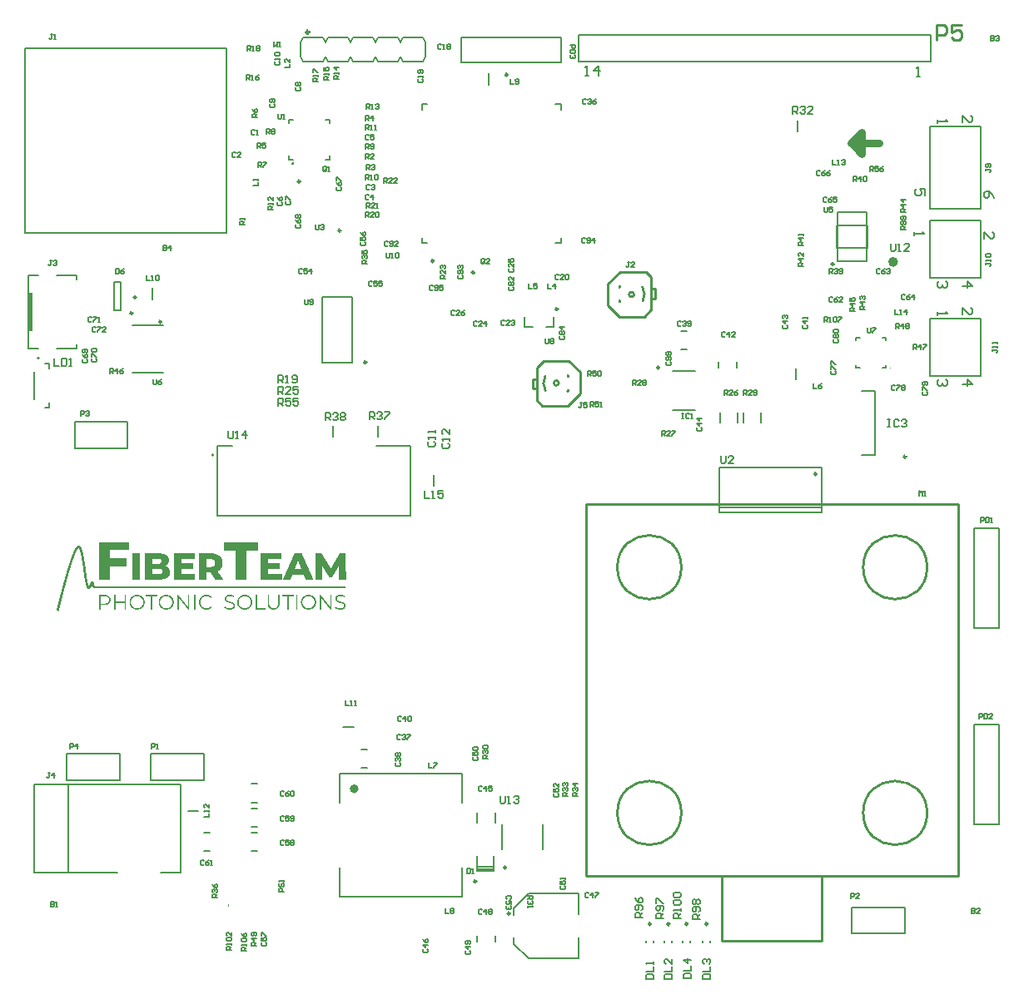
<source format=gto>
G04*
G04 #@! TF.GenerationSoftware,Altium Limited,Altium Designer,22.2.1 (43)*
G04*
G04 Layer_Color=65535*
%FSAX24Y24*%
%MOIN*%
G70*
G04*
G04 #@! TF.SameCoordinates,9FECD9A3-9FBE-45D8-96C7-32EA53B7FBE5*
G04*
G04*
G04 #@! TF.FilePolarity,Positive*
G04*
G01*
G75*
%ADD10C,0.0098*%
%ADD11C,0.0100*%
%ADD12C,0.0197*%
%ADD13C,0.0039*%
%ADD14C,0.0079*%
%ADD15C,0.0118*%
%ADD16C,0.0050*%
%ADD17C,0.0300*%
%ADD18C,0.0059*%
%ADD19C,0.0060*%
%ADD20C,0.0060*%
%ADD21R,0.0197X0.1575*%
G36*
X027889Y033141D02*
X027891D01*
Y032486D01*
X027893D01*
Y032160D01*
X027619D01*
Y032471D01*
X027617D01*
Y032688D01*
Y032690D01*
Y032714D01*
X027616D01*
Y032712D01*
X027614D01*
Y032709D01*
X027612D01*
Y032705D01*
X027610D01*
Y032703D01*
X027608D01*
Y032699D01*
X027606D01*
Y032695D01*
X027604D01*
Y032694D01*
X027602D01*
Y032690D01*
X027601D01*
Y032686D01*
X027599D01*
Y032684D01*
X027597D01*
Y032680D01*
X027595D01*
Y032677D01*
X027593D01*
Y032675D01*
X027591D01*
Y032671D01*
X027589D01*
Y032667D01*
X027587D01*
Y032664D01*
X027586D01*
Y032662D01*
X027584D01*
Y032658D01*
X027582D01*
Y032654D01*
X027580D01*
Y032652D01*
X027578D01*
Y032649D01*
X027576D01*
Y032645D01*
X027574D01*
Y032643D01*
X027572D01*
Y032639D01*
X027571D01*
Y032635D01*
X027569D01*
Y032634D01*
X027567D01*
Y032630D01*
X027565D01*
Y032626D01*
X027563D01*
Y032624D01*
X027561D01*
Y032620D01*
X027559D01*
Y032617D01*
X027557D01*
Y032615D01*
X027556D01*
Y032611D01*
X027554D01*
Y032607D01*
X027552D01*
Y032606D01*
X027550D01*
Y032602D01*
X027548D01*
Y032598D01*
X027546D01*
Y032596D01*
X027544D01*
Y032592D01*
X027543D01*
Y032589D01*
X027541D01*
Y032587D01*
X027539D01*
Y032583D01*
X027537D01*
Y032579D01*
X027535D01*
Y032576D01*
X027533D01*
Y032574D01*
X027531D01*
Y032570D01*
X027529D01*
Y032566D01*
X027528D01*
Y032564D01*
X027526D01*
Y032561D01*
X027524D01*
Y032557D01*
X027522D01*
Y032555D01*
X027520D01*
Y032551D01*
X027518D01*
Y032547D01*
X027516D01*
Y032546D01*
X027514D01*
Y032542D01*
X027513D01*
Y032538D01*
X027511D01*
Y032536D01*
X027509D01*
Y032532D01*
X027507D01*
Y032529D01*
X027505D01*
Y032527D01*
X027503D01*
Y032523D01*
X027501D01*
Y032519D01*
X027499D01*
Y032518D01*
X027498D01*
Y032514D01*
X027496D01*
Y032510D01*
X027494D01*
Y032508D01*
X027492D01*
Y032504D01*
X027490D01*
Y032501D01*
X027488D01*
Y032499D01*
X027486D01*
Y032495D01*
X027484D01*
Y032491D01*
X027483D01*
Y032489D01*
X027481D01*
Y032486D01*
X027479D01*
Y032482D01*
X027477D01*
Y032478D01*
X027475D01*
Y032476D01*
X027473D01*
Y032473D01*
X027471D01*
Y032469D01*
X027469D01*
Y032467D01*
X027468D01*
Y032463D01*
X027466D01*
Y032459D01*
X027464D01*
Y032458D01*
X027462D01*
Y032454D01*
X027460D01*
Y032450D01*
X027458D01*
Y032448D01*
X027456D01*
Y032445D01*
X027455D01*
Y032441D01*
X027453D01*
Y032439D01*
X027451D01*
Y032435D01*
X027449D01*
Y032431D01*
X027447D01*
Y032430D01*
X027445D01*
Y032426D01*
X027443D01*
Y032422D01*
X027441D01*
Y032420D01*
X027440D01*
Y032416D01*
X027438D01*
Y032413D01*
X027436D01*
Y032411D01*
X027434D01*
Y032407D01*
X027432D01*
Y032403D01*
X027430D01*
Y032401D01*
X027428D01*
Y032398D01*
X027426D01*
Y032394D01*
X027425D01*
Y032392D01*
X027423D01*
Y032388D01*
X027421D01*
Y032385D01*
X027419D01*
Y032381D01*
X027417D01*
Y032379D01*
X027415D01*
Y032375D01*
X027413D01*
Y032371D01*
X027411D01*
Y032370D01*
X027410D01*
Y032366D01*
X027408D01*
Y032362D01*
X027406D01*
Y032360D01*
X027404D01*
Y032357D01*
X027402D01*
Y032353D01*
X027400D01*
Y032351D01*
X027398D01*
Y032347D01*
X027396D01*
Y032343D01*
X027395D01*
Y032342D01*
X027393D01*
Y032338D01*
X027391D01*
Y032334D01*
X027389D01*
Y032332D01*
X027387D01*
Y032328D01*
X027385D01*
Y032325D01*
X027383D01*
Y032323D01*
X027381D01*
Y032319D01*
X027380D01*
Y032315D01*
X027378D01*
Y032313D01*
X027376D01*
Y032310D01*
X027374D01*
Y032306D01*
X027372D01*
Y032304D01*
X027370D01*
Y032300D01*
X027368D01*
Y032297D01*
X027366D01*
Y032293D01*
X027365D01*
Y032291D01*
X027363D01*
Y032287D01*
X027361D01*
Y032283D01*
X027359D01*
Y032282D01*
X027357D01*
Y032278D01*
X027355D01*
Y032274D01*
X027353D01*
Y032272D01*
X027352D01*
Y032269D01*
X027350D01*
Y032265D01*
X027348D01*
Y032263D01*
X027215D01*
Y032267D01*
X027213D01*
Y032269D01*
X027211D01*
Y032272D01*
X027209D01*
Y032276D01*
X027207D01*
Y032278D01*
X027205D01*
Y032282D01*
X027204D01*
Y032283D01*
X027202D01*
Y032287D01*
X027200D01*
Y032291D01*
X027198D01*
Y032293D01*
X027196D01*
Y032297D01*
X027194D01*
Y032300D01*
X027192D01*
Y032302D01*
X027190D01*
Y032306D01*
X027189D01*
Y032308D01*
X027187D01*
Y032312D01*
X027185D01*
Y032315D01*
X027183D01*
Y032317D01*
X027181D01*
Y032321D01*
X027179D01*
Y032325D01*
X027177D01*
Y032327D01*
X027176D01*
Y032330D01*
X027174D01*
Y032334D01*
X027172D01*
Y032336D01*
X027170D01*
Y032340D01*
X027168D01*
Y032342D01*
X027166D01*
Y032345D01*
X027164D01*
Y032349D01*
X027162D01*
Y032351D01*
X027161D01*
Y032355D01*
X027159D01*
Y032358D01*
X027157D01*
Y032360D01*
X027155D01*
Y032364D01*
X027153D01*
Y032366D01*
X027151D01*
Y032370D01*
X027149D01*
Y032373D01*
X027147D01*
Y032375D01*
X027146D01*
Y032379D01*
X027144D01*
Y032383D01*
X027142D01*
Y032385D01*
X027140D01*
Y032388D01*
X027138D01*
Y032392D01*
X027136D01*
Y032394D01*
X027134D01*
Y032398D01*
X027132D01*
Y032400D01*
X027131D01*
Y032403D01*
X027129D01*
Y032407D01*
X027127D01*
Y032409D01*
X027125D01*
Y032413D01*
X027123D01*
Y032416D01*
X027121D01*
Y032418D01*
X027119D01*
Y032422D01*
X027117D01*
Y032424D01*
X027116D01*
Y032428D01*
X027114D01*
Y032431D01*
X027112D01*
Y032433D01*
X027110D01*
Y032437D01*
X027108D01*
Y032441D01*
X027106D01*
Y032443D01*
X027104D01*
Y032446D01*
X027102D01*
Y032450D01*
X027101D01*
Y032452D01*
X027099D01*
Y032456D01*
X027097D01*
Y032458D01*
X027095D01*
Y032461D01*
X027093D01*
Y032465D01*
X027091D01*
Y032467D01*
X027089D01*
Y032471D01*
X027088D01*
Y032474D01*
X027086D01*
Y032476D01*
X027084D01*
Y032480D01*
X027082D01*
Y032482D01*
X027080D01*
Y032486D01*
X027078D01*
Y032489D01*
X027076D01*
Y032491D01*
X027074D01*
Y032495D01*
X027073D01*
Y032499D01*
X027071D01*
Y032501D01*
X027069D01*
Y032504D01*
X027067D01*
Y032508D01*
X027065D01*
Y032510D01*
X027063D01*
Y032514D01*
X027061D01*
Y032516D01*
X027059D01*
Y032519D01*
X027058D01*
Y032523D01*
X027056D01*
Y032525D01*
X027054D01*
Y032529D01*
X027052D01*
Y032532D01*
X027050D01*
Y032534D01*
X027048D01*
Y032538D01*
X027046D01*
Y032540D01*
X027044D01*
Y032544D01*
X027043D01*
Y032547D01*
X027041D01*
Y032549D01*
X027039D01*
Y032553D01*
X027037D01*
Y032557D01*
X027035D01*
Y032559D01*
X027033D01*
Y032562D01*
X027031D01*
Y032566D01*
X027029D01*
Y032568D01*
X027028D01*
Y032572D01*
X027026D01*
Y032574D01*
X027024D01*
Y032577D01*
X027022D01*
Y032581D01*
X027020D01*
Y032583D01*
X027018D01*
Y032587D01*
X027016D01*
Y032591D01*
X027014D01*
Y032592D01*
X027013D01*
Y032596D01*
X027011D01*
Y032598D01*
X027009D01*
Y032602D01*
X027007D01*
Y032606D01*
X027005D01*
Y032607D01*
X027003D01*
Y032611D01*
X027001D01*
Y032615D01*
X027000D01*
Y032617D01*
X026998D01*
Y032620D01*
X026996D01*
Y032624D01*
X026994D01*
Y032626D01*
X026992D01*
Y032630D01*
X026990D01*
Y032632D01*
X026988D01*
Y032635D01*
X026986D01*
Y032639D01*
X026985D01*
Y032641D01*
X026983D01*
Y032645D01*
X026981D01*
Y032649D01*
X026979D01*
Y032650D01*
X026977D01*
Y032654D01*
X026975D01*
Y032656D01*
X026973D01*
Y032660D01*
X026971D01*
Y032664D01*
X026970D01*
Y032665D01*
X026968D01*
Y032669D01*
X026966D01*
Y032673D01*
X026964D01*
Y032675D01*
X026962D01*
Y032679D01*
X026960D01*
Y032682D01*
X026958D01*
Y032684D01*
X026956D01*
Y032688D01*
X026955D01*
Y032690D01*
X026953D01*
Y032694D01*
X026951D01*
Y032697D01*
X026949D01*
Y032699D01*
X026947D01*
Y032160D01*
X026674D01*
Y033208D01*
X026917D01*
Y033207D01*
X026919D01*
Y033205D01*
X026921D01*
Y033201D01*
X026923D01*
Y033199D01*
X026925D01*
Y033195D01*
X026926D01*
Y033192D01*
X026928D01*
Y033190D01*
X026930D01*
Y033186D01*
X026932D01*
Y033182D01*
X026934D01*
Y033180D01*
X026936D01*
Y033177D01*
X026938D01*
Y033173D01*
X026940D01*
Y033171D01*
X026941D01*
Y033167D01*
X026943D01*
Y033163D01*
X026945D01*
Y033162D01*
X026947D01*
Y033158D01*
X026949D01*
Y033156D01*
X026951D01*
Y033152D01*
X026953D01*
Y033149D01*
X026955D01*
Y033147D01*
X026956D01*
Y033143D01*
X026958D01*
Y033139D01*
X026960D01*
Y033137D01*
X026962D01*
Y033134D01*
X026964D01*
Y033130D01*
X026966D01*
Y033128D01*
X026968D01*
Y033124D01*
X026970D01*
Y033122D01*
X026971D01*
Y033119D01*
X026973D01*
Y033115D01*
X026975D01*
Y033113D01*
X026977D01*
Y033109D01*
X026979D01*
Y033105D01*
X026981D01*
Y033104D01*
X026983D01*
Y033100D01*
X026985D01*
Y033096D01*
X026986D01*
Y033094D01*
X026988D01*
Y033090D01*
X026990D01*
Y033087D01*
X026992D01*
Y033085D01*
X026994D01*
Y033081D01*
X026996D01*
Y033079D01*
X026998D01*
Y033075D01*
X027000D01*
Y033072D01*
X027001D01*
Y033070D01*
X027003D01*
Y033066D01*
X027005D01*
Y033062D01*
X027007D01*
Y033061D01*
X027009D01*
Y033057D01*
X027011D01*
Y033053D01*
X027013D01*
Y033051D01*
X027014D01*
Y033047D01*
X027016D01*
Y033044D01*
X027018D01*
Y033042D01*
X027020D01*
Y033038D01*
X027022D01*
Y033036D01*
X027024D01*
Y033032D01*
X027026D01*
Y033029D01*
X027028D01*
Y033027D01*
X027029D01*
Y033023D01*
X027031D01*
Y033019D01*
X027033D01*
Y033017D01*
X027035D01*
Y033014D01*
X027037D01*
Y033010D01*
X027039D01*
Y033008D01*
X027041D01*
Y033004D01*
X027043D01*
Y033001D01*
X027044D01*
Y032999D01*
X027046D01*
Y032995D01*
X027048D01*
Y032993D01*
X027050D01*
Y032989D01*
X027052D01*
Y032986D01*
X027054D01*
Y032984D01*
X027056D01*
Y032980D01*
X027058D01*
Y032976D01*
X027059D01*
Y032974D01*
X027061D01*
Y032971D01*
X027063D01*
Y032967D01*
X027065D01*
Y032965D01*
X027067D01*
Y032961D01*
X027069D01*
Y032958D01*
X027071D01*
Y032956D01*
X027073D01*
Y032952D01*
X027074D01*
Y032950D01*
X027076D01*
Y032946D01*
X027078D01*
Y032943D01*
X027080D01*
Y032941D01*
X027082D01*
Y032937D01*
X027084D01*
Y032933D01*
X027086D01*
Y032931D01*
X027088D01*
Y032928D01*
X027089D01*
Y032924D01*
X027091D01*
Y032922D01*
X027093D01*
Y032918D01*
X027095D01*
Y032914D01*
X027097D01*
Y032913D01*
X027099D01*
Y032909D01*
X027101D01*
Y032907D01*
X027102D01*
Y032903D01*
X027104D01*
Y032899D01*
X027106D01*
Y032898D01*
X027108D01*
Y032894D01*
X027110D01*
Y032890D01*
X027112D01*
Y032888D01*
X027114D01*
Y032885D01*
X027116D01*
Y032881D01*
X027117D01*
Y032879D01*
X027119D01*
Y032875D01*
X027121D01*
Y032871D01*
X027123D01*
Y032870D01*
X027125D01*
Y032866D01*
X027127D01*
Y032864D01*
X027129D01*
Y032860D01*
X027131D01*
Y032856D01*
X027132D01*
Y032855D01*
X027134D01*
Y032851D01*
X027136D01*
Y032847D01*
X027138D01*
Y032845D01*
X027140D01*
Y032841D01*
X027142D01*
Y032838D01*
X027144D01*
Y032836D01*
X027146D01*
Y032832D01*
X027147D01*
Y032828D01*
X027149D01*
Y032826D01*
X027151D01*
Y032823D01*
X027153D01*
Y032821D01*
X027155D01*
Y032817D01*
X027157D01*
Y032813D01*
X027159D01*
Y032811D01*
X027161D01*
Y032808D01*
X027162D01*
Y032804D01*
X027164D01*
Y032802D01*
X027166D01*
Y032798D01*
X027168D01*
Y032795D01*
X027170D01*
Y032793D01*
X027172D01*
Y032789D01*
X027174D01*
Y032787D01*
X027176D01*
Y032783D01*
X027177D01*
Y032780D01*
X027179D01*
Y032778D01*
X027181D01*
Y032774D01*
X027183D01*
Y032770D01*
X027185D01*
Y032768D01*
X027187D01*
Y032765D01*
X027189D01*
Y032761D01*
X027190D01*
Y032759D01*
X027192D01*
Y032755D01*
X027194D01*
Y032752D01*
X027196D01*
Y032750D01*
X027198D01*
Y032746D01*
X027200D01*
Y032744D01*
X027202D01*
Y032740D01*
X027204D01*
Y032737D01*
X027205D01*
Y032735D01*
X027207D01*
Y032731D01*
X027209D01*
Y032727D01*
X027211D01*
Y032725D01*
X027213D01*
Y032722D01*
X027215D01*
Y032718D01*
X027217D01*
Y032716D01*
X027219D01*
Y032712D01*
X027220D01*
Y032709D01*
X027222D01*
Y032707D01*
X027224D01*
Y032703D01*
X027226D01*
Y032701D01*
X027228D01*
Y032697D01*
X027230D01*
Y032694D01*
X027232D01*
Y032692D01*
X027234D01*
Y032688D01*
X027235D01*
Y032684D01*
X027237D01*
Y032682D01*
X027239D01*
Y032679D01*
X027241D01*
Y032675D01*
X027243D01*
Y032673D01*
X027245D01*
Y032669D01*
X027247D01*
Y032665D01*
X027249D01*
Y032664D01*
X027250D01*
Y032660D01*
X027252D01*
Y032658D01*
X027254D01*
Y032654D01*
X027256D01*
Y032650D01*
X027258D01*
Y032649D01*
X027260D01*
Y032645D01*
X027262D01*
Y032641D01*
X027264D01*
Y032639D01*
X027265D01*
Y032635D01*
X027267D01*
Y032632D01*
X027269D01*
Y032630D01*
X027271D01*
Y032626D01*
X027273D01*
Y032622D01*
X027275D01*
Y032620D01*
X027277D01*
Y032617D01*
X027278D01*
Y032615D01*
X027280D01*
Y032611D01*
X027282D01*
Y032607D01*
X027284D01*
Y032606D01*
X027288D01*
Y032607D01*
X027290D01*
Y032611D01*
X027292D01*
Y032615D01*
X027293D01*
Y032617D01*
X027295D01*
Y032620D01*
X027297D01*
Y032624D01*
X027299D01*
Y032626D01*
X027301D01*
Y032630D01*
X027303D01*
Y032634D01*
X027305D01*
Y032637D01*
X027307D01*
Y032639D01*
X027308D01*
Y032643D01*
X027310D01*
Y032647D01*
X027312D01*
Y032649D01*
X027314D01*
Y032652D01*
X027316D01*
Y032656D01*
X027318D01*
Y032658D01*
X027320D01*
Y032662D01*
X027322D01*
Y032665D01*
X027323D01*
Y032667D01*
X027325D01*
Y032671D01*
X027327D01*
Y032675D01*
X027329D01*
Y032677D01*
X027331D01*
Y032680D01*
X027333D01*
Y032684D01*
X027335D01*
Y032686D01*
X027337D01*
Y032690D01*
X027338D01*
Y032694D01*
X027340D01*
Y032695D01*
X027342D01*
Y032699D01*
X027344D01*
Y032703D01*
X027346D01*
Y032707D01*
X027348D01*
Y032709D01*
X027350D01*
Y032712D01*
X027352D01*
Y032716D01*
X027353D01*
Y032718D01*
X027355D01*
Y032722D01*
X027357D01*
Y032725D01*
X027359D01*
Y032727D01*
X027361D01*
Y032731D01*
X027363D01*
Y032735D01*
X027365D01*
Y032737D01*
X027366D01*
Y032740D01*
X027368D01*
Y032744D01*
X027370D01*
Y032746D01*
X027372D01*
Y032750D01*
X027374D01*
Y032753D01*
X027376D01*
Y032755D01*
X027378D01*
Y032759D01*
X027380D01*
Y032763D01*
X027381D01*
Y032767D01*
X027383D01*
Y032768D01*
X027385D01*
Y032772D01*
X027387D01*
Y032776D01*
X027389D01*
Y032778D01*
X027391D01*
Y032782D01*
X027393D01*
Y032785D01*
X027395D01*
Y032787D01*
X027396D01*
Y032791D01*
X027398D01*
Y032795D01*
X027400D01*
Y032797D01*
X027402D01*
Y032800D01*
X027404D01*
Y032804D01*
X027406D01*
Y032806D01*
X027408D01*
Y032810D01*
X027410D01*
Y032813D01*
X027411D01*
Y032815D01*
X027413D01*
Y032819D01*
X027415D01*
Y032823D01*
X027417D01*
Y032825D01*
X027419D01*
Y032828D01*
X027421D01*
Y032832D01*
X027423D01*
Y032836D01*
X027425D01*
Y032838D01*
X027426D01*
Y032841D01*
X027428D01*
Y032845D01*
X027430D01*
Y032847D01*
X027432D01*
Y032851D01*
X027434D01*
Y032855D01*
X027436D01*
Y032856D01*
X027438D01*
Y032860D01*
X027440D01*
Y032864D01*
X027441D01*
Y032866D01*
X027443D01*
Y032870D01*
X027445D01*
Y032873D01*
X027447D01*
Y032875D01*
X027449D01*
Y032879D01*
X027451D01*
Y032883D01*
X027453D01*
Y032885D01*
X027455D01*
Y032888D01*
X027456D01*
Y032892D01*
X027458D01*
Y032896D01*
X027460D01*
Y032898D01*
X027462D01*
Y032901D01*
X027464D01*
Y032905D01*
X027466D01*
Y032907D01*
X027468D01*
Y032911D01*
X027469D01*
Y032914D01*
X027471D01*
Y032916D01*
X027473D01*
Y032920D01*
X027475D01*
Y032924D01*
X027477D01*
Y032926D01*
X027479D01*
Y032929D01*
X027481D01*
Y032933D01*
X027483D01*
Y032935D01*
X027484D01*
Y032939D01*
X027486D01*
Y032943D01*
X027488D01*
Y032944D01*
X027490D01*
Y032948D01*
X027492D01*
Y032952D01*
X027494D01*
Y032956D01*
X027496D01*
Y032958D01*
X027498D01*
Y032961D01*
X027499D01*
Y032965D01*
X027501D01*
Y032967D01*
X027503D01*
Y032971D01*
X027505D01*
Y032974D01*
X027507D01*
Y032976D01*
X027509D01*
Y032980D01*
X027511D01*
Y032984D01*
X027513D01*
Y032986D01*
X027514D01*
Y032989D01*
X027516D01*
Y032993D01*
X027518D01*
Y032995D01*
X027520D01*
Y032999D01*
X027522D01*
Y033002D01*
X027524D01*
Y033004D01*
X027526D01*
Y033008D01*
X027528D01*
Y033012D01*
X027529D01*
Y033014D01*
X027531D01*
Y033017D01*
X027533D01*
Y033021D01*
X027535D01*
Y033025D01*
X027537D01*
Y033027D01*
X027539D01*
Y033031D01*
X027541D01*
Y033034D01*
X027543D01*
Y033036D01*
X027544D01*
Y033040D01*
X027546D01*
Y033044D01*
X027548D01*
Y033046D01*
X027550D01*
Y033049D01*
X027552D01*
Y033053D01*
X027554D01*
Y033055D01*
X027556D01*
Y033059D01*
X027557D01*
Y033062D01*
X027559D01*
Y033064D01*
X027561D01*
Y033068D01*
X027563D01*
Y033072D01*
X027565D01*
Y033074D01*
X027567D01*
Y033077D01*
X027569D01*
Y033081D01*
X027571D01*
Y033085D01*
X027572D01*
Y033087D01*
X027574D01*
Y033090D01*
X027576D01*
Y033094D01*
X027578D01*
Y033096D01*
X027580D01*
Y033100D01*
X027582D01*
Y033104D01*
X027584D01*
Y033105D01*
X027586D01*
Y033109D01*
X027587D01*
Y033113D01*
X027589D01*
Y033115D01*
X027591D01*
Y033119D01*
X027593D01*
Y033122D01*
X027595D01*
Y033124D01*
X027597D01*
Y033128D01*
X027599D01*
Y033132D01*
X027601D01*
Y033134D01*
X027602D01*
Y033137D01*
X027604D01*
Y033141D01*
X027606D01*
Y033145D01*
X027608D01*
Y033147D01*
X027610D01*
Y033150D01*
X027612D01*
Y033154D01*
X027614D01*
Y033156D01*
X027616D01*
Y033160D01*
X027617D01*
Y033163D01*
X027619D01*
Y033165D01*
X027621D01*
Y033169D01*
X027623D01*
Y033173D01*
X027625D01*
Y033175D01*
X027627D01*
Y033178D01*
X027629D01*
Y033182D01*
X027631D01*
Y033184D01*
X027632D01*
Y033188D01*
X027634D01*
Y033192D01*
X027636D01*
Y033193D01*
X027638D01*
Y033197D01*
X027640D01*
Y033201D01*
X027642D01*
Y033203D01*
X027644D01*
Y033207D01*
X027645D01*
Y033208D01*
X027889D01*
Y033141D01*
D02*
G37*
G36*
X026123Y033207D02*
X026125D01*
Y033203D01*
X026127D01*
Y033199D01*
X026129D01*
Y033195D01*
X026131D01*
Y033190D01*
X026133D01*
Y033186D01*
X026134D01*
Y033182D01*
X026136D01*
Y033178D01*
X026138D01*
Y033173D01*
X026140D01*
Y033169D01*
X026142D01*
Y033165D01*
X026144D01*
Y033162D01*
X026146D01*
Y033156D01*
X026148D01*
Y033152D01*
X026149D01*
Y033149D01*
X026151D01*
Y033145D01*
X026153D01*
Y033139D01*
X026155D01*
Y033135D01*
X026157D01*
Y033132D01*
X026159D01*
Y033128D01*
X026161D01*
Y033122D01*
X026163D01*
Y033119D01*
X026164D01*
Y033115D01*
X026166D01*
Y033111D01*
X026168D01*
Y033105D01*
X026170D01*
Y033102D01*
X026172D01*
Y033098D01*
X026174D01*
Y033092D01*
X026176D01*
Y033089D01*
X026178D01*
Y033085D01*
X026179D01*
Y033081D01*
X026181D01*
Y033075D01*
X026183D01*
Y033072D01*
X026185D01*
Y033068D01*
X026187D01*
Y033064D01*
X026189D01*
Y033059D01*
X026191D01*
Y033055D01*
X026193D01*
Y033051D01*
X026194D01*
Y033047D01*
X026196D01*
Y033042D01*
X026198D01*
Y033038D01*
X026200D01*
Y033034D01*
X026202D01*
Y033031D01*
X026204D01*
Y033025D01*
X026206D01*
Y033021D01*
X026207D01*
Y033017D01*
X026209D01*
Y033014D01*
X026211D01*
Y033008D01*
X026213D01*
Y033004D01*
X026215D01*
Y033001D01*
X026217D01*
Y032997D01*
X026219D01*
Y032991D01*
X026221D01*
Y032987D01*
X026222D01*
Y032984D01*
X026224D01*
Y032980D01*
X026226D01*
Y032974D01*
X026228D01*
Y032971D01*
X026230D01*
Y032967D01*
X026232D01*
Y032961D01*
X026234D01*
Y032958D01*
X026236D01*
Y032954D01*
X026237D01*
Y032950D01*
X026239D01*
Y032944D01*
X026241D01*
Y032941D01*
X026243D01*
Y032937D01*
X026245D01*
Y032933D01*
X026247D01*
Y032928D01*
X026249D01*
Y032924D01*
X026251D01*
Y032920D01*
X026252D01*
Y032916D01*
X026254D01*
Y032911D01*
X026256D01*
Y032907D01*
X026258D01*
Y032903D01*
X026260D01*
Y032899D01*
X026262D01*
Y032894D01*
X026264D01*
Y032890D01*
X026266D01*
Y032886D01*
X026267D01*
Y032883D01*
X026269D01*
Y032877D01*
X026271D01*
Y032873D01*
X026273D01*
Y032870D01*
X026275D01*
Y032866D01*
X026277D01*
Y032860D01*
X026279D01*
Y032856D01*
X026281D01*
Y032853D01*
X026282D01*
Y032849D01*
X026284D01*
Y032843D01*
X026286D01*
Y032840D01*
X026288D01*
Y032836D01*
X026290D01*
Y032830D01*
X026292D01*
Y032826D01*
X026294D01*
Y032823D01*
X026295D01*
Y032819D01*
X026297D01*
Y032813D01*
X026299D01*
Y032810D01*
X026301D01*
Y032806D01*
X026303D01*
Y032802D01*
X026305D01*
Y032797D01*
X026307D01*
Y032793D01*
X026309D01*
Y032789D01*
X026310D01*
Y032785D01*
X026312D01*
Y032780D01*
X026314D01*
Y032776D01*
X026316D01*
Y032772D01*
X026318D01*
Y032768D01*
X026320D01*
Y032763D01*
X026322D01*
Y032759D01*
X026324D01*
Y032755D01*
X026325D01*
Y032752D01*
X026327D01*
Y032746D01*
X026329D01*
Y032742D01*
X026331D01*
Y032738D01*
X026333D01*
Y032735D01*
X026335D01*
Y032729D01*
X026337D01*
Y032725D01*
X026339D01*
Y032722D01*
X026340D01*
Y032718D01*
X026342D01*
Y032712D01*
X026344D01*
Y032709D01*
X026346D01*
Y032705D01*
X026348D01*
Y032699D01*
X026350D01*
Y032695D01*
X026352D01*
Y032692D01*
X026354D01*
Y032688D01*
X026355D01*
Y032682D01*
X026357D01*
Y032679D01*
X026359D01*
Y032675D01*
X026361D01*
Y032671D01*
X026363D01*
Y032665D01*
X026365D01*
Y032662D01*
X026367D01*
Y032658D01*
X026369D01*
Y032654D01*
X026370D01*
Y032649D01*
X026372D01*
Y032645D01*
X026374D01*
Y032641D01*
X026376D01*
Y032637D01*
X026378D01*
Y032632D01*
X026380D01*
Y032628D01*
X026382D01*
Y032624D01*
X026384D01*
Y032620D01*
X026385D01*
Y032615D01*
X026387D01*
Y032611D01*
X026389D01*
Y032607D01*
X026391D01*
Y032604D01*
X026393D01*
Y032598D01*
X026395D01*
Y032594D01*
X026397D01*
Y032591D01*
X026398D01*
Y032587D01*
X026400D01*
Y032581D01*
X026402D01*
Y032577D01*
X026404D01*
Y032574D01*
X026406D01*
Y032568D01*
X026408D01*
Y032564D01*
X026410D01*
Y032561D01*
X026412D01*
Y032557D01*
X026413D01*
Y032551D01*
X026415D01*
Y032547D01*
X026417D01*
Y032544D01*
X026419D01*
Y032540D01*
X026421D01*
Y032534D01*
X026423D01*
Y032531D01*
X026425D01*
Y032527D01*
X026427D01*
Y032523D01*
X026428D01*
Y032518D01*
X026430D01*
Y032514D01*
X026432D01*
Y032510D01*
X026434D01*
Y032506D01*
X026436D01*
Y032501D01*
X026438D01*
Y032497D01*
X026440D01*
Y032493D01*
X026442D01*
Y032489D01*
X026443D01*
Y032484D01*
X026445D01*
Y032480D01*
X026447D01*
Y032476D01*
X026449D01*
Y032473D01*
X026451D01*
Y032467D01*
X026453D01*
Y032463D01*
X026455D01*
Y032459D01*
X026457D01*
Y032456D01*
X026458D01*
Y032450D01*
X026460D01*
Y032446D01*
X026462D01*
Y032443D01*
X026464D01*
Y032439D01*
X026466D01*
Y032433D01*
X026468D01*
Y032430D01*
X026470D01*
Y032426D01*
X026472D01*
Y032420D01*
X026473D01*
Y032416D01*
X026475D01*
Y032413D01*
X026477D01*
Y032409D01*
X026479D01*
Y032403D01*
X026481D01*
Y032400D01*
X026483D01*
Y032396D01*
X026485D01*
Y032392D01*
X026486D01*
Y032386D01*
X026488D01*
Y032383D01*
X026490D01*
Y032379D01*
X026492D01*
Y032375D01*
X026494D01*
Y032370D01*
X026496D01*
Y032366D01*
X026498D01*
Y032362D01*
X026500D01*
Y032358D01*
X026501D01*
Y032353D01*
X026503D01*
Y032349D01*
X026505D01*
Y032345D01*
X026507D01*
Y032342D01*
X026509D01*
Y032336D01*
X026511D01*
Y032332D01*
X026513D01*
Y032328D01*
X026515D01*
Y032325D01*
X026516D01*
Y032319D01*
X026518D01*
Y032315D01*
X026520D01*
Y032312D01*
X026522D01*
Y032308D01*
X026524D01*
Y032302D01*
X026526D01*
Y032298D01*
X026528D01*
Y032295D01*
X026530D01*
Y032289D01*
X026531D01*
Y032285D01*
X026533D01*
Y032282D01*
X026535D01*
Y032278D01*
X026537D01*
Y032272D01*
X026539D01*
Y032269D01*
X026541D01*
Y032265D01*
X026543D01*
Y032261D01*
X026545D01*
Y032255D01*
X026546D01*
Y032252D01*
X026548D01*
Y032248D01*
X026550D01*
Y032244D01*
X026552D01*
Y032239D01*
X026554D01*
Y032235D01*
X026556D01*
Y032231D01*
X026558D01*
Y032227D01*
X026560D01*
Y032222D01*
X026561D01*
Y032218D01*
X026563D01*
Y032214D01*
X026565D01*
Y032210D01*
X026567D01*
Y032205D01*
X026569D01*
Y032201D01*
X026571D01*
Y032197D01*
X026573D01*
Y032194D01*
X026574D01*
Y032188D01*
X026576D01*
Y032184D01*
X026578D01*
Y032181D01*
X026580D01*
Y032177D01*
X026582D01*
Y032171D01*
X026584D01*
Y032167D01*
X026586D01*
Y032164D01*
X026588D01*
Y032160D01*
X026279D01*
Y032164D01*
X026277D01*
Y032169D01*
X026275D01*
Y032173D01*
X026273D01*
Y032179D01*
X026271D01*
Y032182D01*
X026269D01*
Y032188D01*
X026267D01*
Y032192D01*
X026266D01*
Y032197D01*
X026264D01*
Y032201D01*
X026262D01*
Y032207D01*
X026260D01*
Y032210D01*
X026258D01*
Y032216D01*
X026256D01*
Y032220D01*
X026254D01*
Y032225D01*
X026252D01*
Y032229D01*
X026251D01*
Y032233D01*
X026249D01*
Y032239D01*
X026247D01*
Y032242D01*
X026245D01*
Y032248D01*
X026243D01*
Y032252D01*
X026241D01*
Y032257D01*
X026239D01*
Y032261D01*
X026237D01*
Y032267D01*
X026236D01*
Y032270D01*
X026234D01*
Y032276D01*
X026232D01*
Y032280D01*
X026230D01*
Y032285D01*
X026228D01*
Y032289D01*
X026226D01*
Y032295D01*
X026224D01*
Y032298D01*
X026222D01*
Y032304D01*
X026221D01*
Y032308D01*
X026219D01*
Y032312D01*
X026217D01*
Y032317D01*
X026215D01*
Y032321D01*
X026213D01*
Y032327D01*
X026211D01*
Y032330D01*
X026209D01*
Y032336D01*
X026207D01*
Y032340D01*
X026206D01*
Y032345D01*
X026204D01*
Y032349D01*
X026202D01*
Y032355D01*
X026200D01*
Y032358D01*
X026198D01*
Y032362D01*
X026196D01*
Y032364D01*
X025754D01*
Y032362D01*
X025753D01*
Y032358D01*
X025751D01*
Y032353D01*
X025749D01*
Y032349D01*
X025747D01*
Y032345D01*
X025745D01*
Y032340D01*
X025743D01*
Y032336D01*
X025741D01*
Y032330D01*
X025739D01*
Y032327D01*
X025738D01*
Y032321D01*
X025736D01*
Y032317D01*
X025734D01*
Y032312D01*
X025732D01*
Y032308D01*
X025730D01*
Y032302D01*
X025728D01*
Y032298D01*
X025726D01*
Y032293D01*
X025724D01*
Y032289D01*
X025723D01*
Y032283D01*
X025721D01*
Y032280D01*
X025719D01*
Y032274D01*
X025717D01*
Y032270D01*
X025715D01*
Y032267D01*
X025713D01*
Y032261D01*
X025711D01*
Y032257D01*
X025709D01*
Y032252D01*
X025708D01*
Y032248D01*
X025706D01*
Y032242D01*
X025704D01*
Y032239D01*
X025702D01*
Y032233D01*
X025700D01*
Y032229D01*
X025698D01*
Y032224D01*
X025696D01*
Y032220D01*
X025694D01*
Y032214D01*
X025693D01*
Y032210D01*
X025691D01*
Y032205D01*
X025689D01*
Y032201D01*
X025687D01*
Y032195D01*
X025685D01*
Y032192D01*
X025683D01*
Y032186D01*
X025681D01*
Y032182D01*
X025679D01*
Y032179D01*
X025678D01*
Y032173D01*
X025676D01*
Y032169D01*
X025674D01*
Y032164D01*
X025672D01*
Y032160D01*
X025369D01*
Y032162D01*
X025371D01*
Y032166D01*
X025372D01*
Y032171D01*
X025374D01*
Y032175D01*
X025376D01*
Y032179D01*
X025378D01*
Y032182D01*
X025380D01*
Y032188D01*
X025382D01*
Y032192D01*
X025384D01*
Y032195D01*
X025386D01*
Y032199D01*
X025387D01*
Y032205D01*
X025389D01*
Y032209D01*
X025391D01*
Y032212D01*
X025393D01*
Y032216D01*
X025395D01*
Y032222D01*
X025397D01*
Y032225D01*
X025399D01*
Y032229D01*
X025401D01*
Y032235D01*
X025402D01*
Y032239D01*
X025404D01*
Y032242D01*
X025406D01*
Y032246D01*
X025408D01*
Y032252D01*
X025410D01*
Y032255D01*
X025412D01*
Y032259D01*
X025414D01*
Y032263D01*
X025415D01*
Y032269D01*
X025417D01*
Y032272D01*
X025419D01*
Y032276D01*
X025421D01*
Y032280D01*
X025423D01*
Y032285D01*
X025425D01*
Y032289D01*
X025427D01*
Y032293D01*
X025429D01*
Y032298D01*
X025430D01*
Y032302D01*
X025432D01*
Y032306D01*
X025434D01*
Y032310D01*
X025436D01*
Y032315D01*
X025438D01*
Y032319D01*
X025440D01*
Y032323D01*
X025442D01*
Y032327D01*
X025444D01*
Y032332D01*
X025445D01*
Y032336D01*
X025447D01*
Y032340D01*
X025449D01*
Y032343D01*
X025451D01*
Y032349D01*
X025453D01*
Y032353D01*
X025455D01*
Y032357D01*
X025457D01*
Y032362D01*
X025459D01*
Y032366D01*
X025460D01*
Y032370D01*
X025462D01*
Y032373D01*
X025464D01*
Y032379D01*
X025466D01*
Y032383D01*
X025468D01*
Y032386D01*
X025470D01*
Y032390D01*
X025472D01*
Y032396D01*
X025474D01*
Y032400D01*
X025475D01*
Y032403D01*
X025477D01*
Y032407D01*
X025479D01*
Y032413D01*
X025481D01*
Y032416D01*
X025483D01*
Y032420D01*
X025485D01*
Y032424D01*
X025487D01*
Y032430D01*
X025489D01*
Y032433D01*
X025490D01*
Y032437D01*
X025492D01*
Y032443D01*
X025494D01*
Y032446D01*
X025496D01*
Y032450D01*
X025498D01*
Y032454D01*
X025500D01*
Y032459D01*
X025502D01*
Y032463D01*
X025503D01*
Y032467D01*
X025505D01*
Y032471D01*
X025507D01*
Y032476D01*
X025509D01*
Y032480D01*
X025511D01*
Y032484D01*
X025513D01*
Y032488D01*
X025515D01*
Y032493D01*
X025517D01*
Y032497D01*
X025518D01*
Y032501D01*
X025520D01*
Y032506D01*
X025522D01*
Y032510D01*
X025524D01*
Y032514D01*
X025526D01*
Y032518D01*
X025528D01*
Y032523D01*
X025530D01*
Y032527D01*
X025532D01*
Y032531D01*
X025533D01*
Y032534D01*
X025535D01*
Y032540D01*
X025537D01*
Y032544D01*
X025539D01*
Y032547D01*
X025541D01*
Y032551D01*
X025543D01*
Y032557D01*
X025545D01*
Y032561D01*
X025547D01*
Y032564D01*
X025548D01*
Y032570D01*
X025550D01*
Y032574D01*
X025552D01*
Y032577D01*
X025554D01*
Y032581D01*
X025556D01*
Y032587D01*
X025558D01*
Y032591D01*
X025560D01*
Y032594D01*
X025562D01*
Y032598D01*
X025563D01*
Y032604D01*
X025565D01*
Y032607D01*
X025567D01*
Y032611D01*
X025569D01*
Y032615D01*
X025571D01*
Y032620D01*
X025573D01*
Y032624D01*
X025575D01*
Y032628D01*
X025577D01*
Y032632D01*
X025578D01*
Y032637D01*
X025580D01*
Y032641D01*
X025582D01*
Y032645D01*
X025584D01*
Y032650D01*
X025586D01*
Y032654D01*
X025588D01*
Y032658D01*
X025590D01*
Y032662D01*
X025591D01*
Y032667D01*
X025593D01*
Y032671D01*
X025595D01*
Y032675D01*
X025597D01*
Y032679D01*
X025599D01*
Y032684D01*
X025601D01*
Y032688D01*
X025603D01*
Y032692D01*
X025605D01*
Y032695D01*
X025606D01*
Y032701D01*
X025608D01*
Y032705D01*
X025610D01*
Y032709D01*
X025612D01*
Y032714D01*
X025614D01*
Y032718D01*
X025616D01*
Y032722D01*
X025618D01*
Y032725D01*
X025620D01*
Y032731D01*
X025621D01*
Y032735D01*
X025623D01*
Y032738D01*
X025625D01*
Y032742D01*
X025627D01*
Y032748D01*
X025629D01*
Y032752D01*
X025631D01*
Y032755D01*
X025633D01*
Y032759D01*
X025635D01*
Y032765D01*
X025636D01*
Y032768D01*
X025638D01*
Y032772D01*
X025640D01*
Y032778D01*
X025642D01*
Y032782D01*
X025644D01*
Y032785D01*
X025646D01*
Y032789D01*
X025648D01*
Y032795D01*
X025650D01*
Y032798D01*
X025651D01*
Y032802D01*
X025653D01*
Y032806D01*
X025655D01*
Y032811D01*
X025657D01*
Y032815D01*
X025659D01*
Y032819D01*
X025661D01*
Y032823D01*
X025663D01*
Y032828D01*
X025665D01*
Y032832D01*
X025666D01*
Y032836D01*
X025668D01*
Y032840D01*
X025670D01*
Y032845D01*
X025672D01*
Y032849D01*
X025674D01*
Y032853D01*
X025676D01*
Y032858D01*
X025678D01*
Y032862D01*
X025679D01*
Y032866D01*
X025681D01*
Y032870D01*
X025683D01*
Y032875D01*
X025685D01*
Y032879D01*
X025687D01*
Y032883D01*
X025689D01*
Y032886D01*
X025691D01*
Y032892D01*
X025693D01*
Y032896D01*
X025694D01*
Y032899D01*
X025696D01*
Y032903D01*
X025698D01*
Y032909D01*
X025700D01*
Y032913D01*
X025702D01*
Y032916D01*
X025704D01*
Y032922D01*
X025706D01*
Y032926D01*
X025708D01*
Y032929D01*
X025709D01*
Y032933D01*
X025711D01*
Y032939D01*
X025713D01*
Y032943D01*
X025715D01*
Y032946D01*
X025717D01*
Y032950D01*
X025719D01*
Y032956D01*
X025721D01*
Y032959D01*
X025723D01*
Y032963D01*
X025724D01*
Y032967D01*
X025726D01*
Y032973D01*
X025728D01*
Y032976D01*
X025730D01*
Y032980D01*
X025732D01*
Y032986D01*
X025734D01*
Y032989D01*
X025736D01*
Y032993D01*
X025738D01*
Y032997D01*
X025739D01*
Y033002D01*
X025741D01*
Y033006D01*
X025743D01*
Y033010D01*
X025745D01*
Y033014D01*
X025747D01*
Y033019D01*
X025749D01*
Y033023D01*
X025751D01*
Y033027D01*
X025753D01*
Y033031D01*
X025754D01*
Y033036D01*
X025756D01*
Y033040D01*
X025758D01*
Y033044D01*
X025760D01*
Y033047D01*
X025762D01*
Y033053D01*
X025764D01*
Y033057D01*
X025766D01*
Y033061D01*
X025767D01*
Y033066D01*
X025769D01*
Y033070D01*
X025771D01*
Y033074D01*
X025773D01*
Y033077D01*
X025775D01*
Y033083D01*
X025777D01*
Y033087D01*
X025779D01*
Y033090D01*
X025781D01*
Y033094D01*
X025782D01*
Y033100D01*
X025784D01*
Y033104D01*
X025786D01*
Y033107D01*
X025788D01*
Y033111D01*
X025790D01*
Y033117D01*
X025792D01*
Y033120D01*
X025794D01*
Y033124D01*
X025796D01*
Y033130D01*
X025797D01*
Y033134D01*
X025799D01*
Y033137D01*
X025801D01*
Y033141D01*
X025803D01*
Y033147D01*
X025805D01*
Y033150D01*
X025807D01*
Y033154D01*
X025809D01*
Y033158D01*
X025811D01*
Y033163D01*
X025812D01*
Y033167D01*
X025814D01*
Y033171D01*
X025816D01*
Y033175D01*
X025818D01*
Y033180D01*
X025820D01*
Y033184D01*
X025822D01*
Y033188D01*
X025824D01*
Y033193D01*
X025826D01*
Y033197D01*
X025827D01*
Y033201D01*
X025829D01*
Y033205D01*
X025831D01*
Y033208D01*
X026123D01*
Y033207D01*
D02*
G37*
G36*
X025311Y032980D02*
X024783D01*
Y032802D01*
X025247D01*
Y032581D01*
X024783D01*
Y032388D01*
X025329D01*
Y032160D01*
X024489D01*
Y032830D01*
Y032832D01*
Y033208D01*
X025311D01*
Y032980D01*
D02*
G37*
G36*
X024374Y033328D02*
X023914D01*
Y032160D01*
X023487D01*
Y032667D01*
Y032669D01*
Y033328D01*
X023024D01*
Y033667D01*
X024374D01*
Y033328D01*
D02*
G37*
G36*
X022530Y033207D02*
X022558D01*
Y033205D01*
X022577D01*
Y033203D01*
X022592D01*
Y033201D01*
X022605D01*
Y033199D01*
X022616D01*
Y033197D01*
X022626D01*
Y033195D01*
X022635D01*
Y033193D01*
X022642D01*
Y033192D01*
X022652D01*
Y033190D01*
X022659D01*
Y033188D01*
X022665D01*
Y033186D01*
X022672D01*
Y033184D01*
X022678D01*
Y033182D01*
X022686D01*
Y033180D01*
X022691D01*
Y033178D01*
X022697D01*
Y033177D01*
X022702D01*
Y033175D01*
X022706D01*
Y033173D01*
X022712D01*
Y033171D01*
X022716D01*
Y033169D01*
X022721D01*
Y033167D01*
X022725D01*
Y033165D01*
X022731D01*
Y033163D01*
X022734D01*
Y033162D01*
X022738D01*
Y033160D01*
X022744D01*
Y033158D01*
X022747D01*
Y033156D01*
X022751D01*
Y033154D01*
X022755D01*
Y033152D01*
X022759D01*
Y033150D01*
X022762D01*
Y033149D01*
X022766D01*
Y033147D01*
X022770D01*
Y033145D01*
X022772D01*
Y033143D01*
X022775D01*
Y033141D01*
X022779D01*
Y033139D01*
X022783D01*
Y033137D01*
X022785D01*
Y033135D01*
X022789D01*
Y033134D01*
X022792D01*
Y033132D01*
X022794D01*
Y033130D01*
X022798D01*
Y033128D01*
X022800D01*
Y033126D01*
X022804D01*
Y033124D01*
X022805D01*
Y033122D01*
X022809D01*
Y033120D01*
X022811D01*
Y033119D01*
X022813D01*
Y033117D01*
X022817D01*
Y033115D01*
X022819D01*
Y033113D01*
X022820D01*
Y033111D01*
X022824D01*
Y033109D01*
X022826D01*
Y033107D01*
X022828D01*
Y033105D01*
X022830D01*
Y033104D01*
X022833D01*
Y033102D01*
X022835D01*
Y033100D01*
X022837D01*
Y033098D01*
X022839D01*
Y033096D01*
X022841D01*
Y033094D01*
X022843D01*
Y033092D01*
X022845D01*
Y033090D01*
X022848D01*
Y033089D01*
X022850D01*
Y033087D01*
X022852D01*
Y033085D01*
X022854D01*
Y033083D01*
X022856D01*
Y033081D01*
X022858D01*
Y033079D01*
X022860D01*
Y033077D01*
X022862D01*
Y033074D01*
X022863D01*
Y033072D01*
X022865D01*
Y033070D01*
X022867D01*
Y033068D01*
X022869D01*
Y033066D01*
X022871D01*
Y033064D01*
X022873D01*
Y033062D01*
X022875D01*
Y033061D01*
X022877D01*
Y033057D01*
X022878D01*
Y033055D01*
X022880D01*
Y033053D01*
X022882D01*
Y033051D01*
X022884D01*
Y033047D01*
X022886D01*
Y033046D01*
X022888D01*
Y033044D01*
X022890D01*
Y033040D01*
X022892D01*
Y033038D01*
X022893D01*
Y033034D01*
X022895D01*
Y033032D01*
X022897D01*
Y033029D01*
X022899D01*
Y033027D01*
X022901D01*
Y033023D01*
X022903D01*
Y033021D01*
X022905D01*
Y033017D01*
X022906D01*
Y033016D01*
X022908D01*
Y033012D01*
X022910D01*
Y033008D01*
X022912D01*
Y033004D01*
X022914D01*
Y033002D01*
X022916D01*
Y032999D01*
X022918D01*
Y032995D01*
X022920D01*
Y032991D01*
X022921D01*
Y032987D01*
X022923D01*
Y032984D01*
X022925D01*
Y032978D01*
X022927D01*
Y032974D01*
X022929D01*
Y032971D01*
X022931D01*
Y032965D01*
X022933D01*
Y032961D01*
X022935D01*
Y032956D01*
X022936D01*
Y032950D01*
X022938D01*
Y032944D01*
X022940D01*
Y032939D01*
X022942D01*
Y032931D01*
X022944D01*
Y032926D01*
X022946D01*
Y032918D01*
X022948D01*
Y032909D01*
X022950D01*
Y032899D01*
X022951D01*
Y032888D01*
X022953D01*
Y032875D01*
X022955D01*
Y032856D01*
X022957D01*
Y032785D01*
X022955D01*
Y032767D01*
X022953D01*
Y032753D01*
X022951D01*
Y032742D01*
X022950D01*
Y032733D01*
X022948D01*
Y032725D01*
X022946D01*
Y032718D01*
X022944D01*
Y032710D01*
X022942D01*
Y032703D01*
X022940D01*
Y032697D01*
X022938D01*
Y032692D01*
X022936D01*
Y032686D01*
X022935D01*
Y032682D01*
X022933D01*
Y032677D01*
X022931D01*
Y032673D01*
X022929D01*
Y032667D01*
X022927D01*
Y032664D01*
X022925D01*
Y032660D01*
X022923D01*
Y032656D01*
X022921D01*
Y032652D01*
X022920D01*
Y032649D01*
X022918D01*
Y032645D01*
X022916D01*
Y032641D01*
X022914D01*
Y032637D01*
X022912D01*
Y032634D01*
X022910D01*
Y032630D01*
X022908D01*
Y032628D01*
X022906D01*
Y032624D01*
X022905D01*
Y032620D01*
X022903D01*
Y032619D01*
X022901D01*
Y032615D01*
X022899D01*
Y032613D01*
X022897D01*
Y032609D01*
X022895D01*
Y032607D01*
X022893D01*
Y032606D01*
X022892D01*
Y032602D01*
X022890D01*
Y032600D01*
X022888D01*
Y032596D01*
X022886D01*
Y032594D01*
X022884D01*
Y032592D01*
X022882D01*
Y032591D01*
X022880D01*
Y032587D01*
X022878D01*
Y032585D01*
X022877D01*
Y032583D01*
X022875D01*
Y032581D01*
X022873D01*
Y032579D01*
X022871D01*
Y032577D01*
X022869D01*
Y032574D01*
X022867D01*
Y032572D01*
X022865D01*
Y032570D01*
X022863D01*
Y032568D01*
X022862D01*
Y032566D01*
X022860D01*
Y032564D01*
X022858D01*
Y032562D01*
X022856D01*
Y032561D01*
X022854D01*
Y032559D01*
X022852D01*
Y032557D01*
X022850D01*
Y032555D01*
X022848D01*
Y032553D01*
X022847D01*
Y032551D01*
X022845D01*
Y032549D01*
X022843D01*
Y032547D01*
X022839D01*
Y032546D01*
X022837D01*
Y032544D01*
X022835D01*
Y032542D01*
X022833D01*
Y032540D01*
X022832D01*
Y032538D01*
X022828D01*
Y032536D01*
X022826D01*
Y032534D01*
X022824D01*
Y032532D01*
X022822D01*
Y032531D01*
X022819D01*
Y032529D01*
X022817D01*
Y032527D01*
X022815D01*
Y032525D01*
X022811D01*
Y032523D01*
X022809D01*
Y032521D01*
X022805D01*
Y032519D01*
X022804D01*
Y032518D01*
X022800D01*
Y032516D01*
X022798D01*
Y032514D01*
X022794D01*
Y032512D01*
X022792D01*
Y032510D01*
X022789D01*
Y032508D01*
X022785D01*
Y032506D01*
X022783D01*
Y032504D01*
X022779D01*
Y032503D01*
X022775D01*
Y032501D01*
X022772D01*
Y032499D01*
X022768D01*
Y032497D01*
X022766D01*
Y032495D01*
X022762D01*
Y032493D01*
X022759D01*
Y032491D01*
X022755D01*
Y032489D01*
X022753D01*
Y032488D01*
X022755D01*
Y032484D01*
X022757D01*
Y032482D01*
X022759D01*
Y032478D01*
X022760D01*
Y032476D01*
X022762D01*
Y032474D01*
X022764D01*
Y032471D01*
X022766D01*
Y032469D01*
X022768D01*
Y032465D01*
X022770D01*
Y032463D01*
X022772D01*
Y032459D01*
X022774D01*
Y032458D01*
X022775D01*
Y032454D01*
X022777D01*
Y032452D01*
X022779D01*
Y032448D01*
X022781D01*
Y032446D01*
X022783D01*
Y032443D01*
X022785D01*
Y032441D01*
X022787D01*
Y032439D01*
X022789D01*
Y032435D01*
X022790D01*
Y032433D01*
X022792D01*
Y032430D01*
X022794D01*
Y032428D01*
X022796D01*
Y032424D01*
X022798D01*
Y032422D01*
X022800D01*
Y032418D01*
X022802D01*
Y032416D01*
X022804D01*
Y032413D01*
X022805D01*
Y032411D01*
X022807D01*
Y032409D01*
X022809D01*
Y032405D01*
X022811D01*
Y032403D01*
X022813D01*
Y032400D01*
X022815D01*
Y032398D01*
X022817D01*
Y032394D01*
X022819D01*
Y032392D01*
X022820D01*
Y032388D01*
X022822D01*
Y032386D01*
X022824D01*
Y032383D01*
X022826D01*
Y032381D01*
X022828D01*
Y032379D01*
X022830D01*
Y032375D01*
X022832D01*
Y032373D01*
X022833D01*
Y032370D01*
X022835D01*
Y032368D01*
X022837D01*
Y032364D01*
X022839D01*
Y032362D01*
X022841D01*
Y032358D01*
X022843D01*
Y032357D01*
X022845D01*
Y032353D01*
X022847D01*
Y032351D01*
X022848D01*
Y032347D01*
X022850D01*
Y032345D01*
X022852D01*
Y032343D01*
X022854D01*
Y032340D01*
X022856D01*
Y032338D01*
X022858D01*
Y032334D01*
X022860D01*
Y032332D01*
X022862D01*
Y032328D01*
X022863D01*
Y032327D01*
X022865D01*
Y032323D01*
X022867D01*
Y032321D01*
X022869D01*
Y032317D01*
X022871D01*
Y032315D01*
X022873D01*
Y032313D01*
X022875D01*
Y032310D01*
X022877D01*
Y032308D01*
X022878D01*
Y032304D01*
X022880D01*
Y032302D01*
X022882D01*
Y032298D01*
X022884D01*
Y032297D01*
X022886D01*
Y032293D01*
X022888D01*
Y032291D01*
X022890D01*
Y032287D01*
X022892D01*
Y032285D01*
X022893D01*
Y032283D01*
X022895D01*
Y032280D01*
X022897D01*
Y032278D01*
X022899D01*
Y032274D01*
X022901D01*
Y032272D01*
X022903D01*
Y032269D01*
X022905D01*
Y032267D01*
X022906D01*
Y032263D01*
X022908D01*
Y032261D01*
X022910D01*
Y032257D01*
X022912D01*
Y032255D01*
X022914D01*
Y032252D01*
X022916D01*
Y032250D01*
X022918D01*
Y032248D01*
X022920D01*
Y032244D01*
X022921D01*
Y032242D01*
X022923D01*
Y032239D01*
X022925D01*
Y032237D01*
X022927D01*
Y032233D01*
X022929D01*
Y032231D01*
X022931D01*
Y032227D01*
X022933D01*
Y032225D01*
X022935D01*
Y032222D01*
X022936D01*
Y032220D01*
X022938D01*
Y032218D01*
X022940D01*
Y032214D01*
X022942D01*
Y032212D01*
X022944D01*
Y032209D01*
X022946D01*
Y032207D01*
X022948D01*
Y032203D01*
X022950D01*
Y032201D01*
X022951D01*
Y032197D01*
X022953D01*
Y032195D01*
X022955D01*
Y032192D01*
X022957D01*
Y032190D01*
X022959D01*
Y032188D01*
X022961D01*
Y032184D01*
X022963D01*
Y032182D01*
X022965D01*
Y032179D01*
X022966D01*
Y032177D01*
X022968D01*
Y032173D01*
X022970D01*
Y032171D01*
X022972D01*
Y032167D01*
X022974D01*
Y032166D01*
X022976D01*
Y032162D01*
X022978D01*
Y032160D01*
X022661D01*
Y032162D01*
X022659D01*
Y032164D01*
X022657D01*
Y032166D01*
X022656D01*
Y032169D01*
X022654D01*
Y032171D01*
X022652D01*
Y032175D01*
X022650D01*
Y032177D01*
X022648D01*
Y032181D01*
X022646D01*
Y032182D01*
X022644D01*
Y032186D01*
X022642D01*
Y032188D01*
X022641D01*
Y032192D01*
X022639D01*
Y032194D01*
X022637D01*
Y032197D01*
X022635D01*
Y032199D01*
X022633D01*
Y032203D01*
X022631D01*
Y032205D01*
X022629D01*
Y032207D01*
X022628D01*
Y032210D01*
X022626D01*
Y032212D01*
X022624D01*
Y032216D01*
X022622D01*
Y032218D01*
X022620D01*
Y032222D01*
X022618D01*
Y032224D01*
X022616D01*
Y032227D01*
X022614D01*
Y032229D01*
X022613D01*
Y032233D01*
X022611D01*
Y032235D01*
X022609D01*
Y032239D01*
X022607D01*
Y032240D01*
X022605D01*
Y032242D01*
X022603D01*
Y032246D01*
X022601D01*
Y032248D01*
X022599D01*
Y032252D01*
X022598D01*
Y032254D01*
X022596D01*
Y032257D01*
X022594D01*
Y032259D01*
X022592D01*
Y032263D01*
X022590D01*
Y032265D01*
X022588D01*
Y032269D01*
X022586D01*
Y032270D01*
X022584D01*
Y032274D01*
X022583D01*
Y032276D01*
X022581D01*
Y032280D01*
X022579D01*
Y032282D01*
X022577D01*
Y032283D01*
X022575D01*
Y032287D01*
X022573D01*
Y032289D01*
X022571D01*
Y032293D01*
X022569D01*
Y032295D01*
X022568D01*
Y032298D01*
X022566D01*
Y032300D01*
X022564D01*
Y032304D01*
X022562D01*
Y032306D01*
X022560D01*
Y032310D01*
X022558D01*
Y032312D01*
X022556D01*
Y032315D01*
X022554D01*
Y032317D01*
X022553D01*
Y032319D01*
X022551D01*
Y032323D01*
X022549D01*
Y032325D01*
X022547D01*
Y032328D01*
X022545D01*
Y032330D01*
X022543D01*
Y032334D01*
X022541D01*
Y032336D01*
X022540D01*
Y032340D01*
X022538D01*
Y032342D01*
X022536D01*
Y032345D01*
X022534D01*
Y032347D01*
X022532D01*
Y032351D01*
X022530D01*
Y032353D01*
X022528D01*
Y032357D01*
X022526D01*
Y032358D01*
X022525D01*
Y032360D01*
X022523D01*
Y032364D01*
X022521D01*
Y032366D01*
X022519D01*
Y032370D01*
X022517D01*
Y032371D01*
X022515D01*
Y032375D01*
X022513D01*
Y032377D01*
X022511D01*
Y032381D01*
X022510D01*
Y032383D01*
X022508D01*
Y032386D01*
X022506D01*
Y032388D01*
X022504D01*
Y032392D01*
X022502D01*
Y032394D01*
X022500D01*
Y032396D01*
X022498D01*
Y032400D01*
X022496D01*
Y032401D01*
X022495D01*
Y032405D01*
X022493D01*
Y032407D01*
X022491D01*
Y032411D01*
X022489D01*
Y032413D01*
X022487D01*
Y032416D01*
X022485D01*
Y032418D01*
X022483D01*
Y032422D01*
X022481D01*
Y032424D01*
X022480D01*
Y032428D01*
X022478D01*
Y032430D01*
X022476D01*
Y032433D01*
X022474D01*
Y032435D01*
X022472D01*
Y032437D01*
X022470D01*
Y032439D01*
X022309D01*
Y032160D01*
X022011D01*
Y033208D01*
X022530D01*
Y033207D01*
D02*
G37*
G36*
X021828Y032980D02*
X021300D01*
Y032802D01*
X021766D01*
Y032581D01*
X021300D01*
Y032388D01*
X021849D01*
Y032160D01*
X021006D01*
Y033208D01*
X021828D01*
Y032980D01*
D02*
G37*
G36*
X020433Y033207D02*
X020465D01*
Y033205D01*
X020484D01*
Y033203D01*
X020501D01*
Y033201D01*
X020514D01*
Y033199D01*
X020525D01*
Y033197D01*
X020536D01*
Y033195D01*
X020545D01*
Y033193D01*
X020555D01*
Y033192D01*
X020562D01*
Y033190D01*
X020570D01*
Y033188D01*
X020577D01*
Y033186D01*
X020585D01*
Y033184D01*
X020590D01*
Y033182D01*
X020598D01*
Y033180D01*
X020603D01*
Y033178D01*
X020609D01*
Y033177D01*
X020613D01*
Y033175D01*
X020618D01*
Y033173D01*
X020624D01*
Y033171D01*
X020628D01*
Y033169D01*
X020633D01*
Y033167D01*
X020637D01*
Y033165D01*
X020641D01*
Y033163D01*
X020645D01*
Y033162D01*
X020650D01*
Y033160D01*
X020654D01*
Y033158D01*
X020658D01*
Y033156D01*
X020660D01*
Y033154D01*
X020663D01*
Y033152D01*
X020667D01*
Y033150D01*
X020671D01*
Y033149D01*
X020675D01*
Y033147D01*
X020677D01*
Y033145D01*
X020680D01*
Y033143D01*
X020684D01*
Y033141D01*
X020686D01*
Y033139D01*
X020690D01*
Y033137D01*
X020691D01*
Y033135D01*
X020695D01*
Y033134D01*
X020697D01*
Y033132D01*
X020699D01*
Y033130D01*
X020703D01*
Y033128D01*
X020705D01*
Y033126D01*
X020706D01*
Y033124D01*
X020710D01*
Y033122D01*
X020712D01*
Y033120D01*
X020714D01*
Y033119D01*
X020716D01*
Y033117D01*
X020720D01*
Y033115D01*
X020721D01*
Y033113D01*
X020723D01*
Y033111D01*
X020725D01*
Y033109D01*
X020727D01*
Y033107D01*
X020729D01*
Y033105D01*
X020731D01*
Y033104D01*
X020733D01*
Y033102D01*
X020735D01*
Y033100D01*
X020736D01*
Y033098D01*
X020738D01*
Y033096D01*
X020740D01*
Y033094D01*
X020742D01*
Y033092D01*
X020744D01*
Y033090D01*
X020746D01*
Y033087D01*
X020748D01*
Y033085D01*
X020750D01*
Y033083D01*
X020751D01*
Y033081D01*
X020753D01*
Y033077D01*
X020755D01*
Y033075D01*
X020757D01*
Y033074D01*
X020759D01*
Y033070D01*
X020761D01*
Y033068D01*
X020763D01*
Y033064D01*
X020765D01*
Y033062D01*
X020766D01*
Y033059D01*
X020768D01*
Y033057D01*
X020770D01*
Y033053D01*
X020772D01*
Y033049D01*
X020774D01*
Y033046D01*
X020776D01*
Y033042D01*
X020778D01*
Y033038D01*
X020779D01*
Y033034D01*
X020781D01*
Y033031D01*
X020783D01*
Y033025D01*
X020785D01*
Y033021D01*
X020787D01*
Y033016D01*
X020789D01*
Y033010D01*
X020791D01*
Y033002D01*
X020793D01*
Y032995D01*
X020794D01*
Y032987D01*
X020796D01*
Y032976D01*
X020798D01*
Y032961D01*
X020800D01*
Y032907D01*
X020798D01*
Y032892D01*
X020796D01*
Y032881D01*
X020794D01*
Y032873D01*
X020793D01*
Y032866D01*
X020791D01*
Y032858D01*
X020789D01*
Y032853D01*
X020787D01*
Y032847D01*
X020785D01*
Y032841D01*
X020783D01*
Y032838D01*
X020781D01*
Y032832D01*
X020779D01*
Y032828D01*
X020778D01*
Y032825D01*
X020776D01*
Y032821D01*
X020774D01*
Y032817D01*
X020772D01*
Y032813D01*
X020770D01*
Y032810D01*
X020768D01*
Y032806D01*
X020766D01*
Y032804D01*
X020765D01*
Y032800D01*
X020763D01*
Y032797D01*
X020761D01*
Y032795D01*
X020759D01*
Y032791D01*
X020757D01*
Y032789D01*
X020755D01*
Y032787D01*
X020753D01*
Y032783D01*
X020751D01*
Y032782D01*
X020750D01*
Y032778D01*
X020748D01*
Y032776D01*
X020746D01*
Y032774D01*
X020744D01*
Y032772D01*
X020742D01*
Y032770D01*
X020740D01*
Y032767D01*
X020738D01*
Y032765D01*
X020736D01*
Y032763D01*
X020735D01*
Y032761D01*
X020733D01*
Y032759D01*
X020731D01*
Y032757D01*
X020729D01*
Y032755D01*
X020727D01*
Y032753D01*
X020725D01*
Y032752D01*
X020723D01*
Y032750D01*
X020721D01*
Y032748D01*
X020720D01*
Y032746D01*
X020718D01*
Y032744D01*
X020714D01*
Y032742D01*
X020712D01*
Y032740D01*
X020710D01*
Y032738D01*
X020708D01*
Y032737D01*
X020706D01*
Y032735D01*
X020703D01*
Y032733D01*
X020701D01*
Y032731D01*
X020699D01*
Y032729D01*
X020695D01*
Y032727D01*
X020693D01*
Y032725D01*
X020690D01*
Y032723D01*
X020688D01*
Y032722D01*
X020684D01*
Y032720D01*
X020682D01*
Y032718D01*
X020678D01*
Y032716D01*
X020675D01*
Y032714D01*
X020673D01*
Y032712D01*
X020669D01*
Y032710D01*
X020665D01*
Y032709D01*
X020662D01*
Y032707D01*
X020663D01*
Y032705D01*
X020667D01*
Y032703D01*
X020673D01*
Y032701D01*
X020677D01*
Y032699D01*
X020682D01*
Y032697D01*
X020686D01*
Y032695D01*
X020690D01*
Y032694D01*
X020695D01*
Y032692D01*
X020699D01*
Y032690D01*
X020703D01*
Y032688D01*
X020706D01*
Y032686D01*
X020708D01*
Y032684D01*
X020712D01*
Y032682D01*
X020716D01*
Y032680D01*
X020720D01*
Y032679D01*
X020721D01*
Y032677D01*
X020725D01*
Y032675D01*
X020729D01*
Y032673D01*
X020731D01*
Y032671D01*
X020735D01*
Y032669D01*
X020736D01*
Y032667D01*
X020740D01*
Y032665D01*
X020742D01*
Y032664D01*
X020746D01*
Y032662D01*
X020748D01*
Y032660D01*
X020750D01*
Y032658D01*
X020751D01*
Y032656D01*
X020755D01*
Y032654D01*
X020757D01*
Y032652D01*
X020759D01*
Y032650D01*
X020761D01*
Y032649D01*
X020763D01*
Y032647D01*
X020766D01*
Y032645D01*
X020768D01*
Y032643D01*
X020770D01*
Y032641D01*
X020772D01*
Y032639D01*
X020774D01*
Y032637D01*
X020776D01*
Y032635D01*
X020778D01*
Y032634D01*
X020779D01*
Y032632D01*
X020781D01*
Y032630D01*
X020783D01*
Y032628D01*
X020785D01*
Y032626D01*
X020787D01*
Y032622D01*
X020789D01*
Y032620D01*
X020791D01*
Y032619D01*
X020793D01*
Y032617D01*
X020794D01*
Y032615D01*
X020796D01*
Y032611D01*
X020798D01*
Y032609D01*
X020800D01*
Y032607D01*
X020802D01*
Y032604D01*
X020804D01*
Y032602D01*
X020806D01*
Y032600D01*
X020808D01*
Y032596D01*
X020809D01*
Y032594D01*
X020811D01*
Y032591D01*
X020813D01*
Y032589D01*
X020815D01*
Y032585D01*
X020817D01*
Y032581D01*
X020819D01*
Y032579D01*
X020821D01*
Y032576D01*
X020823D01*
Y032572D01*
X020824D01*
Y032568D01*
X020826D01*
Y032564D01*
X020828D01*
Y032561D01*
X020830D01*
Y032555D01*
X020832D01*
Y032551D01*
X020834D01*
Y032546D01*
X020836D01*
Y032540D01*
X020838D01*
Y032536D01*
X020839D01*
Y032529D01*
X020841D01*
Y032523D01*
X020843D01*
Y032516D01*
X020845D01*
Y032506D01*
X020847D01*
Y032495D01*
X020849D01*
Y032482D01*
X020851D01*
Y032415D01*
X020849D01*
Y032400D01*
X020847D01*
Y032390D01*
X020845D01*
Y032381D01*
X020843D01*
Y032373D01*
X020841D01*
Y032366D01*
X020839D01*
Y032360D01*
X020838D01*
Y032355D01*
X020836D01*
Y032351D01*
X020834D01*
Y032345D01*
X020832D01*
Y032342D01*
X020830D01*
Y032336D01*
X020828D01*
Y032332D01*
X020826D01*
Y032328D01*
X020824D01*
Y032325D01*
X020823D01*
Y032321D01*
X020821D01*
Y032319D01*
X020819D01*
Y032315D01*
X020817D01*
Y032312D01*
X020815D01*
Y032310D01*
X020813D01*
Y032306D01*
X020811D01*
Y032304D01*
X020809D01*
Y032300D01*
X020808D01*
Y032298D01*
X020806D01*
Y032295D01*
X020804D01*
Y032293D01*
X020802D01*
Y032291D01*
X020800D01*
Y032287D01*
X020798D01*
Y032285D01*
X020796D01*
Y032283D01*
X020794D01*
Y032282D01*
X020793D01*
Y032280D01*
X020791D01*
Y032278D01*
X020789D01*
Y032274D01*
X020787D01*
Y032272D01*
X020785D01*
Y032270D01*
X020783D01*
Y032269D01*
X020781D01*
Y032267D01*
X020779D01*
Y032265D01*
X020778D01*
Y032263D01*
X020776D01*
Y032261D01*
X020772D01*
Y032259D01*
X020770D01*
Y032257D01*
X020768D01*
Y032255D01*
X020766D01*
Y032254D01*
X020765D01*
Y032252D01*
X020763D01*
Y032250D01*
X020759D01*
Y032248D01*
X020757D01*
Y032246D01*
X020755D01*
Y032244D01*
X020753D01*
Y032242D01*
X020750D01*
Y032240D01*
X020748D01*
Y032239D01*
X020744D01*
Y032237D01*
X020742D01*
Y032235D01*
X020738D01*
Y032233D01*
X020736D01*
Y032231D01*
X020733D01*
Y032229D01*
X020731D01*
Y032227D01*
X020727D01*
Y032225D01*
X020725D01*
Y032224D01*
X020721D01*
Y032222D01*
X020718D01*
Y032220D01*
X020714D01*
Y032218D01*
X020710D01*
Y032216D01*
X020706D01*
Y032214D01*
X020703D01*
Y032212D01*
X020699D01*
Y032210D01*
X020695D01*
Y032209D01*
X020691D01*
Y032207D01*
X020688D01*
Y032205D01*
X020684D01*
Y032203D01*
X020678D01*
Y032201D01*
X020675D01*
Y032199D01*
X020669D01*
Y032197D01*
X020665D01*
Y032195D01*
X020660D01*
Y032194D01*
X020654D01*
Y032192D01*
X020648D01*
Y032190D01*
X020643D01*
Y032188D01*
X020637D01*
Y032186D01*
X020630D01*
Y032184D01*
X020624D01*
Y032182D01*
X020617D01*
Y032181D01*
X020609D01*
Y032179D01*
X020602D01*
Y032177D01*
X020592D01*
Y032175D01*
X020583D01*
Y032173D01*
X020574D01*
Y032171D01*
X020562D01*
Y032169D01*
X020549D01*
Y032167D01*
X020534D01*
Y032166D01*
X020519D01*
Y032164D01*
X020497D01*
Y032162D01*
X020463D01*
Y032160D01*
X019855D01*
Y032755D01*
Y032757D01*
Y033208D01*
X020433D01*
Y033207D01*
D02*
G37*
G36*
X019643Y032847D02*
Y032845D01*
Y032160D01*
X019347D01*
Y033208D01*
X019643D01*
Y032847D01*
D02*
G37*
G36*
X019192Y033338D02*
X018435D01*
Y033006D01*
X019102D01*
Y032677D01*
X018435D01*
Y032160D01*
X018010D01*
Y033667D01*
X019192D01*
Y033338D01*
D02*
G37*
G36*
X017194Y033525D02*
X017205D01*
Y033523D01*
X017213D01*
Y033521D01*
X017216D01*
Y033519D01*
X017222D01*
Y033517D01*
X017226D01*
Y033516D01*
X017228D01*
Y033514D01*
X017231D01*
Y033512D01*
X017235D01*
Y033510D01*
X017237D01*
Y033508D01*
X017241D01*
Y033506D01*
X017243D01*
Y033504D01*
X017244D01*
Y033502D01*
X017246D01*
Y033501D01*
X017248D01*
Y033499D01*
X017252D01*
Y033497D01*
X017254D01*
Y033493D01*
X017258D01*
Y033489D01*
X017259D01*
Y033487D01*
X017261D01*
Y033486D01*
X017263D01*
Y033484D01*
X017265D01*
Y033482D01*
X017267D01*
Y033478D01*
X017269D01*
Y033476D01*
X017271D01*
Y033474D01*
X017273D01*
Y033471D01*
X017274D01*
Y033469D01*
X017276D01*
Y033465D01*
X017278D01*
Y033463D01*
X017280D01*
Y033459D01*
X017282D01*
Y033456D01*
X017284D01*
Y033454D01*
X017286D01*
Y033450D01*
X017287D01*
Y033446D01*
X017289D01*
Y033442D01*
X017291D01*
Y033439D01*
X017293D01*
Y033435D01*
X017295D01*
Y033431D01*
X017297D01*
Y033428D01*
X017299D01*
Y033424D01*
X017301D01*
Y033420D01*
X017302D01*
Y033414D01*
X017304D01*
Y033411D01*
X017306D01*
Y033405D01*
X017308D01*
Y033401D01*
X017310D01*
Y033398D01*
X017312D01*
Y033392D01*
X017314D01*
Y033386D01*
X017316D01*
Y033383D01*
X017317D01*
Y033377D01*
X017319D01*
Y033371D01*
X017321D01*
Y033366D01*
X017323D01*
Y033360D01*
X017325D01*
Y033354D01*
X017327D01*
Y033349D01*
X017329D01*
Y033343D01*
X017331D01*
Y033338D01*
X017332D01*
Y033332D01*
X017334D01*
Y033325D01*
X017336D01*
Y033319D01*
X017338D01*
Y033311D01*
X017340D01*
Y033306D01*
X017342D01*
Y033298D01*
X017344D01*
Y033293D01*
X017346D01*
Y033285D01*
X017347D01*
Y033278D01*
X017349D01*
Y033270D01*
X017351D01*
Y033265D01*
X017353D01*
Y033257D01*
X017355D01*
Y033250D01*
X017357D01*
Y033240D01*
X017359D01*
Y033233D01*
X017361D01*
Y033225D01*
X017362D01*
Y033218D01*
X017364D01*
Y033210D01*
X017366D01*
Y033201D01*
X017368D01*
Y033193D01*
X017370D01*
Y033184D01*
X017372D01*
Y033177D01*
X017374D01*
Y033167D01*
X017376D01*
Y033158D01*
X017377D01*
Y033149D01*
X017379D01*
Y033141D01*
X017381D01*
Y033132D01*
X017383D01*
Y033122D01*
X017385D01*
Y033113D01*
X017387D01*
Y033102D01*
X017389D01*
Y033092D01*
X017390D01*
Y033083D01*
X017392D01*
Y033072D01*
X017394D01*
Y033062D01*
X017396D01*
Y033053D01*
X017398D01*
Y033042D01*
X017400D01*
Y033032D01*
X017402D01*
Y033021D01*
X017404D01*
Y033010D01*
X017405D01*
Y032999D01*
X017407D01*
Y032987D01*
X017409D01*
Y032978D01*
X017411D01*
Y032967D01*
X017413D01*
Y032956D01*
X017415D01*
Y032944D01*
X017417D01*
Y032931D01*
X017419D01*
Y032920D01*
X017420D01*
Y032909D01*
X017422D01*
Y032898D01*
X017424D01*
Y032886D01*
X017426D01*
Y032873D01*
X017428D01*
Y032862D01*
X017430D01*
Y032849D01*
X017432D01*
Y032838D01*
X017434D01*
Y032825D01*
X017435D01*
Y032813D01*
X017437D01*
Y032800D01*
X017439D01*
Y032787D01*
X017441D01*
Y032776D01*
X017443D01*
Y032763D01*
X017445D01*
Y032750D01*
X017447D01*
Y032737D01*
X017449D01*
Y032723D01*
X017450D01*
Y032710D01*
X017452D01*
Y032697D01*
X017454D01*
Y032686D01*
X017456D01*
Y032671D01*
X017458D01*
Y032658D01*
X017460D01*
Y032645D01*
X017462D01*
Y032632D01*
X017464D01*
Y032619D01*
X017465D01*
Y032606D01*
X017467D01*
Y032591D01*
X017469D01*
Y032577D01*
X017471D01*
Y032564D01*
X017473D01*
Y032551D01*
X017475D01*
Y032538D01*
X017477D01*
Y032525D01*
X017478D01*
Y032510D01*
X017480D01*
Y032497D01*
X017482D01*
Y032484D01*
X017484D01*
Y032471D01*
X017486D01*
Y032458D01*
X017488D01*
Y032445D01*
X017490D01*
Y032431D01*
X017492D01*
Y032416D01*
X017493D01*
Y032403D01*
X017495D01*
Y032390D01*
X017497D01*
Y032377D01*
X017499D01*
Y032364D01*
X017501D01*
Y032351D01*
X017503D01*
Y032338D01*
X017505D01*
Y032325D01*
X017507D01*
Y032310D01*
X017508D01*
Y032297D01*
X017510D01*
Y032283D01*
X017512D01*
Y032272D01*
X017514D01*
Y032259D01*
X017516D01*
Y032246D01*
X017518D01*
Y032235D01*
X017520D01*
Y032222D01*
X017522D01*
Y032209D01*
X017523D01*
Y032195D01*
X017525D01*
Y032184D01*
X017527D01*
Y032173D01*
X017529D01*
Y032160D01*
X017531D01*
Y032149D01*
X017533D01*
Y032137D01*
X017535D01*
Y032126D01*
X017537D01*
Y032115D01*
X017538D01*
Y032106D01*
X017540D01*
Y032094D01*
X017542D01*
Y032083D01*
X017544D01*
Y032074D01*
X017546D01*
Y032063D01*
X017548D01*
Y032053D01*
X017550D01*
Y032044D01*
X017552D01*
Y032034D01*
X017553D01*
Y032025D01*
X017555D01*
Y032016D01*
X017557D01*
Y032008D01*
X017559D01*
Y031999D01*
X017561D01*
Y031991D01*
X017563D01*
Y031984D01*
X017565D01*
Y031976D01*
X017566D01*
Y031969D01*
X017568D01*
Y031961D01*
X017570D01*
Y031956D01*
X017572D01*
Y031948D01*
X017574D01*
Y031943D01*
X017576D01*
Y031937D01*
X017578D01*
Y031931D01*
X017580D01*
Y031928D01*
X017581D01*
Y031922D01*
X017583D01*
Y031918D01*
X017585D01*
Y031915D01*
X017587D01*
Y031909D01*
X017589D01*
Y031905D01*
X017591D01*
Y031902D01*
X017593D01*
Y031898D01*
X017595D01*
Y031894D01*
X017596D01*
Y031892D01*
X017600D01*
Y031896D01*
X017602D01*
Y031900D01*
X017604D01*
Y031902D01*
X017606D01*
Y031905D01*
X017608D01*
Y031911D01*
X017610D01*
Y031915D01*
X017611D01*
Y031918D01*
X017613D01*
Y031922D01*
X017615D01*
Y031926D01*
X017617D01*
Y031931D01*
X017619D01*
Y031935D01*
X017621D01*
Y031939D01*
X017623D01*
Y031945D01*
X017625D01*
Y031948D01*
X017626D01*
Y031954D01*
X017628D01*
Y031958D01*
X017630D01*
Y031963D01*
X017632D01*
Y031967D01*
X017634D01*
Y031973D01*
X017636D01*
Y031976D01*
X017638D01*
Y031982D01*
X017640D01*
Y031986D01*
X017641D01*
Y031991D01*
X017643D01*
Y031997D01*
X017645D01*
Y032001D01*
X017647D01*
Y032004D01*
X017649D01*
Y032010D01*
X017651D01*
Y032014D01*
X017653D01*
Y032019D01*
X017654D01*
Y032023D01*
X017656D01*
Y032027D01*
X017658D01*
Y032033D01*
X017660D01*
Y032036D01*
X017662D01*
Y032040D01*
X017664D01*
Y032044D01*
X017666D01*
Y032048D01*
X017668D01*
Y032051D01*
X017669D01*
Y032055D01*
X017671D01*
Y032057D01*
X017673D01*
Y032061D01*
X017675D01*
Y032063D01*
X017677D01*
Y032066D01*
X017679D01*
Y032068D01*
X017681D01*
Y032070D01*
X017683D01*
Y032074D01*
X017684D01*
Y032076D01*
X017686D01*
Y032078D01*
X017688D01*
Y032079D01*
X017690D01*
Y032081D01*
X017694D01*
Y032083D01*
X017696D01*
Y032085D01*
X017698D01*
Y032087D01*
X017701D01*
Y032089D01*
X017703D01*
Y032091D01*
X017709D01*
Y032092D01*
X017713D01*
Y032094D01*
X017720D01*
Y032096D01*
X017739D01*
Y032094D01*
X017746D01*
Y032092D01*
X017752D01*
Y032091D01*
X017756D01*
Y032089D01*
X017759D01*
Y032087D01*
X017763D01*
Y032085D01*
X017765D01*
Y032083D01*
X017769D01*
Y032081D01*
X017771D01*
Y032079D01*
X017772D01*
Y032078D01*
X017774D01*
Y032076D01*
X017776D01*
Y032074D01*
X017778D01*
Y032072D01*
X017780D01*
Y032068D01*
X017782D01*
Y032066D01*
X017784D01*
Y032064D01*
X017786D01*
Y032061D01*
X017787D01*
Y032057D01*
X017789D01*
Y032053D01*
X017791D01*
Y032049D01*
X017793D01*
Y032046D01*
X017795D01*
Y032040D01*
X017797D01*
Y032033D01*
X017799D01*
Y032025D01*
X017801D01*
Y032014D01*
X017802D01*
Y031999D01*
X017804D01*
Y031980D01*
X017806D01*
Y031961D01*
X017808D01*
Y031948D01*
X017810D01*
Y031939D01*
X017812D01*
Y031931D01*
X017814D01*
Y031924D01*
X017816D01*
Y031920D01*
X017817D01*
Y031915D01*
X017819D01*
Y031911D01*
X017821D01*
Y031907D01*
X017823D01*
Y031903D01*
X017825D01*
Y031902D01*
X017827D01*
Y031900D01*
X017829D01*
Y031898D01*
X027889D01*
Y031804D01*
X017786D01*
Y031812D01*
X017784D01*
Y031814D01*
X017782D01*
Y031815D01*
X017778D01*
Y031817D01*
X017776D01*
Y031819D01*
X017774D01*
Y031821D01*
X017772D01*
Y031823D01*
X017771D01*
Y031825D01*
X017769D01*
Y031827D01*
X017767D01*
Y031828D01*
X017765D01*
Y031830D01*
X017763D01*
Y031832D01*
X017761D01*
Y031834D01*
X017759D01*
Y031836D01*
X017757D01*
Y031838D01*
X017756D01*
Y031840D01*
X017754D01*
Y031843D01*
X017752D01*
Y031845D01*
X017750D01*
Y031847D01*
X017748D01*
Y031851D01*
X017746D01*
Y031853D01*
X017744D01*
Y031857D01*
X017742D01*
Y031860D01*
X017741D01*
Y031864D01*
X017739D01*
Y031866D01*
X017737D01*
Y031870D01*
X017735D01*
Y031875D01*
X017733D01*
Y031879D01*
X017731D01*
Y031883D01*
X017729D01*
Y031888D01*
X017728D01*
Y031894D01*
X017726D01*
Y031900D01*
X017724D01*
Y031907D01*
X017722D01*
Y031915D01*
X017720D01*
Y031922D01*
X017718D01*
Y031926D01*
X017716D01*
Y031922D01*
X017714D01*
Y031918D01*
X017713D01*
Y031913D01*
X017711D01*
Y031909D01*
X017709D01*
Y031903D01*
X017707D01*
Y031900D01*
X017705D01*
Y031894D01*
X017703D01*
Y031890D01*
X017701D01*
Y031887D01*
X017699D01*
Y031883D01*
X017698D01*
Y031877D01*
X017696D01*
Y031873D01*
X017694D01*
Y031870D01*
X017692D01*
Y031866D01*
X017690D01*
Y031862D01*
X017688D01*
Y031858D01*
X017686D01*
Y031855D01*
X017684D01*
Y031851D01*
X017683D01*
Y031847D01*
X017681D01*
Y031845D01*
X017679D01*
Y031842D01*
X017677D01*
Y031838D01*
X017675D01*
Y031836D01*
X017673D01*
Y031832D01*
X017671D01*
Y031830D01*
X017669D01*
Y031828D01*
X017668D01*
Y031825D01*
X017666D01*
Y031823D01*
X017664D01*
Y031821D01*
X017662D01*
Y031819D01*
X017660D01*
Y031815D01*
X017658D01*
Y031814D01*
X017656D01*
Y031812D01*
X017654D01*
Y031810D01*
X017653D01*
Y031808D01*
X017649D01*
Y031806D01*
X017647D01*
Y031804D01*
X017645D01*
Y031802D01*
X017641D01*
Y031800D01*
X017640D01*
Y031799D01*
X017636D01*
Y031797D01*
X017634D01*
Y031795D01*
X017630D01*
Y031793D01*
X017626D01*
Y031791D01*
X017621D01*
Y031789D01*
X017613D01*
Y031787D01*
X017581D01*
Y031789D01*
X017576D01*
Y031791D01*
X017570D01*
Y031793D01*
X017566D01*
Y031795D01*
X017563D01*
Y031797D01*
X017559D01*
Y031799D01*
X017557D01*
Y031800D01*
X017553D01*
Y031802D01*
X017552D01*
Y031804D01*
X017550D01*
Y031806D01*
X017548D01*
Y031808D01*
X017544D01*
Y031810D01*
X017542D01*
Y031812D01*
X017540D01*
Y031814D01*
X017538D01*
Y031815D01*
X017537D01*
Y031819D01*
X017535D01*
Y031821D01*
X017533D01*
Y031823D01*
X017531D01*
Y031825D01*
X017529D01*
Y031828D01*
X017527D01*
Y031830D01*
X017525D01*
Y031832D01*
X017523D01*
Y031836D01*
X017522D01*
Y031838D01*
X017520D01*
Y031842D01*
X017518D01*
Y031845D01*
X017516D01*
Y031847D01*
X017514D01*
Y031851D01*
X017512D01*
Y031855D01*
X017510D01*
Y031858D01*
X017508D01*
Y031862D01*
X017507D01*
Y031866D01*
X017505D01*
Y031870D01*
X017503D01*
Y031873D01*
X017501D01*
Y031879D01*
X017499D01*
Y031883D01*
X017497D01*
Y031887D01*
X017495D01*
Y031892D01*
X017493D01*
Y031896D01*
X017492D01*
Y031902D01*
X017490D01*
Y031907D01*
X017488D01*
Y031913D01*
X017486D01*
Y031918D01*
X017484D01*
Y031924D01*
X017482D01*
Y031931D01*
X017480D01*
Y031937D01*
X017478D01*
Y031945D01*
X017477D01*
Y031952D01*
X017475D01*
Y031960D01*
X017473D01*
Y031967D01*
X017471D01*
Y031975D01*
X017469D01*
Y031984D01*
X017467D01*
Y031991D01*
X017465D01*
Y032001D01*
X017464D01*
Y032010D01*
X017462D01*
Y032018D01*
X017460D01*
Y032027D01*
X017458D01*
Y032038D01*
X017456D01*
Y032048D01*
X017454D01*
Y032057D01*
X017452D01*
Y032068D01*
X017450D01*
Y032078D01*
X017449D01*
Y032089D01*
X017447D01*
Y032100D01*
X017445D01*
Y032111D01*
X017443D01*
Y032122D01*
X017441D01*
Y032134D01*
X017439D01*
Y032145D01*
X017437D01*
Y032156D01*
X017435D01*
Y032169D01*
X017434D01*
Y032181D01*
X017432D01*
Y032194D01*
X017430D01*
Y032205D01*
X017428D01*
Y032218D01*
X017426D01*
Y032231D01*
X017424D01*
Y032242D01*
X017422D01*
Y032255D01*
X017420D01*
Y032269D01*
X017419D01*
Y032282D01*
X017417D01*
Y032295D01*
X017415D01*
Y032308D01*
X017413D01*
Y032321D01*
X017411D01*
Y032334D01*
X017409D01*
Y032347D01*
X017407D01*
Y032360D01*
X017405D01*
Y032375D01*
X017404D01*
Y032388D01*
X017402D01*
Y032401D01*
X017400D01*
Y032415D01*
X017398D01*
Y032428D01*
X017396D01*
Y032441D01*
X017394D01*
Y032454D01*
X017392D01*
Y032467D01*
X017390D01*
Y032482D01*
X017389D01*
Y032495D01*
X017387D01*
Y032508D01*
X017385D01*
Y032521D01*
X017383D01*
Y032534D01*
X017381D01*
Y032547D01*
X017379D01*
Y032562D01*
X017377D01*
Y032576D01*
X017376D01*
Y032589D01*
X017374D01*
Y032602D01*
X017372D01*
Y032615D01*
X017370D01*
Y032628D01*
X017368D01*
Y032643D01*
X017366D01*
Y032656D01*
X017364D01*
Y032669D01*
X017362D01*
Y032682D01*
X017361D01*
Y032695D01*
X017359D01*
Y032709D01*
X017357D01*
Y032722D01*
X017355D01*
Y032733D01*
X017353D01*
Y032746D01*
X017351D01*
Y032759D01*
X017349D01*
Y032772D01*
X017347D01*
Y032785D01*
X017346D01*
Y032797D01*
X017344D01*
Y032810D01*
X017342D01*
Y032821D01*
X017340D01*
Y032834D01*
X017338D01*
Y032845D01*
X017336D01*
Y032858D01*
X017334D01*
Y032870D01*
X017332D01*
Y032881D01*
X017331D01*
Y032894D01*
X017329D01*
Y032905D01*
X017327D01*
Y032916D01*
X017325D01*
Y032928D01*
X017323D01*
Y032939D01*
X017321D01*
Y032950D01*
X017319D01*
Y032961D01*
X017317D01*
Y032973D01*
X017316D01*
Y032984D01*
X017314D01*
Y032995D01*
X017312D01*
Y033004D01*
X017310D01*
Y033016D01*
X017308D01*
Y033027D01*
X017306D01*
Y033036D01*
X017304D01*
Y033047D01*
X017302D01*
Y033057D01*
X017301D01*
Y033066D01*
X017299D01*
Y033077D01*
X017297D01*
Y033087D01*
X017295D01*
Y033096D01*
X017293D01*
Y033105D01*
X017291D01*
Y033115D01*
X017289D01*
Y033124D01*
X017287D01*
Y033134D01*
X017286D01*
Y033143D01*
X017284D01*
Y033150D01*
X017282D01*
Y033160D01*
X017280D01*
Y033167D01*
X017278D01*
Y033177D01*
X017276D01*
Y033184D01*
X017274D01*
Y033193D01*
X017273D01*
Y033201D01*
X017271D01*
Y033208D01*
X017269D01*
Y033218D01*
X017267D01*
Y033225D01*
X017265D01*
Y033233D01*
X017263D01*
Y033240D01*
X017261D01*
Y033246D01*
X017259D01*
Y033253D01*
X017258D01*
Y033261D01*
X017256D01*
Y033268D01*
X017254D01*
Y033274D01*
X017252D01*
Y033281D01*
X017250D01*
Y033289D01*
X017248D01*
Y033295D01*
X017246D01*
Y033300D01*
X017244D01*
Y033308D01*
X017243D01*
Y033313D01*
X017241D01*
Y033319D01*
X017239D01*
Y033325D01*
X017237D01*
Y033330D01*
X017235D01*
Y033336D01*
X017233D01*
Y033341D01*
X017231D01*
Y033347D01*
X017229D01*
Y033351D01*
X017228D01*
Y033356D01*
X017226D01*
Y033362D01*
X017224D01*
Y033366D01*
X017222D01*
Y033371D01*
X017220D01*
Y033375D01*
X017218D01*
Y033379D01*
X017216D01*
Y033384D01*
X017214D01*
Y033388D01*
X017213D01*
Y033392D01*
X017211D01*
Y033396D01*
X017209D01*
Y033399D01*
X017207D01*
Y033403D01*
X017205D01*
Y033407D01*
X017203D01*
Y033409D01*
X017201D01*
Y033413D01*
X017199D01*
Y033416D01*
X017198D01*
Y033418D01*
X017196D01*
Y033420D01*
X017194D01*
Y033424D01*
X017192D01*
Y033426D01*
X017190D01*
Y033428D01*
X017188D01*
Y033429D01*
X017185D01*
Y033428D01*
X017183D01*
Y033426D01*
X017181D01*
Y033424D01*
X017179D01*
Y033422D01*
X017177D01*
Y033420D01*
X017175D01*
Y033418D01*
X017173D01*
Y033416D01*
X017171D01*
Y033414D01*
X017170D01*
Y033413D01*
X017168D01*
Y033411D01*
X017166D01*
Y033407D01*
X017164D01*
Y033405D01*
X017162D01*
Y033403D01*
X017160D01*
Y033399D01*
X017158D01*
Y033398D01*
X017156D01*
Y033396D01*
X017155D01*
Y033392D01*
X017153D01*
Y033390D01*
X017151D01*
Y033386D01*
X017149D01*
Y033384D01*
X017147D01*
Y033381D01*
X017145D01*
Y033379D01*
X017143D01*
Y033375D01*
X017141D01*
Y033373D01*
X017140D01*
Y033369D01*
X017138D01*
Y033366D01*
X017136D01*
Y033364D01*
X017134D01*
Y033360D01*
X017132D01*
Y033356D01*
X017130D01*
Y033354D01*
X017128D01*
Y033351D01*
X017126D01*
Y033347D01*
X017125D01*
Y033343D01*
X017123D01*
Y033340D01*
X017121D01*
Y033338D01*
X017119D01*
Y033334D01*
X017117D01*
Y033330D01*
X017115D01*
Y033326D01*
X017113D01*
Y033323D01*
X017112D01*
Y033319D01*
X017110D01*
Y033315D01*
X017108D01*
Y033311D01*
X017106D01*
Y033308D01*
X017104D01*
Y033304D01*
X017102D01*
Y033300D01*
X017100D01*
Y033296D01*
X017098D01*
Y033293D01*
X017097D01*
Y033289D01*
X017095D01*
Y033285D01*
X017093D01*
Y033281D01*
X017091D01*
Y033278D01*
X017089D01*
Y033272D01*
X017087D01*
Y033268D01*
X017085D01*
Y033265D01*
X017083D01*
Y033261D01*
X017082D01*
Y033257D01*
X017080D01*
Y033253D01*
X017078D01*
Y033248D01*
X017076D01*
Y033244D01*
X017074D01*
Y033240D01*
X017072D01*
Y033235D01*
X017070D01*
Y033231D01*
X017068D01*
Y033227D01*
X017067D01*
Y033223D01*
X017065D01*
Y033218D01*
X017063D01*
Y033214D01*
X017061D01*
Y033208D01*
X017059D01*
Y033205D01*
X017057D01*
Y033201D01*
X017055D01*
Y033195D01*
X017053D01*
Y033192D01*
X017052D01*
Y033186D01*
X017050D01*
Y033182D01*
X017048D01*
Y033178D01*
X017046D01*
Y033173D01*
X017044D01*
Y033169D01*
X017042D01*
Y033163D01*
X017040D01*
Y033160D01*
X017038D01*
Y033154D01*
X017037D01*
Y033150D01*
X017035D01*
Y033145D01*
X017033D01*
Y033141D01*
X017031D01*
Y033135D01*
X017029D01*
Y033132D01*
X017027D01*
Y033126D01*
X017025D01*
Y033122D01*
X017024D01*
Y033117D01*
X017022D01*
Y033111D01*
X017020D01*
Y033107D01*
X017018D01*
Y033102D01*
X017016D01*
Y033096D01*
X017014D01*
Y033092D01*
X017012D01*
Y033087D01*
X017010D01*
Y033081D01*
X017009D01*
Y033077D01*
X017007D01*
Y033072D01*
X017005D01*
Y033068D01*
X017003D01*
Y033062D01*
X017001D01*
Y033057D01*
X016999D01*
Y033051D01*
X016997D01*
Y033047D01*
X016995D01*
Y033042D01*
X016994D01*
Y033036D01*
X016992D01*
Y033031D01*
X016990D01*
Y033027D01*
X016988D01*
Y033021D01*
X016986D01*
Y033016D01*
X016984D01*
Y033010D01*
X016982D01*
Y033006D01*
X016980D01*
Y033001D01*
X016979D01*
Y032995D01*
X016977D01*
Y032989D01*
X016975D01*
Y032984D01*
X016973D01*
Y032978D01*
X016971D01*
Y032974D01*
X016969D01*
Y032969D01*
X016967D01*
Y032963D01*
X016965D01*
Y032958D01*
X016964D01*
Y032952D01*
X016962D01*
Y032946D01*
X016960D01*
Y032941D01*
X016958D01*
Y032937D01*
X016956D01*
Y032931D01*
X016954D01*
Y032926D01*
X016952D01*
Y032920D01*
X016950D01*
Y032914D01*
X016949D01*
Y032909D01*
X016947D01*
Y032903D01*
X016945D01*
Y032898D01*
X016943D01*
Y032892D01*
X016941D01*
Y032886D01*
X016939D01*
Y032881D01*
X016937D01*
Y032875D01*
X016935D01*
Y032870D01*
X016934D01*
Y032864D01*
X016932D01*
Y032858D01*
X016930D01*
Y032853D01*
X016928D01*
Y032847D01*
X016926D01*
Y032841D01*
X016924D01*
Y032836D01*
X016922D01*
Y032830D01*
X016921D01*
Y032825D01*
X016919D01*
Y032819D01*
X016917D01*
Y032813D01*
X016915D01*
Y032808D01*
X016913D01*
Y032802D01*
X016911D01*
Y032797D01*
X016909D01*
Y032791D01*
X016907D01*
Y032785D01*
X016906D01*
Y032778D01*
X016904D01*
Y032772D01*
X016902D01*
Y032767D01*
X016900D01*
Y032761D01*
X016898D01*
Y032755D01*
X016896D01*
Y032750D01*
X016894D01*
Y032744D01*
X016892D01*
Y032737D01*
X016891D01*
Y032731D01*
X016889D01*
Y032725D01*
X016887D01*
Y032720D01*
X016885D01*
Y032714D01*
X016883D01*
Y032709D01*
X016881D01*
Y032703D01*
X016879D01*
Y032695D01*
X016877D01*
Y032690D01*
X016876D01*
Y032684D01*
X016874D01*
Y032679D01*
X016872D01*
Y032673D01*
X016870D01*
Y032665D01*
X016868D01*
Y032660D01*
X016866D01*
Y032654D01*
X016864D01*
Y032649D01*
X016862D01*
Y032643D01*
X016861D01*
Y032635D01*
X016859D01*
Y032630D01*
X016857D01*
Y032624D01*
X016855D01*
Y032619D01*
X016853D01*
Y032611D01*
X016851D01*
Y032606D01*
X016849D01*
Y032600D01*
X016847D01*
Y032592D01*
X016846D01*
Y032587D01*
X016844D01*
Y032581D01*
X016842D01*
Y032576D01*
X016840D01*
Y032568D01*
X016838D01*
Y032562D01*
X016836D01*
Y032557D01*
X016834D01*
Y032549D01*
X016833D01*
Y032544D01*
X016831D01*
Y032538D01*
X016829D01*
Y032532D01*
X016827D01*
Y032525D01*
X016825D01*
Y032519D01*
X016823D01*
Y032512D01*
X016821D01*
Y032506D01*
X016819D01*
Y032501D01*
X016818D01*
Y032493D01*
X016816D01*
Y032488D01*
X016814D01*
Y032482D01*
X016812D01*
Y032474D01*
X016810D01*
Y032469D01*
X016808D01*
Y032463D01*
X016806D01*
Y032456D01*
X016804D01*
Y032450D01*
X016803D01*
Y032443D01*
X016801D01*
Y032437D01*
X016799D01*
Y032431D01*
X016797D01*
Y032424D01*
X016795D01*
Y032418D01*
X016793D01*
Y032411D01*
X016791D01*
Y032405D01*
X016789D01*
Y032398D01*
X016788D01*
Y032392D01*
X016786D01*
Y032386D01*
X016784D01*
Y032379D01*
X016782D01*
Y032373D01*
X016780D01*
Y032366D01*
X016778D01*
Y032360D01*
X016776D01*
Y032353D01*
X016774D01*
Y032347D01*
X016773D01*
Y032340D01*
X016771D01*
Y032334D01*
X016769D01*
Y032328D01*
X016767D01*
Y032321D01*
X016765D01*
Y032315D01*
X016763D01*
Y032308D01*
X016761D01*
Y032302D01*
X016759D01*
Y032295D01*
X016758D01*
Y032289D01*
X016756D01*
Y032282D01*
X016754D01*
Y032276D01*
X016752D01*
Y032269D01*
X016750D01*
Y032263D01*
X016748D01*
Y032255D01*
X016746D01*
Y032250D01*
X016745D01*
Y032242D01*
X016743D01*
Y032235D01*
X016741D01*
Y032229D01*
X016739D01*
Y032222D01*
X016737D01*
Y032216D01*
X016735D01*
Y032209D01*
X016733D01*
Y032203D01*
X016731D01*
Y032195D01*
X016730D01*
Y032190D01*
X016728D01*
Y032182D01*
X016726D01*
Y032177D01*
X016724D01*
Y032169D01*
X016722D01*
Y032162D01*
X016720D01*
Y032156D01*
X016718D01*
Y032149D01*
X016716D01*
Y032143D01*
X016715D01*
Y032136D01*
X016713D01*
Y032128D01*
X016711D01*
Y032122D01*
X016709D01*
Y032115D01*
X016707D01*
Y032109D01*
X016705D01*
Y032102D01*
X016703D01*
Y032094D01*
X016701D01*
Y032089D01*
X016700D01*
Y032081D01*
X016698D01*
Y032074D01*
X016696D01*
Y032068D01*
X016694D01*
Y032061D01*
X016692D01*
Y032055D01*
X016690D01*
Y032048D01*
X016688D01*
Y032040D01*
X016686D01*
Y032034D01*
X016685D01*
Y032027D01*
X016683D01*
Y032019D01*
X016681D01*
Y032014D01*
X016679D01*
Y032006D01*
X016677D01*
Y031999D01*
X016675D01*
Y031993D01*
X016673D01*
Y031986D01*
X016671D01*
Y031978D01*
X016670D01*
Y031973D01*
X016668D01*
Y031965D01*
X016666D01*
Y031958D01*
X016664D01*
Y031952D01*
X016662D01*
Y031945D01*
X016660D01*
Y031937D01*
X016658D01*
Y031930D01*
X016657D01*
Y031924D01*
X016655D01*
Y031916D01*
X016653D01*
Y031909D01*
X016651D01*
Y031903D01*
X016649D01*
Y031896D01*
X016647D01*
Y031888D01*
X016645D01*
Y031881D01*
X016643D01*
Y031875D01*
X016642D01*
Y031868D01*
X016640D01*
Y031860D01*
X016638D01*
Y031855D01*
X016636D01*
Y031847D01*
X016634D01*
Y031840D01*
X016632D01*
Y031832D01*
X016630D01*
Y031825D01*
X016628D01*
Y031819D01*
X016627D01*
Y031812D01*
X016625D01*
Y031804D01*
X016623D01*
Y031797D01*
X016621D01*
Y031791D01*
X016619D01*
Y031784D01*
X016617D01*
Y031776D01*
X016615D01*
Y031769D01*
X016613D01*
Y031763D01*
X016612D01*
Y031755D01*
X016610D01*
Y031748D01*
X016608D01*
Y031740D01*
X016606D01*
Y031733D01*
X016604D01*
Y031727D01*
X016602D01*
Y031720D01*
X016600D01*
Y031712D01*
X016598D01*
Y031705D01*
X016597D01*
Y031697D01*
X016595D01*
Y031690D01*
X016593D01*
Y031684D01*
X016591D01*
Y031677D01*
X016589D01*
Y031669D01*
X016587D01*
Y031662D01*
X016585D01*
Y031654D01*
X016583D01*
Y031649D01*
X016582D01*
Y031641D01*
X016580D01*
Y031634D01*
X016578D01*
Y031626D01*
X016576D01*
Y031619D01*
X016574D01*
Y031611D01*
X016572D01*
Y031604D01*
X016570D01*
Y031598D01*
X016569D01*
Y031591D01*
X016567D01*
Y031583D01*
X016565D01*
Y031576D01*
X016563D01*
Y031568D01*
X016561D01*
Y031561D01*
X016559D01*
Y031553D01*
X016557D01*
Y031548D01*
X016555D01*
Y031540D01*
X016554D01*
Y031533D01*
X016552D01*
Y031525D01*
X016550D01*
Y031518D01*
X016548D01*
Y031510D01*
X016546D01*
Y031503D01*
X016544D01*
Y031495D01*
X016542D01*
Y031488D01*
X016540D01*
Y031482D01*
X016539D01*
Y031475D01*
X016537D01*
Y031467D01*
X016535D01*
Y031460D01*
X016533D01*
Y031452D01*
X016531D01*
Y031445D01*
X016529D01*
Y031437D01*
X016527D01*
Y031430D01*
X016525D01*
Y031422D01*
X016524D01*
Y031415D01*
X016522D01*
Y031407D01*
X016520D01*
Y031400D01*
X016518D01*
Y031392D01*
X016516D01*
Y031387D01*
X016514D01*
Y031379D01*
X016512D01*
Y031372D01*
X016510D01*
Y031364D01*
X016509D01*
Y031357D01*
X016507D01*
Y031349D01*
X016505D01*
Y031342D01*
X016503D01*
Y031334D01*
X016501D01*
Y031327D01*
X016499D01*
Y031319D01*
X016497D01*
Y031312D01*
X016495D01*
Y031304D01*
X016494D01*
Y031297D01*
X016492D01*
Y031289D01*
X016490D01*
Y031282D01*
X016488D01*
Y031274D01*
X016486D01*
Y031267D01*
X016484D01*
Y031259D01*
X016482D01*
Y031252D01*
X016481D01*
Y031244D01*
X016479D01*
Y031237D01*
X016477D01*
Y031229D01*
X016475D01*
Y031222D01*
X016473D01*
Y031214D01*
X016471D01*
Y031207D01*
X016469D01*
Y031199D01*
X016467D01*
Y031192D01*
X016466D01*
Y031184D01*
X016464D01*
Y031177D01*
X016462D01*
Y031169D01*
X016460D01*
Y031162D01*
X016458D01*
Y031154D01*
X016456D01*
Y031147D01*
X016454D01*
Y031139D01*
X016452D01*
Y031132D01*
X016451D01*
Y031124D01*
X016449D01*
Y031117D01*
X016447D01*
Y031109D01*
X016445D01*
Y031102D01*
X016443D01*
Y031093D01*
X016441D01*
Y031085D01*
X016439D01*
Y031078D01*
X016437D01*
Y031070D01*
X016436D01*
Y031063D01*
X016434D01*
Y031055D01*
X016432D01*
Y031048D01*
X016430D01*
Y031040D01*
X016428D01*
Y031033D01*
X016426D01*
Y031025D01*
X016424D01*
Y031018D01*
X016422D01*
Y031010D01*
X016421D01*
Y031003D01*
X016419D01*
Y030995D01*
X016417D01*
Y030986D01*
X016415D01*
Y030978D01*
X016413D01*
Y030971D01*
X016411D01*
Y030963D01*
X016409D01*
Y030956D01*
X016407D01*
Y030948D01*
X016406D01*
Y030941D01*
X016404D01*
Y030933D01*
X016402D01*
Y030926D01*
X016400D01*
Y030919D01*
X016398D01*
Y030909D01*
X016396D01*
Y030902D01*
X016394D01*
Y030894D01*
X016391D01*
Y030896D01*
X016383D01*
Y030898D01*
X016376D01*
Y030900D01*
X016368D01*
Y030902D01*
X016361D01*
Y030904D01*
X016353D01*
Y030905D01*
X016346D01*
Y030907D01*
X016336D01*
Y030909D01*
X016329D01*
Y030911D01*
X016321D01*
Y030913D01*
X016314D01*
Y030915D01*
X016306D01*
Y030917D01*
X016303D01*
Y030919D01*
X016305D01*
Y030926D01*
X016306D01*
Y030935D01*
X016308D01*
Y030943D01*
X016310D01*
Y030950D01*
X016312D01*
Y030958D01*
X016314D01*
Y030965D01*
X016316D01*
Y030973D01*
X016318D01*
Y030980D01*
X016319D01*
Y030988D01*
X016321D01*
Y030995D01*
X016323D01*
Y031003D01*
X016325D01*
Y031012D01*
X016327D01*
Y031020D01*
X016329D01*
Y031027D01*
X016331D01*
Y031035D01*
X016333D01*
Y031042D01*
X016334D01*
Y031050D01*
X016336D01*
Y031057D01*
X016338D01*
Y031065D01*
X016340D01*
Y031072D01*
X016342D01*
Y031080D01*
X016344D01*
Y031087D01*
X016346D01*
Y031095D01*
X016348D01*
Y031102D01*
X016349D01*
Y031111D01*
X016351D01*
Y031119D01*
X016353D01*
Y031126D01*
X016355D01*
Y031134D01*
X016357D01*
Y031141D01*
X016359D01*
Y031149D01*
X016361D01*
Y031156D01*
X016363D01*
Y031164D01*
X016364D01*
Y031171D01*
X016366D01*
Y031179D01*
X016368D01*
Y031186D01*
X016370D01*
Y031194D01*
X016372D01*
Y031201D01*
X016374D01*
Y031209D01*
X016376D01*
Y031216D01*
X016378D01*
Y031224D01*
X016379D01*
Y031231D01*
X016381D01*
Y031239D01*
X016383D01*
Y031246D01*
X016385D01*
Y031254D01*
X016387D01*
Y031261D01*
X016389D01*
Y031269D01*
X016391D01*
Y031276D01*
X016393D01*
Y031284D01*
X016394D01*
Y031291D01*
X016396D01*
Y031299D01*
X016398D01*
Y031306D01*
X016400D01*
Y031314D01*
X016402D01*
Y031321D01*
X016404D01*
Y031329D01*
X016406D01*
Y031336D01*
X016407D01*
Y031344D01*
X016409D01*
Y031351D01*
X016411D01*
Y031359D01*
X016413D01*
Y031366D01*
X016415D01*
Y031374D01*
X016417D01*
Y031381D01*
X016419D01*
Y031388D01*
X016421D01*
Y031396D01*
X016422D01*
Y031403D01*
X016424D01*
Y031411D01*
X016426D01*
Y031418D01*
X016428D01*
Y031426D01*
X016430D01*
Y031433D01*
X016432D01*
Y031441D01*
X016434D01*
Y031448D01*
X016436D01*
Y031454D01*
X016437D01*
Y031462D01*
X016439D01*
Y031469D01*
X016441D01*
Y031476D01*
X016443D01*
Y031484D01*
X016445D01*
Y031491D01*
X016447D01*
Y031499D01*
X016449D01*
Y031506D01*
X016451D01*
Y031514D01*
X016452D01*
Y031521D01*
X016454D01*
Y031529D01*
X016456D01*
Y031536D01*
X016458D01*
Y031544D01*
X016460D01*
Y031549D01*
X016462D01*
Y031557D01*
X016464D01*
Y031564D01*
X016466D01*
Y031572D01*
X016467D01*
Y031579D01*
X016469D01*
Y031587D01*
X016471D01*
Y031594D01*
X016473D01*
Y031602D01*
X016475D01*
Y031608D01*
X016477D01*
Y031615D01*
X016479D01*
Y031623D01*
X016481D01*
Y031630D01*
X016482D01*
Y031638D01*
X016484D01*
Y031645D01*
X016486D01*
Y031652D01*
X016488D01*
Y031660D01*
X016490D01*
Y031666D01*
X016492D01*
Y031673D01*
X016494D01*
Y031681D01*
X016495D01*
Y031688D01*
X016497D01*
Y031696D01*
X016499D01*
Y031703D01*
X016501D01*
Y031709D01*
X016503D01*
Y031716D01*
X016505D01*
Y031724D01*
X016507D01*
Y031731D01*
X016509D01*
Y031739D01*
X016510D01*
Y031744D01*
X016512D01*
Y031752D01*
X016514D01*
Y031759D01*
X016516D01*
Y031767D01*
X016518D01*
Y031774D01*
X016520D01*
Y031782D01*
X016522D01*
Y031787D01*
X016524D01*
Y031795D01*
X016525D01*
Y031802D01*
X016527D01*
Y031810D01*
X016529D01*
Y031815D01*
X016531D01*
Y031823D01*
X016533D01*
Y031830D01*
X016535D01*
Y031838D01*
X016537D01*
Y031845D01*
X016539D01*
Y031851D01*
X016540D01*
Y031858D01*
X016542D01*
Y031866D01*
X016544D01*
Y031873D01*
X016546D01*
Y031879D01*
X016548D01*
Y031887D01*
X016550D01*
Y031894D01*
X016552D01*
Y031902D01*
X016554D01*
Y031907D01*
X016555D01*
Y031915D01*
X016557D01*
Y031922D01*
X016559D01*
Y031928D01*
X016561D01*
Y031935D01*
X016563D01*
Y031943D01*
X016565D01*
Y031950D01*
X016567D01*
Y031956D01*
X016569D01*
Y031963D01*
X016570D01*
Y031971D01*
X016572D01*
Y031976D01*
X016574D01*
Y031984D01*
X016576D01*
Y031991D01*
X016578D01*
Y031999D01*
X016580D01*
Y032004D01*
X016582D01*
Y032012D01*
X016583D01*
Y032019D01*
X016585D01*
Y032025D01*
X016587D01*
Y032033D01*
X016589D01*
Y032040D01*
X016591D01*
Y032046D01*
X016593D01*
Y032053D01*
X016595D01*
Y032061D01*
X016597D01*
Y032066D01*
X016598D01*
Y032074D01*
X016600D01*
Y032081D01*
X016602D01*
Y032087D01*
X016604D01*
Y032094D01*
X016606D01*
Y032102D01*
X016608D01*
Y032107D01*
X016610D01*
Y032115D01*
X016612D01*
Y032121D01*
X016613D01*
Y032128D01*
X016615D01*
Y032136D01*
X016617D01*
Y032141D01*
X016619D01*
Y032149D01*
X016621D01*
Y032154D01*
X016623D01*
Y032162D01*
X016625D01*
Y032169D01*
X016627D01*
Y032175D01*
X016628D01*
Y032182D01*
X016630D01*
Y032188D01*
X016632D01*
Y032195D01*
X016634D01*
Y032203D01*
X016636D01*
Y032209D01*
X016638D01*
Y032216D01*
X016640D01*
Y032222D01*
X016642D01*
Y032229D01*
X016643D01*
Y032235D01*
X016645D01*
Y032242D01*
X016647D01*
Y032248D01*
X016649D01*
Y032255D01*
X016651D01*
Y032261D01*
X016653D01*
Y032269D01*
X016655D01*
Y032276D01*
X016657D01*
Y032282D01*
X016658D01*
Y032289D01*
X016660D01*
Y032295D01*
X016662D01*
Y032302D01*
X016664D01*
Y032308D01*
X016666D01*
Y032315D01*
X016668D01*
Y032321D01*
X016670D01*
Y032328D01*
X016671D01*
Y032334D01*
X016673D01*
Y032342D01*
X016675D01*
Y032347D01*
X016677D01*
Y032355D01*
X016679D01*
Y032360D01*
X016681D01*
Y032366D01*
X016683D01*
Y032373D01*
X016685D01*
Y032379D01*
X016686D01*
Y032386D01*
X016688D01*
Y032392D01*
X016690D01*
Y032400D01*
X016692D01*
Y032405D01*
X016694D01*
Y032413D01*
X016696D01*
Y032418D01*
X016698D01*
Y032426D01*
X016700D01*
Y032431D01*
X016701D01*
Y032437D01*
X016703D01*
Y032445D01*
X016705D01*
Y032450D01*
X016707D01*
Y032456D01*
X016709D01*
Y032463D01*
X016711D01*
Y032469D01*
X016713D01*
Y032476D01*
X016715D01*
Y032482D01*
X016716D01*
Y032488D01*
X016718D01*
Y032495D01*
X016720D01*
Y032501D01*
X016722D01*
Y032508D01*
X016724D01*
Y032514D01*
X016726D01*
Y032519D01*
X016728D01*
Y032527D01*
X016730D01*
Y032532D01*
X016731D01*
Y032538D01*
X016733D01*
Y032546D01*
X016735D01*
Y032551D01*
X016737D01*
Y032557D01*
X016739D01*
Y032564D01*
X016741D01*
Y032570D01*
X016743D01*
Y032576D01*
X016745D01*
Y032581D01*
X016746D01*
Y032589D01*
X016748D01*
Y032594D01*
X016750D01*
Y032600D01*
X016752D01*
Y032607D01*
X016754D01*
Y032613D01*
X016756D01*
Y032619D01*
X016758D01*
Y032624D01*
X016759D01*
Y032632D01*
X016761D01*
Y032637D01*
X016763D01*
Y032643D01*
X016765D01*
Y032649D01*
X016767D01*
Y032656D01*
X016769D01*
Y032662D01*
X016771D01*
Y032667D01*
X016773D01*
Y032673D01*
X016774D01*
Y032680D01*
X016776D01*
Y032686D01*
X016778D01*
Y032692D01*
X016780D01*
Y032697D01*
X016782D01*
Y032703D01*
X016784D01*
Y032709D01*
X016786D01*
Y032716D01*
X016788D01*
Y032722D01*
X016789D01*
Y032727D01*
X016791D01*
Y032733D01*
X016793D01*
Y032738D01*
X016795D01*
Y032744D01*
X016797D01*
Y032752D01*
X016799D01*
Y032757D01*
X016801D01*
Y032763D01*
X016803D01*
Y032768D01*
X016804D01*
Y032774D01*
X016806D01*
Y032780D01*
X016808D01*
Y032785D01*
X016810D01*
Y032791D01*
X016812D01*
Y032797D01*
X016814D01*
Y032802D01*
X016816D01*
Y032810D01*
X016818D01*
Y032815D01*
X016819D01*
Y032821D01*
X016821D01*
Y032826D01*
X016823D01*
Y032832D01*
X016825D01*
Y032838D01*
X016827D01*
Y032843D01*
X016829D01*
Y032849D01*
X016831D01*
Y032855D01*
X016833D01*
Y032860D01*
X016834D01*
Y032866D01*
X016836D01*
Y032871D01*
X016838D01*
Y032877D01*
X016840D01*
Y032883D01*
X016842D01*
Y032888D01*
X016844D01*
Y032894D01*
X016846D01*
Y032899D01*
X016847D01*
Y032905D01*
X016849D01*
Y032911D01*
X016851D01*
Y032916D01*
X016853D01*
Y032922D01*
X016855D01*
Y032928D01*
X016857D01*
Y032933D01*
X016859D01*
Y032937D01*
X016861D01*
Y032943D01*
X016862D01*
Y032948D01*
X016864D01*
Y032954D01*
X016866D01*
Y032959D01*
X016868D01*
Y032965D01*
X016870D01*
Y032971D01*
X016872D01*
Y032976D01*
X016874D01*
Y032982D01*
X016876D01*
Y032986D01*
X016877D01*
Y032991D01*
X016879D01*
Y032997D01*
X016881D01*
Y033002D01*
X016883D01*
Y033008D01*
X016885D01*
Y033012D01*
X016887D01*
Y033017D01*
X016889D01*
Y033023D01*
X016891D01*
Y033029D01*
X016892D01*
Y033034D01*
X016894D01*
Y033038D01*
X016896D01*
Y033044D01*
X016898D01*
Y033049D01*
X016900D01*
Y033055D01*
X016902D01*
Y033059D01*
X016904D01*
Y033064D01*
X016906D01*
Y033070D01*
X016907D01*
Y033074D01*
X016909D01*
Y033079D01*
X016911D01*
Y033085D01*
X016913D01*
Y033089D01*
X016915D01*
Y033094D01*
X016917D01*
Y033100D01*
X016919D01*
Y033104D01*
X016921D01*
Y033109D01*
X016922D01*
Y033115D01*
X016924D01*
Y033120D01*
X016926D01*
Y033124D01*
X016928D01*
Y033130D01*
X016930D01*
Y033134D01*
X016932D01*
Y033139D01*
X016934D01*
Y033143D01*
X016935D01*
Y033149D01*
X016937D01*
Y033152D01*
X016939D01*
Y033158D01*
X016941D01*
Y033163D01*
X016943D01*
Y033167D01*
X016945D01*
Y033173D01*
X016947D01*
Y033177D01*
X016949D01*
Y033182D01*
X016950D01*
Y033186D01*
X016952D01*
Y033192D01*
X016954D01*
Y033195D01*
X016956D01*
Y033201D01*
X016958D01*
Y033205D01*
X016960D01*
Y033208D01*
X016962D01*
Y033214D01*
X016964D01*
Y033218D01*
X016965D01*
Y033223D01*
X016967D01*
Y033227D01*
X016969D01*
Y033231D01*
X016971D01*
Y033237D01*
X016973D01*
Y033240D01*
X016975D01*
Y033244D01*
X016977D01*
Y033250D01*
X016979D01*
Y033253D01*
X016980D01*
Y033257D01*
X016982D01*
Y033263D01*
X016984D01*
Y033266D01*
X016986D01*
Y033270D01*
X016988D01*
Y033276D01*
X016990D01*
Y033280D01*
X016992D01*
Y033283D01*
X016994D01*
Y033287D01*
X016995D01*
Y033291D01*
X016997D01*
Y033296D01*
X016999D01*
Y033300D01*
X017001D01*
Y033304D01*
X017003D01*
Y033308D01*
X017005D01*
Y033311D01*
X017007D01*
Y033315D01*
X017009D01*
Y033319D01*
X017010D01*
Y033325D01*
X017012D01*
Y033328D01*
X017014D01*
Y033332D01*
X017016D01*
Y033336D01*
X017018D01*
Y033340D01*
X017020D01*
Y033343D01*
X017022D01*
Y033347D01*
X017024D01*
Y033351D01*
X017025D01*
Y033354D01*
X017027D01*
Y033358D01*
X017029D01*
Y033362D01*
X017031D01*
Y033366D01*
X017033D01*
Y033369D01*
X017035D01*
Y033373D01*
X017037D01*
Y033375D01*
X017038D01*
Y033379D01*
X017040D01*
Y033383D01*
X017042D01*
Y033386D01*
X017044D01*
Y033390D01*
X017046D01*
Y033394D01*
X017048D01*
Y033396D01*
X017050D01*
Y033399D01*
X017052D01*
Y033403D01*
X017053D01*
Y033407D01*
X017055D01*
Y033409D01*
X017057D01*
Y033413D01*
X017059D01*
Y033416D01*
X017061D01*
Y033418D01*
X017063D01*
Y033422D01*
X017065D01*
Y033426D01*
X017067D01*
Y033428D01*
X017068D01*
Y033431D01*
X017070D01*
Y033433D01*
X017072D01*
Y033437D01*
X017074D01*
Y033441D01*
X017076D01*
Y033442D01*
X017078D01*
Y033446D01*
X017080D01*
Y033448D01*
X017082D01*
Y033452D01*
X017083D01*
Y033454D01*
X017085D01*
Y033456D01*
X017087D01*
Y033459D01*
X017089D01*
Y033461D01*
X017091D01*
Y033463D01*
X017093D01*
Y033467D01*
X017095D01*
Y033469D01*
X017097D01*
Y033471D01*
X017098D01*
Y033474D01*
X017100D01*
Y033476D01*
X017102D01*
Y033478D01*
X017104D01*
Y033480D01*
X017106D01*
Y033482D01*
X017108D01*
Y033484D01*
X017110D01*
Y033486D01*
X017112D01*
Y033487D01*
X017113D01*
Y033491D01*
X017115D01*
Y033493D01*
X017117D01*
Y033495D01*
X017119D01*
Y033497D01*
X017123D01*
Y033499D01*
X017125D01*
Y033501D01*
X017126D01*
Y033502D01*
X017128D01*
Y033504D01*
X017130D01*
Y033506D01*
X017134D01*
Y033508D01*
X017136D01*
Y033510D01*
X017138D01*
Y033512D01*
X017141D01*
Y033514D01*
X017145D01*
Y033516D01*
X017149D01*
Y033517D01*
X017153D01*
Y033519D01*
X017156D01*
Y033521D01*
X017162D01*
Y033523D01*
X017168D01*
Y033525D01*
X017179D01*
Y033527D01*
X017194D01*
Y033525D01*
D02*
G37*
G36*
X027698Y031544D02*
X027719D01*
Y031542D01*
X027732D01*
Y031540D01*
X027743D01*
Y031538D01*
X027750D01*
Y031536D01*
X027760D01*
Y031535D01*
X027765D01*
Y031533D01*
X027773D01*
Y031531D01*
X027778D01*
Y031529D01*
X027786D01*
Y031527D01*
X027792D01*
Y031525D01*
X027797D01*
Y031523D01*
X027803D01*
Y031521D01*
X027806D01*
Y031520D01*
X027812D01*
Y031518D01*
X027816D01*
Y031516D01*
X027820D01*
Y031514D01*
X027823D01*
Y031512D01*
X027827D01*
Y031510D01*
X027831D01*
Y031508D01*
X027835D01*
Y031506D01*
X027838D01*
Y031505D01*
X027842D01*
Y031503D01*
X027846D01*
Y031501D01*
X027848D01*
Y031499D01*
X027851D01*
Y031497D01*
X027853D01*
Y031495D01*
X027857D01*
Y031493D01*
X027855D01*
Y031488D01*
X027853D01*
Y031484D01*
X027851D01*
Y031480D01*
X027850D01*
Y031475D01*
X027848D01*
Y031471D01*
X027846D01*
Y031467D01*
X027844D01*
Y031462D01*
X027842D01*
Y031458D01*
X027840D01*
Y031454D01*
X027838D01*
Y031448D01*
X027836D01*
Y031447D01*
X027833D01*
Y031448D01*
X027829D01*
Y031450D01*
X027827D01*
Y031452D01*
X027823D01*
Y031454D01*
X027820D01*
Y031456D01*
X027818D01*
Y031458D01*
X027814D01*
Y031460D01*
X027810D01*
Y031462D01*
X027806D01*
Y031463D01*
X027803D01*
Y031465D01*
X027799D01*
Y031467D01*
X027793D01*
Y031469D01*
X027790D01*
Y031471D01*
X027786D01*
Y031473D01*
X027780D01*
Y031475D01*
X027775D01*
Y031476D01*
X027769D01*
Y031478D01*
X027763D01*
Y031480D01*
X027758D01*
Y031482D01*
X027750D01*
Y031484D01*
X027745D01*
Y031486D01*
X027735D01*
Y031488D01*
X027726D01*
Y031490D01*
X027715D01*
Y031491D01*
X027700D01*
Y031493D01*
X027653D01*
Y031491D01*
X027634D01*
Y031490D01*
X027623D01*
Y031488D01*
X027614D01*
Y031486D01*
X027606D01*
Y031484D01*
X027601D01*
Y031482D01*
X027595D01*
Y031480D01*
X027589D01*
Y031478D01*
X027586D01*
Y031476D01*
X027582D01*
Y031475D01*
X027578D01*
Y031473D01*
X027574D01*
Y031471D01*
X027572D01*
Y031469D01*
X027569D01*
Y031467D01*
X027565D01*
Y031465D01*
X027563D01*
Y031463D01*
X027561D01*
Y031462D01*
X027559D01*
Y031460D01*
X027556D01*
Y031458D01*
X027554D01*
Y031456D01*
X027552D01*
Y031454D01*
X027550D01*
Y031452D01*
X027548D01*
Y031450D01*
X027546D01*
Y031448D01*
X027544D01*
Y031445D01*
X027543D01*
Y031443D01*
X027541D01*
Y031441D01*
X027539D01*
Y031437D01*
X027537D01*
Y031435D01*
X027535D01*
Y031432D01*
X027533D01*
Y031428D01*
X027531D01*
Y031422D01*
X027529D01*
Y031417D01*
X027528D01*
Y031411D01*
X027526D01*
Y031398D01*
X027524D01*
Y031379D01*
X027526D01*
Y031366D01*
X027528D01*
Y031360D01*
X027529D01*
Y031355D01*
X027531D01*
Y031351D01*
X027533D01*
Y031347D01*
X027535D01*
Y031344D01*
X027537D01*
Y031342D01*
X027539D01*
Y031338D01*
X027541D01*
Y031336D01*
X027543D01*
Y031334D01*
X027544D01*
Y031332D01*
X027546D01*
Y031330D01*
X027548D01*
Y031329D01*
X027550D01*
Y031327D01*
X027552D01*
Y031325D01*
X027554D01*
Y031323D01*
X027557D01*
Y031321D01*
X027559D01*
Y031319D01*
X027561D01*
Y031317D01*
X027565D01*
Y031315D01*
X027567D01*
Y031314D01*
X027571D01*
Y031312D01*
X027574D01*
Y031310D01*
X027578D01*
Y031308D01*
X027582D01*
Y031306D01*
X027586D01*
Y031304D01*
X027589D01*
Y031302D01*
X027593D01*
Y031300D01*
X027599D01*
Y031299D01*
X027604D01*
Y031297D01*
X027612D01*
Y031295D01*
X027617D01*
Y031293D01*
X027623D01*
Y031291D01*
X027631D01*
Y031289D01*
X027636D01*
Y031287D01*
X027644D01*
Y031286D01*
X027651D01*
Y031284D01*
X027657D01*
Y031282D01*
X027664D01*
Y031280D01*
X027672D01*
Y031278D01*
X027679D01*
Y031276D01*
X027687D01*
Y031274D01*
X027694D01*
Y031272D01*
X027702D01*
Y031271D01*
X027709D01*
Y031269D01*
X027715D01*
Y031267D01*
X027722D01*
Y031265D01*
X027728D01*
Y031263D01*
X027735D01*
Y031261D01*
X027741D01*
Y031259D01*
X027747D01*
Y031257D01*
X027752D01*
Y031256D01*
X027758D01*
Y031254D01*
X027763D01*
Y031252D01*
X027769D01*
Y031250D01*
X027775D01*
Y031248D01*
X027778D01*
Y031246D01*
X027784D01*
Y031244D01*
X027790D01*
Y031242D01*
X027793D01*
Y031241D01*
X027797D01*
Y031239D01*
X027803D01*
Y031237D01*
X027806D01*
Y031235D01*
X027808D01*
Y031233D01*
X027812D01*
Y031231D01*
X027816D01*
Y031229D01*
X027818D01*
Y031227D01*
X027821D01*
Y031226D01*
X027823D01*
Y031224D01*
X027827D01*
Y031222D01*
X027829D01*
Y031220D01*
X027831D01*
Y031218D01*
X027835D01*
Y031216D01*
X027836D01*
Y031214D01*
X027838D01*
Y031212D01*
X027840D01*
Y031211D01*
X027842D01*
Y031209D01*
X027844D01*
Y031207D01*
X027846D01*
Y031205D01*
X027848D01*
Y031203D01*
X027850D01*
Y031201D01*
X027851D01*
Y031199D01*
X027853D01*
Y031198D01*
X027855D01*
Y031196D01*
X027857D01*
Y031192D01*
X027859D01*
Y031190D01*
X027861D01*
Y031186D01*
X027863D01*
Y031184D01*
X027865D01*
Y031181D01*
X027866D01*
Y031177D01*
X027868D01*
Y031173D01*
X027870D01*
Y031169D01*
X027872D01*
Y031164D01*
X027874D01*
Y031158D01*
X027876D01*
Y031151D01*
X027878D01*
Y031141D01*
X027880D01*
Y031121D01*
X027881D01*
Y031109D01*
X027880D01*
Y031091D01*
X027878D01*
Y031081D01*
X027876D01*
Y031074D01*
X027874D01*
Y031068D01*
X027872D01*
Y031063D01*
X027870D01*
Y031057D01*
X027868D01*
Y031053D01*
X027866D01*
Y031050D01*
X027865D01*
Y031046D01*
X027863D01*
Y031042D01*
X027861D01*
Y031040D01*
X027859D01*
Y031036D01*
X027857D01*
Y031033D01*
X027855D01*
Y031031D01*
X027853D01*
Y031029D01*
X027851D01*
Y031025D01*
X027850D01*
Y031023D01*
X027848D01*
Y031021D01*
X027846D01*
Y031020D01*
X027844D01*
Y031018D01*
X027842D01*
Y031016D01*
X027840D01*
Y031014D01*
X027838D01*
Y031012D01*
X027836D01*
Y031010D01*
X027835D01*
Y031008D01*
X027833D01*
Y031007D01*
X027831D01*
Y031005D01*
X027829D01*
Y031003D01*
X027827D01*
Y031001D01*
X027823D01*
Y030999D01*
X027821D01*
Y030997D01*
X027820D01*
Y030995D01*
X027816D01*
Y030993D01*
X027814D01*
Y030992D01*
X027810D01*
Y030990D01*
X027806D01*
Y030988D01*
X027805D01*
Y030986D01*
X027801D01*
Y030984D01*
X027797D01*
Y030982D01*
X027793D01*
Y030980D01*
X027790D01*
Y030978D01*
X027786D01*
Y030977D01*
X027780D01*
Y030975D01*
X027777D01*
Y030973D01*
X027771D01*
Y030971D01*
X027765D01*
Y030969D01*
X027758D01*
Y030967D01*
X027750D01*
Y030965D01*
X027743D01*
Y030963D01*
X027733D01*
Y030962D01*
X027722D01*
Y030960D01*
X027707D01*
Y030958D01*
X027677D01*
Y030956D01*
X027653D01*
Y030958D01*
X027625D01*
Y030960D01*
X027610D01*
Y030962D01*
X027599D01*
Y030963D01*
X027587D01*
Y030965D01*
X027580D01*
Y030967D01*
X027572D01*
Y030969D01*
X027565D01*
Y030971D01*
X027557D01*
Y030973D01*
X027552D01*
Y030975D01*
X027546D01*
Y030977D01*
X027541D01*
Y030978D01*
X027535D01*
Y030980D01*
X027531D01*
Y030982D01*
X027526D01*
Y030984D01*
X027522D01*
Y030986D01*
X027516D01*
Y030988D01*
X027513D01*
Y030990D01*
X027509D01*
Y030992D01*
X027505D01*
Y030993D01*
X027501D01*
Y030995D01*
X027498D01*
Y030997D01*
X027494D01*
Y030999D01*
X027492D01*
Y031001D01*
X027488D01*
Y031003D01*
X027484D01*
Y031005D01*
X027483D01*
Y031007D01*
X027479D01*
Y031008D01*
X027477D01*
Y031010D01*
X027473D01*
Y031012D01*
X027471D01*
Y031014D01*
X027469D01*
Y031016D01*
X027466D01*
Y031018D01*
X027464D01*
Y031020D01*
X027462D01*
Y031021D01*
X027460D01*
Y031023D01*
X027458D01*
Y031025D01*
X027456D01*
Y031027D01*
X027455D01*
Y031029D01*
X027453D01*
Y031031D01*
X027451D01*
Y031036D01*
X027453D01*
Y031040D01*
X027455D01*
Y031042D01*
X027456D01*
Y031046D01*
X027458D01*
Y031050D01*
X027460D01*
Y031053D01*
X027462D01*
Y031057D01*
X027464D01*
Y031061D01*
X027466D01*
Y031065D01*
X027468D01*
Y031068D01*
X027469D01*
Y031072D01*
X027471D01*
Y031076D01*
X027473D01*
Y031078D01*
X027477D01*
Y031076D01*
X027479D01*
Y031074D01*
X027481D01*
Y031072D01*
X027483D01*
Y031070D01*
X027484D01*
Y031068D01*
X027486D01*
Y031066D01*
X027488D01*
Y031065D01*
X027492D01*
Y031063D01*
X027494D01*
Y031061D01*
X027498D01*
Y031059D01*
X027499D01*
Y031057D01*
X027501D01*
Y031055D01*
X027505D01*
Y031053D01*
X027507D01*
Y031051D01*
X027511D01*
Y031050D01*
X027514D01*
Y031048D01*
X027516D01*
Y031046D01*
X027520D01*
Y031044D01*
X027524D01*
Y031042D01*
X027528D01*
Y031040D01*
X027531D01*
Y031038D01*
X027535D01*
Y031036D01*
X027539D01*
Y031035D01*
X027543D01*
Y031033D01*
X027548D01*
Y031031D01*
X027552D01*
Y031029D01*
X027557D01*
Y031027D01*
X027561D01*
Y031025D01*
X027567D01*
Y031023D01*
X027574D01*
Y031021D01*
X027580D01*
Y031020D01*
X027587D01*
Y031018D01*
X027595D01*
Y031016D01*
X027602D01*
Y031014D01*
X027614D01*
Y031012D01*
X027627D01*
Y031010D01*
X027647D01*
Y031008D01*
X027685D01*
Y031010D01*
X027705D01*
Y031012D01*
X027719D01*
Y031014D01*
X027728D01*
Y031016D01*
X027737D01*
Y031018D01*
X027743D01*
Y031020D01*
X027748D01*
Y031021D01*
X027754D01*
Y031023D01*
X027760D01*
Y031025D01*
X027763D01*
Y031027D01*
X027767D01*
Y031029D01*
X027771D01*
Y031031D01*
X027773D01*
Y031033D01*
X027777D01*
Y031035D01*
X027780D01*
Y031036D01*
X027782D01*
Y031038D01*
X027784D01*
Y031040D01*
X027786D01*
Y031042D01*
X027790D01*
Y031044D01*
X027792D01*
Y031046D01*
X027793D01*
Y031048D01*
X027795D01*
Y031050D01*
X027797D01*
Y031051D01*
X027799D01*
Y031053D01*
X027801D01*
Y031057D01*
X027803D01*
Y031059D01*
X027805D01*
Y031061D01*
X027806D01*
Y031065D01*
X027808D01*
Y031068D01*
X027810D01*
Y031072D01*
X027812D01*
Y031076D01*
X027814D01*
Y031080D01*
X027816D01*
Y031085D01*
X027818D01*
Y031095D01*
X027820D01*
Y031128D01*
X027818D01*
Y031138D01*
X027816D01*
Y031143D01*
X027814D01*
Y031147D01*
X027812D01*
Y031151D01*
X027810D01*
Y031154D01*
X027808D01*
Y031156D01*
X027806D01*
Y031158D01*
X027805D01*
Y031162D01*
X027803D01*
Y031164D01*
X027801D01*
Y031166D01*
X027799D01*
Y031168D01*
X027797D01*
Y031169D01*
X027795D01*
Y031171D01*
X027793D01*
Y031173D01*
X027792D01*
Y031175D01*
X027788D01*
Y031177D01*
X027786D01*
Y031179D01*
X027784D01*
Y031181D01*
X027780D01*
Y031183D01*
X027778D01*
Y031184D01*
X027775D01*
Y031186D01*
X027771D01*
Y031188D01*
X027769D01*
Y031190D01*
X027765D01*
Y031192D01*
X027762D01*
Y031194D01*
X027756D01*
Y031196D01*
X027752D01*
Y031198D01*
X027747D01*
Y031199D01*
X027741D01*
Y031201D01*
X027735D01*
Y031203D01*
X027730D01*
Y031205D01*
X027724D01*
Y031207D01*
X027719D01*
Y031209D01*
X027713D01*
Y031211D01*
X027705D01*
Y031212D01*
X027700D01*
Y031214D01*
X027692D01*
Y031216D01*
X027685D01*
Y031218D01*
X027677D01*
Y031220D01*
X027670D01*
Y031222D01*
X027662D01*
Y031224D01*
X027657D01*
Y031226D01*
X027649D01*
Y031227D01*
X027642D01*
Y031229D01*
X027634D01*
Y031231D01*
X027629D01*
Y031233D01*
X027621D01*
Y031235D01*
X027616D01*
Y031237D01*
X027608D01*
Y031239D01*
X027602D01*
Y031241D01*
X027597D01*
Y031242D01*
X027589D01*
Y031244D01*
X027584D01*
Y031246D01*
X027578D01*
Y031248D01*
X027572D01*
Y031250D01*
X027569D01*
Y031252D01*
X027563D01*
Y031254D01*
X027557D01*
Y031256D01*
X027554D01*
Y031257D01*
X027548D01*
Y031259D01*
X027544D01*
Y031261D01*
X027543D01*
Y031263D01*
X027539D01*
Y031265D01*
X027535D01*
Y031267D01*
X027531D01*
Y031269D01*
X027529D01*
Y031271D01*
X027526D01*
Y031272D01*
X027524D01*
Y031274D01*
X027520D01*
Y031276D01*
X027518D01*
Y031278D01*
X027516D01*
Y031280D01*
X027513D01*
Y031282D01*
X027511D01*
Y031284D01*
X027509D01*
Y031286D01*
X027507D01*
Y031287D01*
X027505D01*
Y031289D01*
X027503D01*
Y031291D01*
X027499D01*
Y031293D01*
X027498D01*
Y031295D01*
X027496D01*
Y031299D01*
X027494D01*
Y031300D01*
X027492D01*
Y031302D01*
X027490D01*
Y031304D01*
X027488D01*
Y031306D01*
X027486D01*
Y031308D01*
X027484D01*
Y031312D01*
X027483D01*
Y031315D01*
X027481D01*
Y031317D01*
X027479D01*
Y031321D01*
X027477D01*
Y031325D01*
X027475D01*
Y031329D01*
X027473D01*
Y031334D01*
X027471D01*
Y031340D01*
X027469D01*
Y031347D01*
X027468D01*
Y031355D01*
X027466D01*
Y031368D01*
X027464D01*
Y031403D01*
X027466D01*
Y031417D01*
X027468D01*
Y031424D01*
X027469D01*
Y031432D01*
X027471D01*
Y031437D01*
X027473D01*
Y031441D01*
X027475D01*
Y031447D01*
X027477D01*
Y031450D01*
X027479D01*
Y031454D01*
X027481D01*
Y031458D01*
X027483D01*
Y031460D01*
X027484D01*
Y031463D01*
X027486D01*
Y031467D01*
X027488D01*
Y031469D01*
X027490D01*
Y031473D01*
X027492D01*
Y031475D01*
X027494D01*
Y031476D01*
X027496D01*
Y031478D01*
X027498D01*
Y031482D01*
X027499D01*
Y031484D01*
X027501D01*
Y031486D01*
X027503D01*
Y031488D01*
X027505D01*
Y031490D01*
X027507D01*
Y031491D01*
X027509D01*
Y031493D01*
X027511D01*
Y031495D01*
X027513D01*
Y031497D01*
X027516D01*
Y031499D01*
X027518D01*
Y031501D01*
X027520D01*
Y031503D01*
X027524D01*
Y031505D01*
X027526D01*
Y031506D01*
X027528D01*
Y031508D01*
X027531D01*
Y031510D01*
X027533D01*
Y031512D01*
X027537D01*
Y031514D01*
X027541D01*
Y031516D01*
X027544D01*
Y031518D01*
X027546D01*
Y031520D01*
X027552D01*
Y031521D01*
X027556D01*
Y031523D01*
X027559D01*
Y031525D01*
X027563D01*
Y031527D01*
X027569D01*
Y031529D01*
X027572D01*
Y031531D01*
X027578D01*
Y031533D01*
X027584D01*
Y031535D01*
X027591D01*
Y031536D01*
X027599D01*
Y031538D01*
X027608D01*
Y031540D01*
X027619D01*
Y031542D01*
X027632D01*
Y031544D01*
X027655D01*
Y031546D01*
X027698D01*
Y031544D01*
D02*
G37*
G36*
X023270D02*
X023292D01*
Y031542D01*
X023305D01*
Y031540D01*
X023315D01*
Y031538D01*
X023324D01*
Y031536D01*
X023332D01*
Y031535D01*
X023339D01*
Y031533D01*
X023347D01*
Y031531D01*
X023352D01*
Y031529D01*
X023360D01*
Y031527D01*
X023365D01*
Y031525D01*
X023371D01*
Y031523D01*
X023375D01*
Y031521D01*
X023380D01*
Y031520D01*
X023384D01*
Y031518D01*
X023390D01*
Y031516D01*
X023393D01*
Y031514D01*
X023397D01*
Y031512D01*
X023401D01*
Y031510D01*
X023405D01*
Y031508D01*
X023408D01*
Y031506D01*
X023412D01*
Y031505D01*
X023416D01*
Y031503D01*
X023418D01*
Y031501D01*
X023421D01*
Y031499D01*
X023423D01*
Y031497D01*
X023427D01*
Y031495D01*
X023429D01*
Y031490D01*
X023427D01*
Y031486D01*
X023425D01*
Y031480D01*
X023423D01*
Y031476D01*
X023421D01*
Y031471D01*
X023420D01*
Y031467D01*
X023418D01*
Y031463D01*
X023416D01*
Y031458D01*
X023414D01*
Y031454D01*
X023412D01*
Y031450D01*
X023410D01*
Y031447D01*
X023406D01*
Y031448D01*
X023403D01*
Y031450D01*
X023401D01*
Y031452D01*
X023397D01*
Y031454D01*
X023393D01*
Y031456D01*
X023390D01*
Y031458D01*
X023388D01*
Y031460D01*
X023384D01*
Y031462D01*
X023380D01*
Y031463D01*
X023376D01*
Y031465D01*
X023373D01*
Y031467D01*
X023367D01*
Y031469D01*
X023363D01*
Y031471D01*
X023360D01*
Y031473D01*
X023354D01*
Y031475D01*
X023348D01*
Y031476D01*
X023343D01*
Y031478D01*
X023337D01*
Y031480D01*
X023332D01*
Y031482D01*
X023324D01*
Y031484D01*
X023317D01*
Y031486D01*
X023309D01*
Y031488D01*
X023300D01*
Y031490D01*
X023288D01*
Y031491D01*
X023272D01*
Y031493D01*
X023227D01*
Y031491D01*
X023208D01*
Y031490D01*
X023197D01*
Y031488D01*
X023187D01*
Y031486D01*
X023180D01*
Y031484D01*
X023174D01*
Y031482D01*
X023169D01*
Y031480D01*
X023163D01*
Y031478D01*
X023159D01*
Y031476D01*
X023156D01*
Y031475D01*
X023152D01*
Y031473D01*
X023148D01*
Y031471D01*
X023144D01*
Y031469D01*
X023142D01*
Y031467D01*
X023139D01*
Y031465D01*
X023137D01*
Y031463D01*
X023135D01*
Y031462D01*
X023131D01*
Y031460D01*
X023129D01*
Y031458D01*
X023127D01*
Y031456D01*
X023126D01*
Y031454D01*
X023124D01*
Y031452D01*
X023122D01*
Y031450D01*
X023120D01*
Y031448D01*
X023118D01*
Y031447D01*
X023116D01*
Y031443D01*
X023114D01*
Y031441D01*
X023112D01*
Y031437D01*
X023111D01*
Y031435D01*
X023109D01*
Y031432D01*
X023107D01*
Y031428D01*
X023105D01*
Y031424D01*
X023103D01*
Y031418D01*
X023101D01*
Y031413D01*
X023099D01*
Y031402D01*
X023097D01*
Y031375D01*
X023099D01*
Y031364D01*
X023101D01*
Y031359D01*
X023103D01*
Y031353D01*
X023105D01*
Y031349D01*
X023107D01*
Y031345D01*
X023109D01*
Y031344D01*
X023111D01*
Y031340D01*
X023112D01*
Y031338D01*
X023114D01*
Y031336D01*
X023116D01*
Y031334D01*
X023118D01*
Y031332D01*
X023120D01*
Y031330D01*
X023122D01*
Y031329D01*
X023124D01*
Y031327D01*
X023126D01*
Y031325D01*
X023127D01*
Y031323D01*
X023129D01*
Y031321D01*
X023133D01*
Y031319D01*
X023135D01*
Y031317D01*
X023139D01*
Y031315D01*
X023141D01*
Y031314D01*
X023144D01*
Y031312D01*
X023148D01*
Y031310D01*
X023150D01*
Y031308D01*
X023154D01*
Y031306D01*
X023159D01*
Y031304D01*
X023163D01*
Y031302D01*
X023167D01*
Y031300D01*
X023172D01*
Y031299D01*
X023178D01*
Y031297D01*
X023184D01*
Y031295D01*
X023189D01*
Y031293D01*
X023197D01*
Y031291D01*
X023202D01*
Y031289D01*
X023210D01*
Y031287D01*
X023217D01*
Y031286D01*
X023223D01*
Y031284D01*
X023230D01*
Y031282D01*
X023238D01*
Y031280D01*
X023245D01*
Y031278D01*
X023253D01*
Y031276D01*
X023260D01*
Y031274D01*
X023266D01*
Y031272D01*
X023273D01*
Y031271D01*
X023281D01*
Y031269D01*
X023288D01*
Y031267D01*
X023296D01*
Y031265D01*
X023302D01*
Y031263D01*
X023309D01*
Y031261D01*
X023315D01*
Y031259D01*
X023320D01*
Y031257D01*
X023326D01*
Y031256D01*
X023332D01*
Y031254D01*
X023337D01*
Y031252D01*
X023343D01*
Y031250D01*
X023348D01*
Y031248D01*
X023352D01*
Y031246D01*
X023358D01*
Y031244D01*
X023363D01*
Y031242D01*
X023367D01*
Y031241D01*
X023371D01*
Y031239D01*
X023375D01*
Y031237D01*
X023378D01*
Y031235D01*
X023382D01*
Y031233D01*
X023386D01*
Y031231D01*
X023390D01*
Y031229D01*
X023391D01*
Y031227D01*
X023395D01*
Y031226D01*
X023397D01*
Y031224D01*
X023401D01*
Y031222D01*
X023403D01*
Y031220D01*
X023405D01*
Y031218D01*
X023406D01*
Y031216D01*
X023410D01*
Y031214D01*
X023412D01*
Y031212D01*
X023414D01*
Y031211D01*
X023416D01*
Y031209D01*
X023418D01*
Y031207D01*
X023420D01*
Y031205D01*
X023421D01*
Y031203D01*
X023423D01*
Y031201D01*
X023425D01*
Y031199D01*
X023427D01*
Y031196D01*
X023429D01*
Y031194D01*
X023431D01*
Y031192D01*
X023433D01*
Y031190D01*
X023435D01*
Y031186D01*
X023436D01*
Y031184D01*
X023438D01*
Y031181D01*
X023440D01*
Y031177D01*
X023442D01*
Y031173D01*
X023444D01*
Y031168D01*
X023446D01*
Y031164D01*
X023448D01*
Y031156D01*
X023449D01*
Y031149D01*
X023451D01*
Y031139D01*
X023453D01*
Y031093D01*
X023451D01*
Y031081D01*
X023449D01*
Y031076D01*
X023448D01*
Y031068D01*
X023446D01*
Y031063D01*
X023444D01*
Y031059D01*
X023442D01*
Y031055D01*
X023440D01*
Y031051D01*
X023438D01*
Y031048D01*
X023436D01*
Y031044D01*
X023435D01*
Y031040D01*
X023433D01*
Y031036D01*
X023431D01*
Y031035D01*
X023429D01*
Y031031D01*
X023427D01*
Y031029D01*
X023425D01*
Y031027D01*
X023423D01*
Y031023D01*
X023421D01*
Y031021D01*
X023420D01*
Y031020D01*
X023418D01*
Y031018D01*
X023416D01*
Y031016D01*
X023414D01*
Y031014D01*
X023412D01*
Y031012D01*
X023410D01*
Y031010D01*
X023408D01*
Y031008D01*
X023406D01*
Y031007D01*
X023405D01*
Y031005D01*
X023403D01*
Y031003D01*
X023399D01*
Y031001D01*
X023397D01*
Y030999D01*
X023395D01*
Y030997D01*
X023391D01*
Y030995D01*
X023390D01*
Y030993D01*
X023386D01*
Y030992D01*
X023384D01*
Y030990D01*
X023380D01*
Y030988D01*
X023376D01*
Y030986D01*
X023375D01*
Y030984D01*
X023371D01*
Y030982D01*
X023367D01*
Y030980D01*
X023363D01*
Y030978D01*
X023358D01*
Y030977D01*
X023354D01*
Y030975D01*
X023348D01*
Y030973D01*
X023343D01*
Y030971D01*
X023337D01*
Y030969D01*
X023332D01*
Y030967D01*
X023324D01*
Y030965D01*
X023317D01*
Y030963D01*
X023307D01*
Y030962D01*
X023296D01*
Y030960D01*
X023281D01*
Y030958D01*
X023251D01*
Y030956D01*
X023227D01*
Y030958D01*
X023199D01*
Y030960D01*
X023184D01*
Y030962D01*
X023170D01*
Y030963D01*
X023161D01*
Y030965D01*
X023154D01*
Y030967D01*
X023144D01*
Y030969D01*
X023139D01*
Y030971D01*
X023131D01*
Y030973D01*
X023126D01*
Y030975D01*
X023120D01*
Y030977D01*
X023114D01*
Y030978D01*
X023109D01*
Y030980D01*
X023103D01*
Y030982D01*
X023099D01*
Y030984D01*
X023094D01*
Y030986D01*
X023090D01*
Y030988D01*
X023086D01*
Y030990D01*
X023082D01*
Y030992D01*
X023079D01*
Y030993D01*
X023075D01*
Y030995D01*
X023071D01*
Y030997D01*
X023068D01*
Y030999D01*
X023064D01*
Y031001D01*
X023062D01*
Y031003D01*
X023058D01*
Y031005D01*
X023056D01*
Y031007D01*
X023053D01*
Y031008D01*
X023049D01*
Y031010D01*
X023047D01*
Y031012D01*
X023045D01*
Y031014D01*
X023041D01*
Y031016D01*
X023039D01*
Y031018D01*
X023038D01*
Y031020D01*
X023036D01*
Y031021D01*
X023034D01*
Y031023D01*
X023030D01*
Y031025D01*
X023028D01*
Y031027D01*
X023026D01*
Y031029D01*
X023024D01*
Y031031D01*
X023023D01*
Y031033D01*
X023024D01*
Y031036D01*
X023026D01*
Y031040D01*
X023028D01*
Y031044D01*
X023030D01*
Y031048D01*
X023032D01*
Y031051D01*
X023034D01*
Y031055D01*
X023036D01*
Y031059D01*
X023038D01*
Y031063D01*
X023039D01*
Y031066D01*
X023041D01*
Y031070D01*
X023043D01*
Y031074D01*
X023045D01*
Y031078D01*
X023049D01*
Y031076D01*
X023051D01*
Y031074D01*
X023054D01*
Y031072D01*
X023056D01*
Y031070D01*
X023058D01*
Y031068D01*
X023060D01*
Y031066D01*
X023062D01*
Y031065D01*
X023064D01*
Y031063D01*
X023068D01*
Y031061D01*
X023069D01*
Y031059D01*
X023073D01*
Y031057D01*
X023075D01*
Y031055D01*
X023079D01*
Y031053D01*
X023081D01*
Y031051D01*
X023084D01*
Y031050D01*
X023086D01*
Y031048D01*
X023090D01*
Y031046D01*
X023094D01*
Y031044D01*
X023097D01*
Y031042D01*
X023101D01*
Y031040D01*
X023105D01*
Y031038D01*
X023109D01*
Y031036D01*
X023112D01*
Y031035D01*
X023116D01*
Y031033D01*
X023120D01*
Y031031D01*
X023126D01*
Y031029D01*
X023129D01*
Y031027D01*
X023135D01*
Y031025D01*
X023141D01*
Y031023D01*
X023146D01*
Y031021D01*
X023154D01*
Y031020D01*
X023159D01*
Y031018D01*
X023167D01*
Y031016D01*
X023176D01*
Y031014D01*
X023187D01*
Y031012D01*
X023199D01*
Y031010D01*
X023221D01*
Y031008D01*
X023259D01*
Y031010D01*
X023279D01*
Y031012D01*
X023292D01*
Y031014D01*
X023302D01*
Y031016D01*
X023311D01*
Y031018D01*
X023317D01*
Y031020D01*
X023322D01*
Y031021D01*
X023328D01*
Y031023D01*
X023332D01*
Y031025D01*
X023337D01*
Y031027D01*
X023341D01*
Y031029D01*
X023343D01*
Y031031D01*
X023347D01*
Y031033D01*
X023350D01*
Y031035D01*
X023352D01*
Y031036D01*
X023356D01*
Y031038D01*
X023358D01*
Y031040D01*
X023360D01*
Y031042D01*
X023361D01*
Y031044D01*
X023365D01*
Y031046D01*
X023367D01*
Y031048D01*
X023369D01*
Y031050D01*
X023371D01*
Y031053D01*
X023373D01*
Y031055D01*
X023375D01*
Y031057D01*
X023376D01*
Y031059D01*
X023378D01*
Y031063D01*
X023380D01*
Y031065D01*
X023382D01*
Y031068D01*
X023384D01*
Y031072D01*
X023386D01*
Y031076D01*
X023388D01*
Y031081D01*
X023390D01*
Y031087D01*
X023391D01*
Y031096D01*
X023393D01*
Y031126D01*
X023391D01*
Y031136D01*
X023390D01*
Y031141D01*
X023388D01*
Y031145D01*
X023386D01*
Y031149D01*
X023384D01*
Y031153D01*
X023382D01*
Y031156D01*
X023380D01*
Y031158D01*
X023378D01*
Y031160D01*
X023376D01*
Y031164D01*
X023375D01*
Y031166D01*
X023373D01*
Y031168D01*
X023371D01*
Y031169D01*
X023369D01*
Y031171D01*
X023367D01*
Y031173D01*
X023363D01*
Y031175D01*
X023361D01*
Y031177D01*
X023360D01*
Y031179D01*
X023356D01*
Y031181D01*
X023354D01*
Y031183D01*
X023352D01*
Y031184D01*
X023348D01*
Y031186D01*
X023345D01*
Y031188D01*
X023341D01*
Y031190D01*
X023337D01*
Y031192D01*
X023333D01*
Y031194D01*
X023330D01*
Y031196D01*
X023326D01*
Y031198D01*
X023320D01*
Y031199D01*
X023315D01*
Y031201D01*
X023309D01*
Y031203D01*
X023303D01*
Y031205D01*
X023298D01*
Y031207D01*
X023292D01*
Y031209D01*
X023287D01*
Y031211D01*
X023279D01*
Y031212D01*
X023272D01*
Y031214D01*
X023266D01*
Y031216D01*
X023259D01*
Y031218D01*
X023251D01*
Y031220D01*
X023244D01*
Y031222D01*
X023236D01*
Y031224D01*
X023229D01*
Y031226D01*
X023223D01*
Y031227D01*
X023215D01*
Y031229D01*
X023208D01*
Y031231D01*
X023200D01*
Y031233D01*
X023195D01*
Y031235D01*
X023187D01*
Y031237D01*
X023182D01*
Y031239D01*
X023174D01*
Y031241D01*
X023169D01*
Y031242D01*
X023163D01*
Y031244D01*
X023157D01*
Y031246D01*
X023152D01*
Y031248D01*
X023146D01*
Y031250D01*
X023141D01*
Y031252D01*
X023137D01*
Y031254D01*
X023131D01*
Y031256D01*
X023127D01*
Y031257D01*
X023122D01*
Y031259D01*
X023118D01*
Y031261D01*
X023114D01*
Y031263D01*
X023111D01*
Y031265D01*
X023109D01*
Y031267D01*
X023105D01*
Y031269D01*
X023101D01*
Y031271D01*
X023099D01*
Y031272D01*
X023096D01*
Y031274D01*
X023094D01*
Y031276D01*
X023092D01*
Y031278D01*
X023088D01*
Y031280D01*
X023086D01*
Y031282D01*
X023084D01*
Y031284D01*
X023082D01*
Y031286D01*
X023079D01*
Y031287D01*
X023077D01*
Y031289D01*
X023075D01*
Y031291D01*
X023073D01*
Y031293D01*
X023071D01*
Y031295D01*
X023069D01*
Y031297D01*
X023068D01*
Y031299D01*
X023066D01*
Y031300D01*
X023064D01*
Y031304D01*
X023062D01*
Y031306D01*
X023060D01*
Y031308D01*
X023058D01*
Y031312D01*
X023056D01*
Y031314D01*
X023054D01*
Y031317D01*
X023053D01*
Y031321D01*
X023051D01*
Y031325D01*
X023049D01*
Y031329D01*
X023047D01*
Y031332D01*
X023045D01*
Y031338D01*
X023043D01*
Y031345D01*
X023041D01*
Y031353D01*
X023039D01*
Y031364D01*
X023038D01*
Y031407D01*
X023039D01*
Y031418D01*
X023041D01*
Y031426D01*
X023043D01*
Y031432D01*
X023045D01*
Y031437D01*
X023047D01*
Y031443D01*
X023049D01*
Y031447D01*
X023051D01*
Y031450D01*
X023053D01*
Y031454D01*
X023054D01*
Y031458D01*
X023056D01*
Y031462D01*
X023058D01*
Y031463D01*
X023060D01*
Y031467D01*
X023062D01*
Y031469D01*
X023064D01*
Y031473D01*
X023066D01*
Y031475D01*
X023068D01*
Y031476D01*
X023069D01*
Y031480D01*
X023071D01*
Y031482D01*
X023073D01*
Y031484D01*
X023075D01*
Y031486D01*
X023077D01*
Y031488D01*
X023079D01*
Y031490D01*
X023081D01*
Y031491D01*
X023082D01*
Y031493D01*
X023084D01*
Y031495D01*
X023086D01*
Y031497D01*
X023088D01*
Y031499D01*
X023092D01*
Y031501D01*
X023094D01*
Y031503D01*
X023096D01*
Y031505D01*
X023099D01*
Y031506D01*
X023101D01*
Y031508D01*
X023105D01*
Y031510D01*
X023107D01*
Y031512D01*
X023111D01*
Y031514D01*
X023114D01*
Y031516D01*
X023116D01*
Y031518D01*
X023120D01*
Y031520D01*
X023124D01*
Y031521D01*
X023127D01*
Y031523D01*
X023133D01*
Y031525D01*
X023137D01*
Y031527D01*
X023141D01*
Y031529D01*
X023146D01*
Y031531D01*
X023152D01*
Y031533D01*
X023157D01*
Y031535D01*
X023165D01*
Y031536D01*
X023172D01*
Y031538D01*
X023182D01*
Y031540D01*
X023191D01*
Y031542D01*
X023206D01*
Y031544D01*
X023229D01*
Y031546D01*
X023270D01*
Y031544D01*
D02*
G37*
G36*
X022328D02*
X022350D01*
Y031542D01*
X022364D01*
Y031540D01*
X022373D01*
Y031538D01*
X022382D01*
Y031536D01*
X022390D01*
Y031535D01*
X022397D01*
Y031533D01*
X022405D01*
Y031531D01*
X022410D01*
Y031529D01*
X022416D01*
Y031527D01*
X022422D01*
Y031525D01*
X022425D01*
Y031523D01*
X022431D01*
Y031521D01*
X022435D01*
Y031520D01*
X022438D01*
Y031518D01*
X022444D01*
Y031516D01*
X022448D01*
Y031514D01*
X022452D01*
Y031512D01*
X022455D01*
Y031510D01*
X022457D01*
Y031508D01*
X022461D01*
Y031506D01*
X022465D01*
Y031505D01*
X022468D01*
Y031503D01*
X022470D01*
Y031501D01*
X022474D01*
Y031499D01*
X022476D01*
Y031497D01*
X022480D01*
Y031495D01*
X022481D01*
Y031493D01*
X022483D01*
Y031491D01*
X022487D01*
Y031490D01*
X022489D01*
Y031488D01*
X022491D01*
Y031486D01*
X022495D01*
Y031484D01*
X022496D01*
Y031482D01*
X022498D01*
Y031480D01*
X022500D01*
Y031478D01*
X022502D01*
Y031476D01*
X022504D01*
Y031475D01*
X022506D01*
Y031473D01*
X022510D01*
Y031471D01*
X022511D01*
Y031469D01*
X022513D01*
Y031467D01*
X022515D01*
Y031463D01*
X022517D01*
Y031462D01*
X022519D01*
Y031460D01*
X022517D01*
Y031458D01*
X022515D01*
Y031456D01*
X022513D01*
Y031454D01*
X022511D01*
Y031452D01*
X022510D01*
Y031450D01*
X022508D01*
Y031448D01*
X022506D01*
Y031447D01*
X022504D01*
Y031445D01*
X022502D01*
Y031443D01*
X022500D01*
Y031441D01*
X022498D01*
Y031439D01*
X022496D01*
Y031437D01*
X022495D01*
Y031435D01*
X022493D01*
Y031433D01*
X022491D01*
Y031432D01*
X022489D01*
Y031430D01*
X022487D01*
Y031428D01*
X022485D01*
Y031426D01*
X022483D01*
Y031424D01*
X022481D01*
Y031422D01*
X022480D01*
Y031424D01*
X022478D01*
Y031426D01*
X022476D01*
Y031428D01*
X022474D01*
Y031430D01*
X022472D01*
Y031432D01*
X022470D01*
Y031433D01*
X022466D01*
Y031435D01*
X022465D01*
Y031437D01*
X022463D01*
Y031439D01*
X022461D01*
Y031441D01*
X022459D01*
Y031443D01*
X022455D01*
Y031445D01*
X022453D01*
Y031447D01*
X022452D01*
Y031448D01*
X022448D01*
Y031450D01*
X022446D01*
Y031452D01*
X022442D01*
Y031454D01*
X022440D01*
Y031456D01*
X022437D01*
Y031458D01*
X022435D01*
Y031460D01*
X022431D01*
Y031462D01*
X022427D01*
Y031463D01*
X022423D01*
Y031465D01*
X022420D01*
Y031467D01*
X022416D01*
Y031469D01*
X022412D01*
Y031471D01*
X022408D01*
Y031473D01*
X022403D01*
Y031475D01*
X022399D01*
Y031476D01*
X022393D01*
Y031478D01*
X022388D01*
Y031480D01*
X022382D01*
Y031482D01*
X022375D01*
Y031484D01*
X022367D01*
Y031486D01*
X022358D01*
Y031488D01*
X022345D01*
Y031490D01*
X022324D01*
Y031491D01*
X022296D01*
Y031490D01*
X022274D01*
Y031488D01*
X022262D01*
Y031486D01*
X022253D01*
Y031484D01*
X022244D01*
Y031482D01*
X022238D01*
Y031480D01*
X022231D01*
Y031478D01*
X022225D01*
Y031476D01*
X022219D01*
Y031475D01*
X022214D01*
Y031473D01*
X022210D01*
Y031471D01*
X022206D01*
Y031469D01*
X022201D01*
Y031467D01*
X022197D01*
Y031465D01*
X022193D01*
Y031463D01*
X022189D01*
Y031462D01*
X022186D01*
Y031460D01*
X022184D01*
Y031458D01*
X022180D01*
Y031456D01*
X022176D01*
Y031454D01*
X022174D01*
Y031452D01*
X022171D01*
Y031450D01*
X022169D01*
Y031448D01*
X022165D01*
Y031447D01*
X022163D01*
Y031445D01*
X022159D01*
Y031443D01*
X022158D01*
Y031441D01*
X022156D01*
Y031439D01*
X022152D01*
Y031437D01*
X022150D01*
Y031435D01*
X022148D01*
Y031433D01*
X022144D01*
Y031432D01*
X022143D01*
Y031430D01*
X022141D01*
Y031428D01*
X022139D01*
Y031426D01*
X022137D01*
Y031424D01*
X022135D01*
Y031422D01*
X022133D01*
Y031420D01*
X022131D01*
Y031418D01*
X022129D01*
Y031417D01*
X022128D01*
Y031415D01*
X022126D01*
Y031413D01*
X022124D01*
Y031411D01*
X022122D01*
Y031409D01*
X022120D01*
Y031405D01*
X022118D01*
Y031403D01*
X022116D01*
Y031402D01*
X022114D01*
Y031400D01*
X022113D01*
Y031396D01*
X022111D01*
Y031394D01*
X022109D01*
Y031392D01*
X022107D01*
Y031388D01*
X022105D01*
Y031387D01*
X022103D01*
Y031383D01*
X022101D01*
Y031381D01*
X022099D01*
Y031377D01*
X022098D01*
Y031375D01*
X022096D01*
Y031372D01*
X022094D01*
Y031368D01*
X022092D01*
Y031364D01*
X022090D01*
Y031360D01*
X022088D01*
Y031357D01*
X022086D01*
Y031353D01*
X022085D01*
Y031349D01*
X022083D01*
Y031344D01*
X022081D01*
Y031340D01*
X022079D01*
Y031334D01*
X022077D01*
Y031329D01*
X022075D01*
Y031323D01*
X022073D01*
Y031315D01*
X022071D01*
Y031308D01*
X022070D01*
Y031299D01*
X022068D01*
Y031287D01*
X022066D01*
Y031267D01*
X022064D01*
Y031235D01*
X022066D01*
Y031216D01*
X022068D01*
Y031203D01*
X022070D01*
Y031194D01*
X022071D01*
Y031186D01*
X022073D01*
Y031181D01*
X022075D01*
Y031173D01*
X022077D01*
Y031168D01*
X022079D01*
Y031162D01*
X022081D01*
Y031158D01*
X022083D01*
Y031153D01*
X022085D01*
Y031149D01*
X022086D01*
Y031145D01*
X022088D01*
Y031141D01*
X022090D01*
Y031138D01*
X022092D01*
Y031134D01*
X022094D01*
Y031130D01*
X022096D01*
Y031126D01*
X022098D01*
Y031124D01*
X022099D01*
Y031121D01*
X022101D01*
Y031119D01*
X022103D01*
Y031115D01*
X022105D01*
Y031113D01*
X022107D01*
Y031109D01*
X022109D01*
Y031108D01*
X022111D01*
Y031106D01*
X022113D01*
Y031102D01*
X022114D01*
Y031100D01*
X022116D01*
Y031098D01*
X022118D01*
Y031096D01*
X022120D01*
Y031095D01*
X022122D01*
Y031091D01*
X022124D01*
Y031089D01*
X022126D01*
Y031087D01*
X022128D01*
Y031085D01*
X022129D01*
Y031083D01*
X022131D01*
Y031081D01*
X022133D01*
Y031080D01*
X022135D01*
Y031078D01*
X022137D01*
Y031076D01*
X022139D01*
Y031074D01*
X022143D01*
Y031072D01*
X022144D01*
Y031070D01*
X022146D01*
Y031068D01*
X022148D01*
Y031066D01*
X022150D01*
Y031065D01*
X022154D01*
Y031063D01*
X022156D01*
Y031061D01*
X022158D01*
Y031059D01*
X022161D01*
Y031057D01*
X022163D01*
Y031055D01*
X022165D01*
Y031053D01*
X022169D01*
Y031051D01*
X022171D01*
Y031050D01*
X022174D01*
Y031048D01*
X022178D01*
Y031046D01*
X022180D01*
Y031044D01*
X022184D01*
Y031042D01*
X022188D01*
Y031040D01*
X022191D01*
Y031038D01*
X022195D01*
Y031036D01*
X022199D01*
Y031035D01*
X022202D01*
Y031033D01*
X022206D01*
Y031031D01*
X022212D01*
Y031029D01*
X022216D01*
Y031027D01*
X022221D01*
Y031025D01*
X022227D01*
Y031023D01*
X022232D01*
Y031021D01*
X022238D01*
Y031020D01*
X022246D01*
Y031018D01*
X022255D01*
Y031016D01*
X022264D01*
Y031014D01*
X022277D01*
Y031012D01*
X022341D01*
Y031014D01*
X022354D01*
Y031016D01*
X022365D01*
Y031018D01*
X022373D01*
Y031020D01*
X022380D01*
Y031021D01*
X022386D01*
Y031023D01*
X022392D01*
Y031025D01*
X022397D01*
Y031027D01*
X022403D01*
Y031029D01*
X022407D01*
Y031031D01*
X022412D01*
Y031033D01*
X022416D01*
Y031035D01*
X022420D01*
Y031036D01*
X022423D01*
Y031038D01*
X022427D01*
Y031040D01*
X022429D01*
Y031042D01*
X022433D01*
Y031044D01*
X022437D01*
Y031046D01*
X022438D01*
Y031048D01*
X022442D01*
Y031050D01*
X022444D01*
Y031051D01*
X022448D01*
Y031053D01*
X022450D01*
Y031055D01*
X022453D01*
Y031057D01*
X022455D01*
Y031059D01*
X022457D01*
Y031061D01*
X022459D01*
Y031063D01*
X022463D01*
Y031065D01*
X022465D01*
Y031066D01*
X022466D01*
Y031068D01*
X022468D01*
Y031070D01*
X022470D01*
Y031072D01*
X022472D01*
Y031074D01*
X022474D01*
Y031076D01*
X022476D01*
Y031078D01*
X022478D01*
Y031080D01*
X022483D01*
Y031078D01*
X022485D01*
Y031076D01*
X022487D01*
Y031074D01*
X022489D01*
Y031072D01*
X022491D01*
Y031070D01*
X022493D01*
Y031068D01*
X022495D01*
Y031066D01*
X022496D01*
Y031065D01*
X022498D01*
Y031063D01*
X022500D01*
Y031061D01*
X022502D01*
Y031059D01*
X022504D01*
Y031057D01*
X022506D01*
Y031055D01*
X022508D01*
Y031053D01*
X022510D01*
Y031051D01*
X022511D01*
Y031050D01*
X022513D01*
Y031048D01*
X022515D01*
Y031046D01*
X022517D01*
Y031044D01*
X022519D01*
Y031040D01*
X022517D01*
Y031038D01*
X022515D01*
Y031036D01*
X022513D01*
Y031035D01*
X022511D01*
Y031033D01*
X022510D01*
Y031031D01*
X022508D01*
Y031029D01*
X022506D01*
Y031027D01*
X022504D01*
Y031025D01*
X022502D01*
Y031023D01*
X022498D01*
Y031021D01*
X022496D01*
Y031020D01*
X022495D01*
Y031018D01*
X022493D01*
Y031016D01*
X022491D01*
Y031014D01*
X022487D01*
Y031012D01*
X022485D01*
Y031010D01*
X022483D01*
Y031008D01*
X022480D01*
Y031007D01*
X022478D01*
Y031005D01*
X022474D01*
Y031003D01*
X022472D01*
Y031001D01*
X022468D01*
Y030999D01*
X022466D01*
Y030997D01*
X022463D01*
Y030995D01*
X022459D01*
Y030993D01*
X022455D01*
Y030992D01*
X022453D01*
Y030990D01*
X022450D01*
Y030988D01*
X022446D01*
Y030986D01*
X022442D01*
Y030984D01*
X022437D01*
Y030982D01*
X022433D01*
Y030980D01*
X022429D01*
Y030978D01*
X022423D01*
Y030977D01*
X022420D01*
Y030975D01*
X022414D01*
Y030973D01*
X022408D01*
Y030971D01*
X022403D01*
Y030969D01*
X022395D01*
Y030967D01*
X022388D01*
Y030965D01*
X022380D01*
Y030963D01*
X022371D01*
Y030962D01*
X022360D01*
Y030960D01*
X022345D01*
Y030958D01*
X022317D01*
Y030956D01*
X022294D01*
Y030958D01*
X022268D01*
Y030960D01*
X022253D01*
Y030962D01*
X022242D01*
Y030963D01*
X022232D01*
Y030965D01*
X022225D01*
Y030967D01*
X022217D01*
Y030969D01*
X022210D01*
Y030971D01*
X022204D01*
Y030973D01*
X022199D01*
Y030975D01*
X022193D01*
Y030977D01*
X022189D01*
Y030978D01*
X022184D01*
Y030980D01*
X022180D01*
Y030982D01*
X022174D01*
Y030984D01*
X022171D01*
Y030986D01*
X022167D01*
Y030988D01*
X022163D01*
Y030990D01*
X022159D01*
Y030992D01*
X022156D01*
Y030993D01*
X022152D01*
Y030995D01*
X022148D01*
Y030997D01*
X022144D01*
Y030999D01*
X022143D01*
Y031001D01*
X022139D01*
Y031003D01*
X022137D01*
Y031005D01*
X022133D01*
Y031007D01*
X022131D01*
Y031008D01*
X022128D01*
Y031010D01*
X022126D01*
Y031012D01*
X022122D01*
Y031014D01*
X022120D01*
Y031016D01*
X022116D01*
Y031018D01*
X022114D01*
Y031020D01*
X022113D01*
Y031021D01*
X022109D01*
Y031023D01*
X022107D01*
Y031025D01*
X022105D01*
Y031027D01*
X022103D01*
Y031029D01*
X022101D01*
Y031031D01*
X022099D01*
Y031033D01*
X022096D01*
Y031035D01*
X022094D01*
Y031036D01*
X022092D01*
Y031038D01*
X022090D01*
Y031040D01*
X022088D01*
Y031042D01*
X022086D01*
Y031044D01*
X022085D01*
Y031046D01*
X022083D01*
Y031048D01*
X022081D01*
Y031050D01*
X022079D01*
Y031051D01*
X022077D01*
Y031055D01*
X022075D01*
Y031057D01*
X022073D01*
Y031059D01*
X022071D01*
Y031061D01*
X022070D01*
Y031063D01*
X022068D01*
Y031065D01*
X022066D01*
Y031068D01*
X022064D01*
Y031070D01*
X022062D01*
Y031072D01*
X022060D01*
Y031076D01*
X022058D01*
Y031078D01*
X022056D01*
Y031080D01*
X022055D01*
Y031083D01*
X022053D01*
Y031085D01*
X022051D01*
Y031089D01*
X022049D01*
Y031091D01*
X022047D01*
Y031095D01*
X022045D01*
Y031098D01*
X022043D01*
Y031100D01*
X022041D01*
Y031104D01*
X022040D01*
Y031108D01*
X022038D01*
Y031111D01*
X022036D01*
Y031115D01*
X022034D01*
Y031119D01*
X022032D01*
Y031123D01*
X022030D01*
Y031126D01*
X022028D01*
Y031130D01*
X022026D01*
Y031136D01*
X022025D01*
Y031139D01*
X022023D01*
Y031145D01*
X022021D01*
Y031151D01*
X022019D01*
Y031156D01*
X022017D01*
Y031162D01*
X022015D01*
Y031169D01*
X022013D01*
Y031177D01*
X022011D01*
Y031184D01*
X022010D01*
Y031190D01*
Y031192D01*
Y031196D01*
X022008D01*
Y031207D01*
X022006D01*
Y031226D01*
X022004D01*
Y031276D01*
X022006D01*
Y031295D01*
X022008D01*
Y031306D01*
X022010D01*
Y031317D01*
X022011D01*
Y031325D01*
X022013D01*
Y031332D01*
X022015D01*
Y031340D01*
X022017D01*
Y031345D01*
X022019D01*
Y031351D01*
X022021D01*
Y031357D01*
X022023D01*
Y031362D01*
X022025D01*
Y031366D01*
X022026D01*
Y031370D01*
X022028D01*
Y031375D01*
X022030D01*
Y031379D01*
X022032D01*
Y031383D01*
X022034D01*
Y031387D01*
X022036D01*
Y031390D01*
X022038D01*
Y031394D01*
X022040D01*
Y031398D01*
X022041D01*
Y031402D01*
X022043D01*
Y031403D01*
X022045D01*
Y031407D01*
X022047D01*
Y031411D01*
X022049D01*
Y031413D01*
X022051D01*
Y031417D01*
X022053D01*
Y031418D01*
X022055D01*
Y031422D01*
X022056D01*
Y031424D01*
X022058D01*
Y031426D01*
X022060D01*
Y031430D01*
X022062D01*
Y031432D01*
X022064D01*
Y031433D01*
X022066D01*
Y031437D01*
X022068D01*
Y031439D01*
X022070D01*
Y031441D01*
X022071D01*
Y031443D01*
X022073D01*
Y031445D01*
X022075D01*
Y031447D01*
X022077D01*
Y031450D01*
X022079D01*
Y031452D01*
X022081D01*
Y031454D01*
X022083D01*
Y031456D01*
X022085D01*
Y031458D01*
X022086D01*
Y031460D01*
X022088D01*
Y031462D01*
X022090D01*
Y031463D01*
X022092D01*
Y031465D01*
X022094D01*
Y031467D01*
X022096D01*
Y031469D01*
X022099D01*
Y031471D01*
X022101D01*
Y031473D01*
X022103D01*
Y031475D01*
X022105D01*
Y031476D01*
X022107D01*
Y031478D01*
X022109D01*
Y031480D01*
X022113D01*
Y031482D01*
X022114D01*
Y031484D01*
X022116D01*
Y031486D01*
X022120D01*
Y031488D01*
X022122D01*
Y031490D01*
X022126D01*
Y031491D01*
X022128D01*
Y031493D01*
X022129D01*
Y031495D01*
X022133D01*
Y031497D01*
X022137D01*
Y031499D01*
X022139D01*
Y031501D01*
X022143D01*
Y031503D01*
X022146D01*
Y031505D01*
X022148D01*
Y031506D01*
X022152D01*
Y031508D01*
X022156D01*
Y031510D01*
X022159D01*
Y031512D01*
X022163D01*
Y031514D01*
X022167D01*
Y031516D01*
X022171D01*
Y031518D01*
X022174D01*
Y031520D01*
X022178D01*
Y031521D01*
X022184D01*
Y031523D01*
X022188D01*
Y031525D01*
X022193D01*
Y031527D01*
X022199D01*
Y031529D01*
X022204D01*
Y031531D01*
X022210D01*
Y031533D01*
X022217D01*
Y031535D01*
X022223D01*
Y031536D01*
X022232D01*
Y031538D01*
X022240D01*
Y031540D01*
X022251D01*
Y031542D01*
X022264D01*
Y031544D01*
X022285D01*
Y031546D01*
X022328D01*
Y031544D01*
D02*
G37*
G36*
X019089Y030962D02*
X019029D01*
Y031229D01*
X018667D01*
Y030962D01*
X018606D01*
Y031540D01*
X018667D01*
Y031462D01*
Y031460D01*
Y031282D01*
X019029D01*
Y031540D01*
X019089D01*
Y030962D01*
D02*
G37*
G36*
X027318Y031220D02*
Y031218D01*
Y030962D01*
X027265D01*
Y030965D01*
X027264D01*
Y030967D01*
X027262D01*
Y030969D01*
X027260D01*
Y030973D01*
X027258D01*
Y030975D01*
X027256D01*
Y030977D01*
X027254D01*
Y030978D01*
X027252D01*
Y030982D01*
X027250D01*
Y030984D01*
X027249D01*
Y030986D01*
X027247D01*
Y030988D01*
X027245D01*
Y030992D01*
X027243D01*
Y030993D01*
X027241D01*
Y030995D01*
X027239D01*
Y030997D01*
X027237D01*
Y031001D01*
X027235D01*
Y031003D01*
X027234D01*
Y031005D01*
X027232D01*
Y031007D01*
X027230D01*
Y031010D01*
X027228D01*
Y031012D01*
X027226D01*
Y031014D01*
X027224D01*
Y031016D01*
X027222D01*
Y031020D01*
X027220D01*
Y031021D01*
X027219D01*
Y031023D01*
X027217D01*
Y031027D01*
X027215D01*
Y031029D01*
X027213D01*
Y031031D01*
X027211D01*
Y031033D01*
X027209D01*
Y031036D01*
X027207D01*
Y031038D01*
X027205D01*
Y031040D01*
X027204D01*
Y031042D01*
X027202D01*
Y031046D01*
X027200D01*
Y031048D01*
X027198D01*
Y031050D01*
X027196D01*
Y031051D01*
X027194D01*
Y031055D01*
X027192D01*
Y031057D01*
X027190D01*
Y031059D01*
X027189D01*
Y031061D01*
X027187D01*
Y031065D01*
X027185D01*
Y031066D01*
X027183D01*
Y031068D01*
X027181D01*
Y031072D01*
X027179D01*
Y031074D01*
X027177D01*
Y031076D01*
X027176D01*
Y031078D01*
X027174D01*
Y031081D01*
X027172D01*
Y031083D01*
X027170D01*
Y031085D01*
X027168D01*
Y031087D01*
X027166D01*
Y031091D01*
X027164D01*
Y031093D01*
X027162D01*
Y031095D01*
X027161D01*
Y031096D01*
X027159D01*
Y031100D01*
X027157D01*
Y031102D01*
X027155D01*
Y031104D01*
X027153D01*
Y031106D01*
X027151D01*
Y031109D01*
X027149D01*
Y031111D01*
X027147D01*
Y031113D01*
X027146D01*
Y031115D01*
X027144D01*
Y031119D01*
X027142D01*
Y031121D01*
X027140D01*
Y031123D01*
X027138D01*
Y031126D01*
X027136D01*
Y031128D01*
X027134D01*
Y031130D01*
X027132D01*
Y031132D01*
X027131D01*
Y031136D01*
X027129D01*
Y031138D01*
X027127D01*
Y031139D01*
X027125D01*
Y031141D01*
X027123D01*
Y031145D01*
X027121D01*
Y031147D01*
X027119D01*
Y031149D01*
X027117D01*
Y031151D01*
X027116D01*
Y031154D01*
X027114D01*
Y031156D01*
X027112D01*
Y031158D01*
X027110D01*
Y031160D01*
X027108D01*
Y031164D01*
X027106D01*
Y031166D01*
X027104D01*
Y031168D01*
X027102D01*
Y031171D01*
X027101D01*
Y031173D01*
X027099D01*
Y031175D01*
X027097D01*
Y031177D01*
X027095D01*
Y031181D01*
X027093D01*
Y031183D01*
X027091D01*
Y031184D01*
X027089D01*
Y031186D01*
X027088D01*
Y031190D01*
X027086D01*
Y031192D01*
X027084D01*
Y031194D01*
X027082D01*
Y031196D01*
X027080D01*
Y031199D01*
X027078D01*
Y031201D01*
X027076D01*
Y031203D01*
X027074D01*
Y031205D01*
X027073D01*
Y031209D01*
X027071D01*
Y031211D01*
X027069D01*
Y031212D01*
X027067D01*
Y031216D01*
X027065D01*
Y031218D01*
X027063D01*
Y031220D01*
X027061D01*
Y031222D01*
X027059D01*
Y031226D01*
X027058D01*
Y031227D01*
X027056D01*
Y031229D01*
X027054D01*
Y031231D01*
X027052D01*
Y031235D01*
X027050D01*
Y031237D01*
X027048D01*
Y031239D01*
X027046D01*
Y031241D01*
X027044D01*
Y031244D01*
X027043D01*
Y031246D01*
X027041D01*
Y031248D01*
X027039D01*
Y031250D01*
X027037D01*
Y031254D01*
X027035D01*
Y031256D01*
X027033D01*
Y031257D01*
X027031D01*
Y031259D01*
X027029D01*
Y031263D01*
X027028D01*
Y031265D01*
X027026D01*
Y031267D01*
X027024D01*
Y031271D01*
X027022D01*
Y031272D01*
X027020D01*
Y031274D01*
X027018D01*
Y031276D01*
X027016D01*
Y031280D01*
X027014D01*
Y031282D01*
X027013D01*
Y031284D01*
X027011D01*
Y031286D01*
X027009D01*
Y031289D01*
X027007D01*
Y031291D01*
X027005D01*
Y031293D01*
X027003D01*
Y031295D01*
X027001D01*
Y031299D01*
X027000D01*
Y031300D01*
X026998D01*
Y031302D01*
X026996D01*
Y031304D01*
X026994D01*
Y031308D01*
X026992D01*
Y031310D01*
X026990D01*
Y031312D01*
X026988D01*
Y031315D01*
X026986D01*
Y031317D01*
X026985D01*
Y031319D01*
X026983D01*
Y031321D01*
X026981D01*
Y031325D01*
X026979D01*
Y031327D01*
X026977D01*
Y031329D01*
X026975D01*
Y031330D01*
X026973D01*
Y031334D01*
X026971D01*
Y031336D01*
X026970D01*
Y031338D01*
X026968D01*
Y031340D01*
X026966D01*
Y031344D01*
X026964D01*
Y031345D01*
X026962D01*
Y031347D01*
X026960D01*
Y031349D01*
X026958D01*
Y031353D01*
X026956D01*
Y031355D01*
X026955D01*
Y031357D01*
X026953D01*
Y031359D01*
X026951D01*
Y031362D01*
X026949D01*
Y031364D01*
X026947D01*
Y031366D01*
X026945D01*
Y031370D01*
X026943D01*
Y031372D01*
X026941D01*
Y031374D01*
X026940D01*
Y031375D01*
X026938D01*
Y031379D01*
X026936D01*
Y031381D01*
X026934D01*
Y031383D01*
X026932D01*
Y031385D01*
X026930D01*
Y031388D01*
X026928D01*
Y031390D01*
X026926D01*
Y031392D01*
X026925D01*
Y031394D01*
X026923D01*
Y031398D01*
X026921D01*
Y031400D01*
X026919D01*
Y031402D01*
X026917D01*
Y031403D01*
X026915D01*
Y031407D01*
X026913D01*
Y031409D01*
X026912D01*
Y031411D01*
X026910D01*
Y031415D01*
X026908D01*
Y031417D01*
X026906D01*
Y031418D01*
X026904D01*
Y031420D01*
X026902D01*
Y031424D01*
X026900D01*
Y031426D01*
X026898D01*
Y031428D01*
X026897D01*
Y031430D01*
X026895D01*
Y030962D01*
X026833D01*
Y031540D01*
X026885D01*
Y031538D01*
X026887D01*
Y031535D01*
X026889D01*
Y031533D01*
X026891D01*
Y031531D01*
X026893D01*
Y031529D01*
X026895D01*
Y031525D01*
X026897D01*
Y031523D01*
X026898D01*
Y031521D01*
X026900D01*
Y031520D01*
X026902D01*
Y031516D01*
X026904D01*
Y031514D01*
X026906D01*
Y031512D01*
X026908D01*
Y031510D01*
X026910D01*
Y031506D01*
X026912D01*
Y031505D01*
X026913D01*
Y031503D01*
X026915D01*
Y031501D01*
X026917D01*
Y031497D01*
X026919D01*
Y031495D01*
X026921D01*
Y031493D01*
X026923D01*
Y031491D01*
X026925D01*
Y031488D01*
X026926D01*
Y031486D01*
X026928D01*
Y031484D01*
X026930D01*
Y031480D01*
X026932D01*
Y031478D01*
X026934D01*
Y031476D01*
X026936D01*
Y031475D01*
X026938D01*
Y031471D01*
X026940D01*
Y031469D01*
X026941D01*
Y031467D01*
X026943D01*
Y031465D01*
X026945D01*
Y031462D01*
X026947D01*
Y031460D01*
X026949D01*
Y031458D01*
X026951D01*
Y031456D01*
X026953D01*
Y031452D01*
X026955D01*
Y031450D01*
X026956D01*
Y031448D01*
X026958D01*
Y031447D01*
X026960D01*
Y031443D01*
X026962D01*
Y031441D01*
X026964D01*
Y031439D01*
X026966D01*
Y031437D01*
X026968D01*
Y031433D01*
X026970D01*
Y031432D01*
X026971D01*
Y031430D01*
X026973D01*
Y031428D01*
X026975D01*
Y031424D01*
X026977D01*
Y031422D01*
X026979D01*
Y031420D01*
X026981D01*
Y031417D01*
X026983D01*
Y031415D01*
X026985D01*
Y031413D01*
X026986D01*
Y031411D01*
X026988D01*
Y031407D01*
X026990D01*
Y031405D01*
X026992D01*
Y031403D01*
X026994D01*
Y031402D01*
X026996D01*
Y031398D01*
X026998D01*
Y031396D01*
X027000D01*
Y031394D01*
X027001D01*
Y031392D01*
X027003D01*
Y031388D01*
X027005D01*
Y031387D01*
X027007D01*
Y031385D01*
X027009D01*
Y031383D01*
X027011D01*
Y031379D01*
X027013D01*
Y031377D01*
X027014D01*
Y031375D01*
X027016D01*
Y031374D01*
X027018D01*
Y031370D01*
X027020D01*
Y031368D01*
X027022D01*
Y031366D01*
X027024D01*
Y031364D01*
X027026D01*
Y031360D01*
X027028D01*
Y031359D01*
X027029D01*
Y031357D01*
X027031D01*
Y031353D01*
X027033D01*
Y031351D01*
X027035D01*
Y031349D01*
X027037D01*
Y031347D01*
X027039D01*
Y031344D01*
X027041D01*
Y031342D01*
X027043D01*
Y031340D01*
X027044D01*
Y031338D01*
X027046D01*
Y031334D01*
X027048D01*
Y031332D01*
X027050D01*
Y031330D01*
X027052D01*
Y031329D01*
X027054D01*
Y031325D01*
X027056D01*
Y031323D01*
X027058D01*
Y031321D01*
X027059D01*
Y031319D01*
X027061D01*
Y031315D01*
X027063D01*
Y031314D01*
X027065D01*
Y031312D01*
X027067D01*
Y031310D01*
X027069D01*
Y031306D01*
X027071D01*
Y031304D01*
X027073D01*
Y031302D01*
X027074D01*
Y031300D01*
X027076D01*
Y031297D01*
X027078D01*
Y031295D01*
X027080D01*
Y031293D01*
X027082D01*
Y031289D01*
X027084D01*
Y031287D01*
X027086D01*
Y031286D01*
X027088D01*
Y031284D01*
X027089D01*
Y031280D01*
X027091D01*
Y031278D01*
X027093D01*
Y031276D01*
X027095D01*
Y031274D01*
X027097D01*
Y031271D01*
X027099D01*
Y031269D01*
X027101D01*
Y031267D01*
X027102D01*
Y031265D01*
X027104D01*
Y031261D01*
X027106D01*
Y031259D01*
X027108D01*
Y031257D01*
X027110D01*
Y031256D01*
X027112D01*
Y031252D01*
X027114D01*
Y031250D01*
X027116D01*
Y031248D01*
X027117D01*
Y031246D01*
X027119D01*
Y031242D01*
X027121D01*
Y031241D01*
X027123D01*
Y031239D01*
X027125D01*
Y031237D01*
X027127D01*
Y031233D01*
X027129D01*
Y031231D01*
X027131D01*
Y031229D01*
X027132D01*
Y031226D01*
X027134D01*
Y031224D01*
X027136D01*
Y031222D01*
X027138D01*
Y031220D01*
X027140D01*
Y031216D01*
X027142D01*
Y031214D01*
X027144D01*
Y031212D01*
X027146D01*
Y031211D01*
X027147D01*
Y031207D01*
X027149D01*
Y031205D01*
X027151D01*
Y031203D01*
X027153D01*
Y031201D01*
X027155D01*
Y031198D01*
X027157D01*
Y031196D01*
X027159D01*
Y031194D01*
X027161D01*
Y031192D01*
X027162D01*
Y031188D01*
X027164D01*
Y031186D01*
X027166D01*
Y031184D01*
X027168D01*
Y031183D01*
X027170D01*
Y031179D01*
X027172D01*
Y031177D01*
X027174D01*
Y031175D01*
X027176D01*
Y031173D01*
X027177D01*
Y031169D01*
X027179D01*
Y031168D01*
X027181D01*
Y031166D01*
X027183D01*
Y031162D01*
X027185D01*
Y031160D01*
X027187D01*
Y031158D01*
X027189D01*
Y031156D01*
X027190D01*
Y031153D01*
X027192D01*
Y031151D01*
X027194D01*
Y031149D01*
X027196D01*
Y031147D01*
X027198D01*
Y031143D01*
X027200D01*
Y031141D01*
X027202D01*
Y031139D01*
X027204D01*
Y031138D01*
X027205D01*
Y031134D01*
X027207D01*
Y031132D01*
X027209D01*
Y031130D01*
X027211D01*
Y031128D01*
X027213D01*
Y031124D01*
X027215D01*
Y031123D01*
X027217D01*
Y031121D01*
X027219D01*
Y031119D01*
X027220D01*
Y031115D01*
X027222D01*
Y031113D01*
X027224D01*
Y031111D01*
X027226D01*
Y031109D01*
X027228D01*
Y031106D01*
X027230D01*
Y031104D01*
X027232D01*
Y031102D01*
X027234D01*
Y031098D01*
X027235D01*
Y031096D01*
X027237D01*
Y031095D01*
X027239D01*
Y031093D01*
X027241D01*
Y031089D01*
X027243D01*
Y031087D01*
X027245D01*
Y031085D01*
X027247D01*
Y031083D01*
X027249D01*
Y031080D01*
X027250D01*
Y031078D01*
X027252D01*
Y031076D01*
X027254D01*
Y031074D01*
X027256D01*
Y031072D01*
X027258D01*
Y031540D01*
X027318D01*
Y031220D01*
D02*
G37*
G36*
X021620Y030962D02*
X021568D01*
Y030963D01*
X021566D01*
Y030967D01*
X021564D01*
Y030969D01*
X021562D01*
Y030971D01*
X021560D01*
Y030973D01*
X021558D01*
Y030977D01*
X021557D01*
Y030978D01*
X021555D01*
Y030980D01*
X021553D01*
Y030982D01*
X021551D01*
Y030986D01*
X021549D01*
Y030988D01*
X021547D01*
Y030990D01*
X021545D01*
Y030993D01*
X021543D01*
Y030995D01*
X021542D01*
Y030997D01*
X021540D01*
Y030999D01*
X021538D01*
Y031003D01*
X021536D01*
Y031005D01*
X021534D01*
Y031007D01*
X021532D01*
Y031008D01*
X021530D01*
Y031012D01*
X021528D01*
Y031014D01*
X021527D01*
Y031016D01*
X021525D01*
Y031018D01*
X021523D01*
Y031021D01*
X021521D01*
Y031023D01*
X021519D01*
Y031025D01*
X021517D01*
Y031027D01*
X021515D01*
Y031031D01*
X021513D01*
Y031033D01*
X021512D01*
Y031035D01*
X021510D01*
Y031038D01*
X021508D01*
Y031040D01*
X021506D01*
Y031042D01*
X021504D01*
Y031044D01*
X021502D01*
Y031048D01*
X021500D01*
Y031050D01*
X021498D01*
Y031051D01*
X021497D01*
Y031053D01*
X021495D01*
Y031057D01*
X021493D01*
Y031059D01*
X021491D01*
Y031061D01*
X021489D01*
Y031063D01*
X021487D01*
Y031066D01*
X021485D01*
Y031068D01*
X021483D01*
Y031070D01*
X021482D01*
Y031072D01*
X021480D01*
Y031076D01*
X021478D01*
Y031078D01*
X021476D01*
Y031080D01*
X021474D01*
Y031083D01*
X021472D01*
Y031085D01*
X021470D01*
Y031087D01*
X021469D01*
Y031089D01*
X021467D01*
Y031093D01*
X021465D01*
Y031095D01*
X021463D01*
Y031096D01*
X021461D01*
Y031098D01*
X021459D01*
Y031102D01*
X021457D01*
Y031104D01*
X021455D01*
Y031106D01*
X021454D01*
Y031108D01*
X021452D01*
Y031111D01*
X021450D01*
Y031113D01*
X021448D01*
Y031115D01*
X021446D01*
Y031117D01*
X021444D01*
Y031121D01*
X021442D01*
Y031123D01*
X021440D01*
Y031124D01*
X021439D01*
Y031126D01*
X021437D01*
Y031130D01*
X021435D01*
Y031132D01*
X021433D01*
Y031134D01*
X021431D01*
Y031138D01*
X021429D01*
Y031139D01*
X021427D01*
Y031141D01*
X021425D01*
Y031143D01*
X021424D01*
Y031147D01*
X021422D01*
Y031149D01*
X021420D01*
Y031151D01*
X021418D01*
Y031153D01*
X021416D01*
Y031156D01*
X021414D01*
Y031158D01*
X021412D01*
Y031160D01*
X021410D01*
Y031162D01*
X021409D01*
Y031166D01*
X021407D01*
Y031168D01*
X021405D01*
Y031169D01*
X021403D01*
Y031171D01*
X021401D01*
Y031175D01*
X021399D01*
Y031177D01*
X021397D01*
Y031179D01*
X021395D01*
Y031183D01*
X021394D01*
Y031184D01*
X021392D01*
Y031186D01*
X021390D01*
Y031188D01*
X021388D01*
Y031192D01*
X021386D01*
Y031194D01*
X021384D01*
Y031196D01*
X021382D01*
Y031198D01*
X021381D01*
Y031201D01*
X021379D01*
Y031203D01*
X021377D01*
Y031205D01*
X021375D01*
Y031207D01*
X021373D01*
Y031211D01*
X021371D01*
Y031212D01*
X021369D01*
Y031214D01*
X021367D01*
Y031216D01*
X021366D01*
Y031220D01*
X021364D01*
Y031222D01*
X021362D01*
Y031224D01*
X021360D01*
Y031227D01*
X021358D01*
Y031229D01*
X021356D01*
Y031231D01*
X021354D01*
Y031233D01*
X021352D01*
Y031237D01*
X021351D01*
Y031239D01*
X021349D01*
Y031241D01*
X021347D01*
Y031242D01*
X021345D01*
Y031246D01*
X021343D01*
Y031248D01*
X021341D01*
Y031250D01*
X021339D01*
Y031252D01*
X021337D01*
Y031256D01*
X021336D01*
Y031257D01*
X021334D01*
Y031259D01*
X021332D01*
Y031261D01*
X021330D01*
Y031265D01*
X021328D01*
Y031267D01*
X021326D01*
Y031269D01*
X021324D01*
Y031271D01*
X021322D01*
Y031274D01*
X021321D01*
Y031276D01*
X021319D01*
Y031278D01*
X021317D01*
Y031282D01*
X021315D01*
Y031284D01*
X021313D01*
Y031286D01*
X021311D01*
Y031287D01*
X021309D01*
Y031291D01*
X021307D01*
Y031293D01*
X021306D01*
Y031295D01*
X021304D01*
Y031297D01*
X021302D01*
Y031300D01*
X021300D01*
Y031302D01*
X021298D01*
Y031304D01*
X021296D01*
Y031306D01*
X021294D01*
Y031310D01*
X021293D01*
Y031312D01*
X021291D01*
Y031314D01*
X021289D01*
Y031315D01*
X021287D01*
Y031319D01*
X021285D01*
Y031321D01*
X021283D01*
Y031323D01*
X021281D01*
Y031327D01*
X021279D01*
Y031329D01*
X021278D01*
Y031330D01*
X021276D01*
Y031332D01*
X021274D01*
Y031336D01*
X021272D01*
Y031338D01*
X021270D01*
Y031340D01*
X021268D01*
Y031342D01*
X021266D01*
Y031345D01*
X021264D01*
Y031347D01*
X021263D01*
Y031349D01*
X021261D01*
Y031351D01*
X021259D01*
Y031355D01*
X021257D01*
Y031357D01*
X021255D01*
Y031359D01*
X021253D01*
Y031360D01*
X021251D01*
Y031364D01*
X021249D01*
Y031366D01*
X021248D01*
Y031368D01*
X021246D01*
Y031370D01*
X021244D01*
Y031374D01*
X021242D01*
Y031375D01*
X021240D01*
Y031377D01*
X021238D01*
Y031381D01*
X021236D01*
Y031383D01*
X021234D01*
Y031385D01*
X021233D01*
Y031387D01*
X021231D01*
Y031390D01*
X021229D01*
Y031392D01*
X021227D01*
Y031394D01*
X021225D01*
Y031396D01*
X021223D01*
Y031400D01*
X021221D01*
Y031402D01*
X021219D01*
Y031403D01*
X021218D01*
Y031405D01*
X021216D01*
Y031409D01*
X021214D01*
Y031411D01*
X021212D01*
Y031413D01*
X021210D01*
Y031415D01*
X021208D01*
Y031418D01*
X021206D01*
Y031420D01*
X021205D01*
Y031422D01*
X021203D01*
Y031426D01*
X021201D01*
Y031428D01*
X021199D01*
Y031430D01*
X021197D01*
Y031289D01*
Y031287D01*
Y030962D01*
X021135D01*
Y031540D01*
X021188D01*
Y031536D01*
X021190D01*
Y031535D01*
X021191D01*
Y031533D01*
X021193D01*
Y031531D01*
X021195D01*
Y031527D01*
X021197D01*
Y031525D01*
X021199D01*
Y031523D01*
X021201D01*
Y031521D01*
X021203D01*
Y031518D01*
X021205D01*
Y031516D01*
X021206D01*
Y031514D01*
X021208D01*
Y031512D01*
X021210D01*
Y031508D01*
X021212D01*
Y031506D01*
X021214D01*
Y031505D01*
X021216D01*
Y031503D01*
X021218D01*
Y031499D01*
X021219D01*
Y031497D01*
X021221D01*
Y031495D01*
X021223D01*
Y031491D01*
X021225D01*
Y031490D01*
X021227D01*
Y031488D01*
X021229D01*
Y031486D01*
X021231D01*
Y031482D01*
X021233D01*
Y031480D01*
X021234D01*
Y031478D01*
X021236D01*
Y031476D01*
X021238D01*
Y031473D01*
X021240D01*
Y031471D01*
X021242D01*
Y031469D01*
X021244D01*
Y031467D01*
X021246D01*
Y031463D01*
X021248D01*
Y031462D01*
X021249D01*
Y031460D01*
X021251D01*
Y031458D01*
X021253D01*
Y031454D01*
X021255D01*
Y031452D01*
X021257D01*
Y031450D01*
X021259D01*
Y031448D01*
X021261D01*
Y031445D01*
X021263D01*
Y031443D01*
X021264D01*
Y031441D01*
X021266D01*
Y031439D01*
X021268D01*
Y031435D01*
X021270D01*
Y031433D01*
X021272D01*
Y031432D01*
X021274D01*
Y031428D01*
X021276D01*
Y031426D01*
X021278D01*
Y031424D01*
X021279D01*
Y031422D01*
X021281D01*
Y031418D01*
X021283D01*
Y031417D01*
X021285D01*
Y031415D01*
X021287D01*
Y031413D01*
X021289D01*
Y031409D01*
X021291D01*
Y031407D01*
X021293D01*
Y031405D01*
X021294D01*
Y031403D01*
X021296D01*
Y031400D01*
X021298D01*
Y031398D01*
X021300D01*
Y031396D01*
X021302D01*
Y031394D01*
X021304D01*
Y031390D01*
X021306D01*
Y031388D01*
X021307D01*
Y031387D01*
X021309D01*
Y031385D01*
X021311D01*
Y031381D01*
X021313D01*
Y031379D01*
X021315D01*
Y031377D01*
X021317D01*
Y031375D01*
X021319D01*
Y031372D01*
X021321D01*
Y031370D01*
X021322D01*
Y031368D01*
X021324D01*
Y031364D01*
X021326D01*
Y031362D01*
X021328D01*
Y031360D01*
X021330D01*
Y031359D01*
X021332D01*
Y031355D01*
X021334D01*
Y031353D01*
X021336D01*
Y031351D01*
X021337D01*
Y031349D01*
X021339D01*
Y031345D01*
X021341D01*
Y031344D01*
X021343D01*
Y031342D01*
X021345D01*
Y031340D01*
X021347D01*
Y031336D01*
X021349D01*
Y031334D01*
X021351D01*
Y031332D01*
X021352D01*
Y031330D01*
X021354D01*
Y031327D01*
X021356D01*
Y031325D01*
X021358D01*
Y031323D01*
X021360D01*
Y031321D01*
X021362D01*
Y031317D01*
X021364D01*
Y031315D01*
X021366D01*
Y031314D01*
X021367D01*
Y031312D01*
X021369D01*
Y031308D01*
X021371D01*
Y031306D01*
X021373D01*
Y031304D01*
X021375D01*
Y031300D01*
X021377D01*
Y031299D01*
X021379D01*
Y031297D01*
X021381D01*
Y031295D01*
X021382D01*
Y031291D01*
X021384D01*
Y031289D01*
X021386D01*
Y031287D01*
X021388D01*
Y031286D01*
X021390D01*
Y031282D01*
X021392D01*
Y031280D01*
X021394D01*
Y031278D01*
X021395D01*
Y031276D01*
X021397D01*
Y031272D01*
X021399D01*
Y031271D01*
X021401D01*
Y031269D01*
X021403D01*
Y031267D01*
X021405D01*
Y031263D01*
X021407D01*
Y031261D01*
X021409D01*
Y031259D01*
X021410D01*
Y031257D01*
X021412D01*
Y031254D01*
X021414D01*
Y031252D01*
X021416D01*
Y031250D01*
X021418D01*
Y031248D01*
X021420D01*
Y031244D01*
X021422D01*
Y031242D01*
X021424D01*
Y031241D01*
X021425D01*
Y031237D01*
X021427D01*
Y031235D01*
X021429D01*
Y031233D01*
X021431D01*
Y031231D01*
X021433D01*
Y031227D01*
X021435D01*
Y031226D01*
X021437D01*
Y031224D01*
X021439D01*
Y031222D01*
X021440D01*
Y031218D01*
X021442D01*
Y031216D01*
X021444D01*
Y031214D01*
X021446D01*
Y031212D01*
X021448D01*
Y031209D01*
X021450D01*
Y031207D01*
X021452D01*
Y031205D01*
X021454D01*
Y031203D01*
X021455D01*
Y031199D01*
X021457D01*
Y031198D01*
X021459D01*
Y031196D01*
X021461D01*
Y031194D01*
X021463D01*
Y031190D01*
X021465D01*
Y031188D01*
X021467D01*
Y031186D01*
X021469D01*
Y031184D01*
X021470D01*
Y031181D01*
X021472D01*
Y031179D01*
X021474D01*
Y031177D01*
X021476D01*
Y031173D01*
X021478D01*
Y031171D01*
X021480D01*
Y031169D01*
X021482D01*
Y031168D01*
X021483D01*
Y031164D01*
X021485D01*
Y031162D01*
X021487D01*
Y031160D01*
X021489D01*
Y031158D01*
X021491D01*
Y031154D01*
X021493D01*
Y031153D01*
X021495D01*
Y031151D01*
X021497D01*
Y031149D01*
X021498D01*
Y031145D01*
X021500D01*
Y031143D01*
X021502D01*
Y031141D01*
X021504D01*
Y031139D01*
X021506D01*
Y031136D01*
X021508D01*
Y031134D01*
X021510D01*
Y031132D01*
X021512D01*
Y031130D01*
X021513D01*
Y031126D01*
X021515D01*
Y031124D01*
X021517D01*
Y031123D01*
X021519D01*
Y031121D01*
X021521D01*
Y031117D01*
X021523D01*
Y031115D01*
X021525D01*
Y031113D01*
X021527D01*
Y031109D01*
X021528D01*
Y031108D01*
X021530D01*
Y031106D01*
X021532D01*
Y031104D01*
X021534D01*
Y031100D01*
X021536D01*
Y031098D01*
X021538D01*
Y031096D01*
X021540D01*
Y031095D01*
X021542D01*
Y031091D01*
X021543D01*
Y031089D01*
X021545D01*
Y031087D01*
X021547D01*
Y031085D01*
X021549D01*
Y031081D01*
X021551D01*
Y031080D01*
X021553D01*
Y031078D01*
X021555D01*
Y031076D01*
X021557D01*
Y031072D01*
X021558D01*
Y031540D01*
X021620D01*
Y030962D01*
D02*
G37*
G36*
X025236Y031173D02*
X025234D01*
Y031154D01*
X025232D01*
Y031143D01*
X025230D01*
Y031132D01*
X025228D01*
Y031124D01*
X025226D01*
Y031117D01*
X025224D01*
Y031109D01*
X025223D01*
Y031104D01*
X025221D01*
Y031098D01*
X025219D01*
Y031093D01*
X025217D01*
Y031087D01*
X025215D01*
Y031083D01*
X025213D01*
Y031080D01*
X025211D01*
Y031076D01*
X025210D01*
Y031072D01*
X025208D01*
Y031068D01*
X025206D01*
Y031065D01*
X025204D01*
Y031061D01*
X025202D01*
Y031057D01*
X025200D01*
Y031055D01*
X025198D01*
Y031051D01*
X025196D01*
Y031048D01*
X025195D01*
Y031046D01*
X025193D01*
Y031044D01*
X025191D01*
Y031040D01*
X025189D01*
Y031038D01*
X025187D01*
Y031036D01*
X025185D01*
Y031033D01*
X025183D01*
Y031031D01*
X025181D01*
Y031029D01*
X025180D01*
Y031027D01*
X025178D01*
Y031025D01*
X025176D01*
Y031023D01*
X025174D01*
Y031021D01*
X025172D01*
Y031020D01*
X025170D01*
Y031018D01*
X025168D01*
Y031016D01*
X025166D01*
Y031014D01*
X025165D01*
Y031012D01*
X025163D01*
Y031010D01*
X025161D01*
Y031008D01*
X025159D01*
Y031007D01*
X025157D01*
Y031005D01*
X025155D01*
Y031003D01*
X025151D01*
Y031001D01*
X025150D01*
Y030999D01*
X025148D01*
Y030997D01*
X025144D01*
Y030995D01*
X025142D01*
Y030993D01*
X025138D01*
Y030992D01*
X025136D01*
Y030990D01*
X025133D01*
Y030988D01*
X025129D01*
Y030986D01*
X025125D01*
Y030984D01*
X025122D01*
Y030982D01*
X025118D01*
Y030980D01*
X025114D01*
Y030978D01*
X025110D01*
Y030977D01*
X025107D01*
Y030975D01*
X025101D01*
Y030973D01*
X025097D01*
Y030971D01*
X025092D01*
Y030969D01*
X025084D01*
Y030967D01*
X025078D01*
Y030965D01*
X025071D01*
Y030963D01*
X025062D01*
Y030962D01*
X025052D01*
Y030960D01*
X025037D01*
Y030958D01*
X025011D01*
Y030956D01*
X024987D01*
Y030958D01*
X024960D01*
Y030960D01*
X024946D01*
Y030962D01*
X024936D01*
Y030963D01*
X024927D01*
Y030965D01*
X024919D01*
Y030967D01*
X024914D01*
Y030969D01*
X024908D01*
Y030971D01*
X024902D01*
Y030973D01*
X024897D01*
Y030975D01*
X024891D01*
Y030977D01*
X024887D01*
Y030978D01*
X024884D01*
Y030980D01*
X024880D01*
Y030982D01*
X024876D01*
Y030984D01*
X024872D01*
Y030986D01*
X024869D01*
Y030988D01*
X024865D01*
Y030990D01*
X024861D01*
Y030992D01*
X024859D01*
Y030993D01*
X024856D01*
Y030995D01*
X024854D01*
Y030997D01*
X024850D01*
Y030999D01*
X024848D01*
Y031001D01*
X024846D01*
Y031003D01*
X024843D01*
Y031005D01*
X024841D01*
Y031007D01*
X024839D01*
Y031008D01*
X024837D01*
Y031010D01*
X024835D01*
Y031012D01*
X024831D01*
Y031014D01*
X024829D01*
Y031016D01*
X024828D01*
Y031018D01*
X024826D01*
Y031020D01*
X024824D01*
Y031021D01*
X024822D01*
Y031023D01*
X024820D01*
Y031025D01*
X024818D01*
Y031029D01*
X024816D01*
Y031031D01*
X024814D01*
Y031033D01*
X024813D01*
Y031035D01*
X024811D01*
Y031036D01*
X024809D01*
Y031040D01*
X024807D01*
Y031042D01*
X024805D01*
Y031046D01*
X024803D01*
Y031048D01*
X024801D01*
Y031050D01*
X024799D01*
Y031053D01*
X024798D01*
Y031057D01*
X024796D01*
Y031059D01*
X024794D01*
Y031063D01*
X024792D01*
Y031066D01*
X024790D01*
Y031070D01*
X024788D01*
Y031074D01*
X024786D01*
Y031078D01*
X024784D01*
Y031081D01*
X024783D01*
Y031087D01*
X024781D01*
Y031091D01*
X024779D01*
Y031096D01*
X024777D01*
Y031102D01*
X024775D01*
Y031108D01*
X024773D01*
Y031115D01*
X024771D01*
Y031123D01*
X024770D01*
Y031130D01*
X024768D01*
Y031139D01*
X024766D01*
Y031151D01*
X024764D01*
Y031166D01*
X024762D01*
Y031194D01*
X024760D01*
Y031540D01*
X024822D01*
Y031186D01*
X024824D01*
Y031166D01*
X024826D01*
Y031153D01*
X024828D01*
Y031143D01*
X024829D01*
Y031134D01*
X024831D01*
Y031128D01*
X024833D01*
Y031121D01*
X024835D01*
Y031115D01*
X024837D01*
Y031109D01*
X024839D01*
Y031106D01*
X024841D01*
Y031102D01*
X024843D01*
Y031096D01*
X024844D01*
Y031093D01*
X024846D01*
Y031089D01*
X024848D01*
Y031087D01*
X024850D01*
Y031083D01*
X024852D01*
Y031080D01*
X024854D01*
Y031078D01*
X024856D01*
Y031074D01*
X024858D01*
Y031072D01*
X024859D01*
Y031070D01*
X024861D01*
Y031066D01*
X024863D01*
Y031065D01*
X024865D01*
Y031063D01*
X024867D01*
Y031061D01*
X024869D01*
Y031059D01*
X024871D01*
Y031057D01*
X024872D01*
Y031055D01*
X024874D01*
Y031053D01*
X024876D01*
Y031051D01*
X024878D01*
Y031050D01*
X024880D01*
Y031048D01*
X024882D01*
Y031046D01*
X024886D01*
Y031044D01*
X024887D01*
Y031042D01*
X024889D01*
Y031040D01*
X024893D01*
Y031038D01*
X024895D01*
Y031036D01*
X024899D01*
Y031035D01*
X024902D01*
Y031033D01*
X024906D01*
Y031031D01*
X024908D01*
Y031029D01*
X024914D01*
Y031027D01*
X024917D01*
Y031025D01*
X024921D01*
Y031023D01*
X024927D01*
Y031021D01*
X024932D01*
Y031020D01*
X024938D01*
Y031018D01*
X024946D01*
Y031016D01*
X024955D01*
Y031014D01*
X024968D01*
Y031012D01*
X025030D01*
Y031014D01*
X025043D01*
Y031016D01*
X025052D01*
Y031018D01*
X025060D01*
Y031020D01*
X025067D01*
Y031021D01*
X025073D01*
Y031023D01*
X025077D01*
Y031025D01*
X025082D01*
Y031027D01*
X025086D01*
Y031029D01*
X025090D01*
Y031031D01*
X025093D01*
Y031033D01*
X025097D01*
Y031035D01*
X025101D01*
Y031036D01*
X025103D01*
Y031038D01*
X025107D01*
Y031040D01*
X025108D01*
Y031042D01*
X025112D01*
Y031044D01*
X025114D01*
Y031046D01*
X025116D01*
Y031048D01*
X025118D01*
Y031050D01*
X025122D01*
Y031051D01*
X025123D01*
Y031053D01*
X025125D01*
Y031055D01*
X025127D01*
Y031057D01*
X025129D01*
Y031059D01*
X025131D01*
Y031061D01*
X025133D01*
Y031063D01*
X025135D01*
Y031066D01*
X025136D01*
Y031068D01*
X025138D01*
Y031070D01*
X025140D01*
Y031074D01*
X025142D01*
Y031076D01*
X025144D01*
Y031078D01*
X025146D01*
Y031081D01*
X025148D01*
Y031085D01*
X025150D01*
Y031087D01*
X025151D01*
Y031091D01*
X025153D01*
Y031095D01*
X025155D01*
Y031098D01*
X025157D01*
Y031104D01*
X025159D01*
Y031108D01*
X025161D01*
Y031113D01*
X025163D01*
Y031117D01*
X025165D01*
Y031124D01*
X025166D01*
Y031130D01*
X025168D01*
Y031138D01*
X025170D01*
Y031147D01*
X025172D01*
Y031158D01*
X025174D01*
Y031173D01*
X025176D01*
Y031207D01*
X025178D01*
Y031540D01*
X025236D01*
Y031173D01*
D02*
G37*
G36*
X025953Y031156D02*
Y031154D01*
Y030962D01*
X025893D01*
Y031540D01*
X025953D01*
Y031156D01*
D02*
G37*
G36*
X025797Y031488D02*
X025593D01*
Y030962D01*
X025533D01*
Y031392D01*
Y031394D01*
Y031486D01*
X025532D01*
Y031488D01*
X025329D01*
Y031540D01*
X025797D01*
Y031488D01*
D02*
G37*
G36*
X024341Y031014D02*
X024665D01*
Y030962D01*
X024279D01*
Y031478D01*
Y031480D01*
Y031540D01*
X024341D01*
Y031014D01*
D02*
G37*
G36*
X021869Y030962D02*
X021807D01*
Y031246D01*
Y031248D01*
Y031540D01*
X021869D01*
Y030962D01*
D02*
G37*
G36*
X020347Y031514D02*
Y031512D01*
Y031488D01*
X020145D01*
Y031486D01*
X020143D01*
Y030962D01*
X020083D01*
Y031488D01*
X019879D01*
Y031540D01*
X020347D01*
Y031514D01*
D02*
G37*
G36*
X018263Y031538D02*
X018282D01*
Y031536D01*
X018295D01*
Y031535D01*
X018304D01*
Y031533D01*
X018314D01*
Y031531D01*
X018321D01*
Y031529D01*
X018327D01*
Y031527D01*
X018334D01*
Y031525D01*
X018338D01*
Y031523D01*
X018344D01*
Y031521D01*
X018349D01*
Y031520D01*
X018353D01*
Y031518D01*
X018359D01*
Y031516D01*
X018362D01*
Y031514D01*
X018366D01*
Y031512D01*
X018370D01*
Y031510D01*
X018373D01*
Y031508D01*
X018375D01*
Y031506D01*
X018379D01*
Y031505D01*
X018383D01*
Y031503D01*
X018385D01*
Y031501D01*
X018388D01*
Y031499D01*
X018390D01*
Y031497D01*
X018394D01*
Y031495D01*
X018396D01*
Y031493D01*
X018398D01*
Y031491D01*
X018402D01*
Y031490D01*
X018403D01*
Y031488D01*
X018405D01*
Y031486D01*
X018407D01*
Y031484D01*
X018409D01*
Y031482D01*
X018411D01*
Y031480D01*
X018413D01*
Y031478D01*
X018415D01*
Y031476D01*
X018417D01*
Y031475D01*
X018418D01*
Y031473D01*
X018420D01*
Y031471D01*
X018422D01*
Y031469D01*
X018424D01*
Y031467D01*
X018426D01*
Y031465D01*
X018428D01*
Y031463D01*
X018430D01*
Y031460D01*
X018432D01*
Y031458D01*
X018433D01*
Y031456D01*
X018435D01*
Y031452D01*
X018437D01*
Y031450D01*
X018439D01*
Y031447D01*
X018441D01*
Y031443D01*
X018443D01*
Y031441D01*
X018445D01*
Y031437D01*
X018447D01*
Y031433D01*
X018448D01*
Y031430D01*
X018450D01*
Y031426D01*
X018452D01*
Y031420D01*
X018454D01*
Y031417D01*
X018456D01*
Y031411D01*
X018458D01*
Y031405D01*
X018460D01*
Y031398D01*
X018461D01*
Y031390D01*
X018463D01*
Y031379D01*
X018465D01*
Y031366D01*
X018467D01*
Y031319D01*
X018465D01*
Y031304D01*
X018463D01*
Y031295D01*
X018461D01*
Y031286D01*
X018460D01*
Y031280D01*
X018458D01*
Y031274D01*
X018456D01*
Y031269D01*
X018454D01*
Y031263D01*
X018452D01*
Y031259D01*
X018450D01*
Y031257D01*
Y031256D01*
X018448D01*
Y031250D01*
X018447D01*
Y031248D01*
X018445D01*
Y031244D01*
X018443D01*
Y031241D01*
X018441D01*
Y031237D01*
X018439D01*
Y031235D01*
X018437D01*
Y031231D01*
X018435D01*
Y031229D01*
X018433D01*
Y031226D01*
X018432D01*
Y031224D01*
X018430D01*
Y031222D01*
X018428D01*
Y031220D01*
X018426D01*
Y031216D01*
X018424D01*
Y031214D01*
X018422D01*
Y031212D01*
X018420D01*
Y031211D01*
X018418D01*
Y031209D01*
X018417D01*
Y031207D01*
X018415D01*
Y031205D01*
X018413D01*
Y031203D01*
X018411D01*
Y031201D01*
X018409D01*
Y031199D01*
X018407D01*
Y031198D01*
X018405D01*
Y031196D01*
X018402D01*
Y031194D01*
X018400D01*
Y031192D01*
X018398D01*
Y031190D01*
X018394D01*
Y031188D01*
X018392D01*
Y031186D01*
X018390D01*
Y031184D01*
X018387D01*
Y031183D01*
X018383D01*
Y031181D01*
X018381D01*
Y031179D01*
X018377D01*
Y031177D01*
X018373D01*
Y031175D01*
X018370D01*
Y031173D01*
X018368D01*
Y031171D01*
X018364D01*
Y031169D01*
X018359D01*
Y031168D01*
X018355D01*
Y031166D01*
X018351D01*
Y031164D01*
X018345D01*
Y031162D01*
X018340D01*
Y031160D01*
X018336D01*
Y031158D01*
X018329D01*
Y031156D01*
X018323D01*
Y031154D01*
X018315D01*
Y031153D01*
X018306D01*
Y031151D01*
X018297D01*
Y031149D01*
X018285D01*
Y031147D01*
X018269D01*
Y031145D01*
X018076D01*
Y030962D01*
X018014D01*
Y031540D01*
X018263D01*
Y031538D01*
D02*
G37*
G36*
X026415Y031544D02*
X026436D01*
Y031542D01*
X026449D01*
Y031540D01*
X026460D01*
Y031538D01*
X026470D01*
Y031536D01*
X026477D01*
Y031535D01*
X026485D01*
Y031533D01*
X026490D01*
Y031531D01*
X026496D01*
Y031529D01*
X026501D01*
Y031527D01*
X026507D01*
Y031525D01*
X026513D01*
Y031523D01*
X026516D01*
Y031521D01*
X026522D01*
Y031520D01*
X026526D01*
Y031518D01*
X026530D01*
Y031516D01*
X026533D01*
Y031514D01*
X026537D01*
Y031512D01*
X026541D01*
Y031510D01*
X026545D01*
Y031508D01*
X026548D01*
Y031506D01*
X026552D01*
Y031505D01*
X026556D01*
Y031503D01*
X026558D01*
Y031501D01*
X026561D01*
Y031499D01*
X026565D01*
Y031497D01*
X026567D01*
Y031495D01*
X026571D01*
Y031493D01*
X026573D01*
Y031491D01*
X026576D01*
Y031490D01*
X026578D01*
Y031488D01*
X026580D01*
Y031486D01*
X026584D01*
Y031484D01*
X026586D01*
Y031482D01*
X026588D01*
Y031480D01*
X026591D01*
Y031478D01*
X026593D01*
Y031476D01*
X026595D01*
Y031475D01*
X026597D01*
Y031473D01*
X026599D01*
Y031471D01*
X026603D01*
Y031469D01*
X026604D01*
Y031467D01*
X026606D01*
Y031465D01*
X026608D01*
Y031463D01*
X026610D01*
Y031462D01*
X026612D01*
Y031460D01*
X026614D01*
Y031458D01*
X026616D01*
Y031456D01*
X026618D01*
Y031454D01*
X026619D01*
Y031452D01*
X026621D01*
Y031450D01*
X026623D01*
Y031447D01*
X026625D01*
Y031445D01*
X026627D01*
Y031443D01*
X026629D01*
Y031441D01*
X026631D01*
Y031439D01*
X026633D01*
Y031437D01*
X026634D01*
Y031433D01*
X026636D01*
Y031432D01*
X026638D01*
Y031430D01*
X026640D01*
Y031426D01*
X026642D01*
Y031424D01*
X026644D01*
Y031422D01*
X026646D01*
Y031418D01*
X026648D01*
Y031417D01*
X026649D01*
Y031413D01*
X026651D01*
Y031411D01*
X026653D01*
Y031407D01*
X026655D01*
Y031403D01*
X026657D01*
Y031402D01*
X026659D01*
Y031398D01*
X026661D01*
Y031394D01*
X026662D01*
Y031390D01*
X026664D01*
Y031387D01*
X026666D01*
Y031383D01*
X026668D01*
Y031379D01*
X026670D01*
Y031375D01*
X026672D01*
Y031372D01*
X026674D01*
Y031368D01*
X026676D01*
Y031362D01*
X026677D01*
Y031359D01*
X026679D01*
Y031353D01*
X026681D01*
Y031347D01*
X026683D01*
Y031342D01*
X026685D01*
Y031334D01*
X026687D01*
Y031329D01*
X026689D01*
Y031321D01*
X026691D01*
Y031312D01*
X026692D01*
Y031300D01*
X026694D01*
Y031286D01*
X026696D01*
Y031216D01*
X026694D01*
Y031201D01*
X026692D01*
Y031190D01*
X026691D01*
Y031183D01*
X026689D01*
Y031173D01*
X026687D01*
Y031168D01*
X026685D01*
Y031160D01*
X026683D01*
Y031154D01*
X026681D01*
Y031149D01*
X026679D01*
Y031143D01*
X026677D01*
Y031139D01*
X026676D01*
Y031134D01*
X026674D01*
Y031130D01*
X026672D01*
Y031126D01*
X026670D01*
Y031123D01*
X026668D01*
Y031119D01*
X026666D01*
Y031115D01*
X026664D01*
Y031111D01*
X026662D01*
Y031108D01*
X026661D01*
Y031104D01*
X026659D01*
Y031100D01*
X026657D01*
Y031098D01*
X026655D01*
Y031095D01*
X026653D01*
Y031091D01*
X026651D01*
Y031089D01*
X026649D01*
Y031085D01*
X026648D01*
Y031083D01*
X026646D01*
Y031080D01*
X026644D01*
Y031078D01*
X026642D01*
Y031076D01*
X026640D01*
Y031072D01*
X026638D01*
Y031070D01*
X026636D01*
Y031068D01*
X026634D01*
Y031065D01*
X026633D01*
Y031063D01*
X026631D01*
Y031061D01*
X026629D01*
Y031059D01*
X026627D01*
Y031057D01*
X026625D01*
Y031055D01*
X026623D01*
Y031051D01*
X026621D01*
Y031050D01*
X026619D01*
Y031048D01*
X026618D01*
Y031046D01*
X026616D01*
Y031044D01*
X026614D01*
Y031042D01*
X026612D01*
Y031040D01*
X026610D01*
Y031038D01*
X026608D01*
Y031036D01*
X026606D01*
Y031035D01*
X026603D01*
Y031033D01*
X026601D01*
Y031031D01*
X026599D01*
Y031029D01*
X026597D01*
Y031027D01*
X026595D01*
Y031025D01*
X026593D01*
Y031023D01*
X026589D01*
Y031021D01*
X026588D01*
Y031020D01*
X026586D01*
Y031018D01*
X026582D01*
Y031016D01*
X026580D01*
Y031014D01*
X026578D01*
Y031012D01*
X026574D01*
Y031010D01*
X026573D01*
Y031008D01*
X026569D01*
Y031007D01*
X026567D01*
Y031005D01*
X026563D01*
Y031003D01*
X026561D01*
Y031001D01*
X026558D01*
Y030999D01*
X026554D01*
Y030997D01*
X026550D01*
Y030995D01*
X026548D01*
Y030993D01*
X026545D01*
Y030992D01*
X026541D01*
Y030990D01*
X026537D01*
Y030988D01*
X026533D01*
Y030986D01*
X026530D01*
Y030984D01*
X026526D01*
Y030982D01*
X026520D01*
Y030980D01*
X026516D01*
Y030978D01*
X026511D01*
Y030977D01*
X026507D01*
Y030975D01*
X026501D01*
Y030973D01*
X026496D01*
Y030971D01*
X026490D01*
Y030969D01*
X026483D01*
Y030967D01*
X026475D01*
Y030965D01*
X026468D01*
Y030963D01*
X026458D01*
Y030962D01*
X026447D01*
Y030960D01*
X026432D01*
Y030958D01*
X026406D01*
Y030956D01*
X026382D01*
Y030958D01*
X026354D01*
Y030960D01*
X026340D01*
Y030962D01*
X026329D01*
Y030963D01*
X026320D01*
Y030965D01*
X026310D01*
Y030967D01*
X026305D01*
Y030969D01*
X026297D01*
Y030971D01*
X026292D01*
Y030973D01*
X026286D01*
Y030975D01*
X026281D01*
Y030977D01*
X026275D01*
Y030978D01*
X026271D01*
Y030980D01*
X026266D01*
Y030982D01*
X026262D01*
Y030984D01*
X026256D01*
Y030986D01*
X026252D01*
Y030988D01*
X026249D01*
Y030990D01*
X026245D01*
Y030992D01*
X026241D01*
Y030993D01*
X026237D01*
Y030995D01*
X026236D01*
Y030997D01*
X026232D01*
Y030999D01*
X026228D01*
Y031001D01*
X026224D01*
Y031003D01*
X026222D01*
Y031005D01*
X026219D01*
Y031007D01*
X026217D01*
Y031008D01*
X026213D01*
Y031010D01*
X026211D01*
Y031012D01*
X026207D01*
Y031014D01*
X026206D01*
Y031016D01*
X026204D01*
Y031018D01*
X026200D01*
Y031020D01*
X026198D01*
Y031021D01*
X026196D01*
Y031023D01*
X026194D01*
Y031025D01*
X026191D01*
Y031027D01*
X026189D01*
Y031029D01*
X026187D01*
Y031031D01*
X026185D01*
Y031033D01*
X026183D01*
Y031035D01*
X026181D01*
Y031036D01*
X026179D01*
Y031038D01*
X026178D01*
Y031040D01*
X026174D01*
Y031042D01*
X026172D01*
Y031044D01*
X026170D01*
Y031046D01*
X026168D01*
Y031050D01*
X026166D01*
Y031051D01*
X026164D01*
Y031053D01*
X026163D01*
Y031055D01*
X026161D01*
Y031057D01*
X026159D01*
Y031059D01*
X026157D01*
Y031061D01*
X026155D01*
Y031063D01*
X026153D01*
Y031066D01*
X026151D01*
Y031068D01*
X026149D01*
Y031070D01*
X026148D01*
Y031074D01*
X026146D01*
Y031076D01*
X026144D01*
Y031078D01*
X026142D01*
Y031081D01*
X026140D01*
Y031083D01*
X026138D01*
Y031085D01*
X026136D01*
Y031089D01*
X026134D01*
Y031093D01*
X026133D01*
Y031095D01*
X026131D01*
Y031098D01*
X026129D01*
Y031100D01*
X026127D01*
Y031104D01*
X026125D01*
Y031108D01*
X026123D01*
Y031111D01*
X026121D01*
Y031115D01*
X026119D01*
Y031119D01*
X026118D01*
Y031123D01*
X026116D01*
Y031126D01*
X026114D01*
Y031130D01*
X026112D01*
Y031136D01*
X026110D01*
Y031139D01*
X026108D01*
Y031145D01*
X026106D01*
Y031151D01*
X026105D01*
Y031156D01*
X026103D01*
Y031162D01*
X026101D01*
Y031168D01*
X026099D01*
Y031175D01*
X026097D01*
Y031184D01*
X026095D01*
Y031194D01*
X026093D01*
Y031205D01*
X026091D01*
Y031222D01*
X026090D01*
Y031280D01*
X026091D01*
Y031297D01*
X026093D01*
Y031308D01*
X026095D01*
Y031317D01*
X026097D01*
Y031327D01*
X026099D01*
Y031334D01*
X026101D01*
Y031340D01*
X026103D01*
Y031347D01*
X026105D01*
Y031353D01*
X026106D01*
Y031357D01*
X026108D01*
Y031362D01*
X026110D01*
Y031368D01*
X026112D01*
Y031372D01*
X026114D01*
Y031375D01*
X026116D01*
Y031379D01*
X026118D01*
Y031383D01*
X026119D01*
Y031387D01*
X026121D01*
Y031390D01*
X026123D01*
Y031394D01*
X026125D01*
Y031398D01*
X026127D01*
Y031402D01*
X026129D01*
Y031403D01*
X026131D01*
Y031407D01*
X026133D01*
Y031411D01*
X026134D01*
Y031413D01*
X026136D01*
Y031417D01*
X026138D01*
Y031418D01*
X026140D01*
Y031422D01*
X026142D01*
Y031424D01*
X026144D01*
Y031426D01*
X026146D01*
Y031430D01*
X026148D01*
Y031432D01*
X026149D01*
Y031433D01*
X026151D01*
Y031437D01*
X026153D01*
Y031439D01*
X026155D01*
Y031441D01*
X026157D01*
Y031443D01*
X026159D01*
Y031445D01*
X026161D01*
Y031447D01*
X026163D01*
Y031448D01*
X026164D01*
Y031452D01*
X026166D01*
Y031454D01*
X026168D01*
Y031456D01*
X026170D01*
Y031458D01*
X026172D01*
Y031460D01*
X026174D01*
Y031462D01*
X026176D01*
Y031463D01*
X026179D01*
Y031465D01*
X026181D01*
Y031467D01*
X026183D01*
Y031469D01*
X026185D01*
Y031471D01*
X026187D01*
Y031473D01*
X026189D01*
Y031475D01*
X026191D01*
Y031476D01*
X026194D01*
Y031478D01*
X026196D01*
Y031480D01*
X026198D01*
Y031482D01*
X026200D01*
Y031484D01*
X026204D01*
Y031486D01*
X026206D01*
Y031488D01*
X026209D01*
Y031490D01*
X026211D01*
Y031491D01*
X026213D01*
Y031493D01*
X026217D01*
Y031495D01*
X026219D01*
Y031497D01*
X026222D01*
Y031499D01*
X026226D01*
Y031501D01*
X026228D01*
Y031503D01*
X026232D01*
Y031505D01*
X026236D01*
Y031506D01*
X026239D01*
Y031508D01*
X026243D01*
Y031510D01*
X026245D01*
Y031512D01*
X026249D01*
Y031514D01*
X026254D01*
Y031516D01*
X026258D01*
Y031518D01*
X026262D01*
Y031520D01*
X026266D01*
Y031521D01*
X026271D01*
Y031523D01*
X026275D01*
Y031525D01*
X026281D01*
Y031527D01*
X026286D01*
Y031529D01*
X026292D01*
Y031531D01*
X026297D01*
Y031533D01*
X026303D01*
Y031535D01*
X026310D01*
Y031536D01*
X026318D01*
Y031538D01*
X026327D01*
Y031540D01*
X026339D01*
Y031542D01*
X026352D01*
Y031544D01*
X026372D01*
Y031546D01*
X026415D01*
Y031544D01*
D02*
G37*
G36*
X023861D02*
X023882D01*
Y031542D01*
X023895D01*
Y031540D01*
X023906D01*
Y031538D01*
X023916D01*
Y031536D01*
X023923D01*
Y031535D01*
X023931D01*
Y031533D01*
X023936D01*
Y031531D01*
X023942D01*
Y031529D01*
X023948D01*
Y031527D01*
X023953D01*
Y031525D01*
X023959D01*
Y031523D01*
X023963D01*
Y031521D01*
X023968D01*
Y031520D01*
X023972D01*
Y031518D01*
X023976D01*
Y031516D01*
X023979D01*
Y031514D01*
X023983D01*
Y031512D01*
X023987D01*
Y031510D01*
X023991D01*
Y031508D01*
X023994D01*
Y031506D01*
X023998D01*
Y031505D01*
X024000D01*
Y031503D01*
X024004D01*
Y031501D01*
X024007D01*
Y031499D01*
X024009D01*
Y031497D01*
X024013D01*
Y031495D01*
X024017D01*
Y031493D01*
X024019D01*
Y031491D01*
X024021D01*
Y031490D01*
X024024D01*
Y031488D01*
X024026D01*
Y031486D01*
X024030D01*
Y031484D01*
X024032D01*
Y031482D01*
X024034D01*
Y031480D01*
X024036D01*
Y031478D01*
X024039D01*
Y031476D01*
X024041D01*
Y031475D01*
X024043D01*
Y031473D01*
X024045D01*
Y031471D01*
X024047D01*
Y031469D01*
X024049D01*
Y031467D01*
X024052D01*
Y031465D01*
X024054D01*
Y031463D01*
X024056D01*
Y031462D01*
X024058D01*
Y031460D01*
X024060D01*
Y031458D01*
X024062D01*
Y031456D01*
X024064D01*
Y031454D01*
X024065D01*
Y031452D01*
X024067D01*
Y031448D01*
X024069D01*
Y031447D01*
X024071D01*
Y031445D01*
X024073D01*
Y031443D01*
X024075D01*
Y031441D01*
X024077D01*
Y031439D01*
X024079D01*
Y031435D01*
X024080D01*
Y031433D01*
X024082D01*
Y031432D01*
X024084D01*
Y031430D01*
X024086D01*
Y031426D01*
X024088D01*
Y031424D01*
X024090D01*
Y031420D01*
X024092D01*
Y031418D01*
X024094D01*
Y031415D01*
X024095D01*
Y031413D01*
X024097D01*
Y031409D01*
X024099D01*
Y031407D01*
X024101D01*
Y031403D01*
X024103D01*
Y031400D01*
X024105D01*
Y031398D01*
X024107D01*
Y031394D01*
X024109D01*
Y031390D01*
X024110D01*
Y031387D01*
X024112D01*
Y031383D01*
X024114D01*
Y031379D01*
X024116D01*
Y031375D01*
X024118D01*
Y031372D01*
X024120D01*
Y031366D01*
X024122D01*
Y031362D01*
X024124D01*
Y031357D01*
X024125D01*
Y031351D01*
X024127D01*
Y031347D01*
X024129D01*
Y031340D01*
X024131D01*
Y031334D01*
X024133D01*
Y031327D01*
X024135D01*
Y031319D01*
X024137D01*
Y031310D01*
X024139D01*
Y031299D01*
X024140D01*
Y031284D01*
X024142D01*
Y031218D01*
X024140D01*
Y031203D01*
X024139D01*
Y031192D01*
X024137D01*
Y031183D01*
X024135D01*
Y031175D01*
X024133D01*
Y031168D01*
X024131D01*
Y031162D01*
X024129D01*
Y031156D01*
X024127D01*
Y031151D01*
X024125D01*
Y031145D01*
X024124D01*
Y031139D01*
X024122D01*
Y031136D01*
X024120D01*
Y031130D01*
X024118D01*
Y031126D01*
X024116D01*
Y031123D01*
X024114D01*
Y031119D01*
X024112D01*
Y031115D01*
X024110D01*
Y031111D01*
X024109D01*
Y031108D01*
X024107D01*
Y031104D01*
X024105D01*
Y031100D01*
X024103D01*
Y031098D01*
X024101D01*
Y031095D01*
X024099D01*
Y031091D01*
X024097D01*
Y031089D01*
X024095D01*
Y031085D01*
X024094D01*
Y031083D01*
X024092D01*
Y031081D01*
X024090D01*
Y031078D01*
X024088D01*
Y031076D01*
X024086D01*
Y031072D01*
X024084D01*
Y031070D01*
X024082D01*
Y031068D01*
X024080D01*
Y031066D01*
X024079D01*
Y031063D01*
X024077D01*
Y031061D01*
X024075D01*
Y031059D01*
X024073D01*
Y031057D01*
X024071D01*
Y031055D01*
X024069D01*
Y031053D01*
X024067D01*
Y031051D01*
X024065D01*
Y031048D01*
X024064D01*
Y031046D01*
X024062D01*
Y031044D01*
X024060D01*
Y031042D01*
X024058D01*
Y031040D01*
X024056D01*
Y031038D01*
X024054D01*
Y031036D01*
X024051D01*
Y031035D01*
X024049D01*
Y031033D01*
X024047D01*
Y031031D01*
X024045D01*
Y031029D01*
X024043D01*
Y031027D01*
X024041D01*
Y031025D01*
X024037D01*
Y031023D01*
X024036D01*
Y031021D01*
X024034D01*
Y031020D01*
X024032D01*
Y031018D01*
X024028D01*
Y031016D01*
X024026D01*
Y031014D01*
X024024D01*
Y031012D01*
X024021D01*
Y031010D01*
X024019D01*
Y031008D01*
X024015D01*
Y031007D01*
X024013D01*
Y031005D01*
X024009D01*
Y031003D01*
X024006D01*
Y031001D01*
X024004D01*
Y030999D01*
X024000D01*
Y030997D01*
X023996D01*
Y030995D01*
X023992D01*
Y030993D01*
X023991D01*
Y030992D01*
X023987D01*
Y030990D01*
X023983D01*
Y030988D01*
X023979D01*
Y030986D01*
X023976D01*
Y030984D01*
X023970D01*
Y030982D01*
X023966D01*
Y030980D01*
X023963D01*
Y030978D01*
X023957D01*
Y030977D01*
X023953D01*
Y030975D01*
X023948D01*
Y030973D01*
X023942D01*
Y030971D01*
X023934D01*
Y030969D01*
X023929D01*
Y030967D01*
X023921D01*
Y030965D01*
X023914D01*
Y030963D01*
X023904D01*
Y030962D01*
X023893D01*
Y030960D01*
X023878D01*
Y030958D01*
X023852D01*
Y030956D01*
X023828D01*
Y030958D01*
X023800D01*
Y030960D01*
X023787D01*
Y030962D01*
X023775D01*
Y030963D01*
X023766D01*
Y030965D01*
X023757D01*
Y030967D01*
X023749D01*
Y030969D01*
X023743D01*
Y030971D01*
X023738D01*
Y030973D01*
X023732D01*
Y030975D01*
X023727D01*
Y030977D01*
X023721D01*
Y030978D01*
X023715D01*
Y030980D01*
X023712D01*
Y030982D01*
X023708D01*
Y030984D01*
X023702D01*
Y030986D01*
X023699D01*
Y030988D01*
X023695D01*
Y030990D01*
X023691D01*
Y030992D01*
X023687D01*
Y030993D01*
X023684D01*
Y030995D01*
X023680D01*
Y030997D01*
X023678D01*
Y030999D01*
X023674D01*
Y031001D01*
X023670D01*
Y031003D01*
X023669D01*
Y031005D01*
X023665D01*
Y031007D01*
X023663D01*
Y031008D01*
X023659D01*
Y031010D01*
X023657D01*
Y031012D01*
X023654D01*
Y031014D01*
X023652D01*
Y031016D01*
X023650D01*
Y031018D01*
X023646D01*
Y031020D01*
X023644D01*
Y031021D01*
X023642D01*
Y031023D01*
X023640D01*
Y031025D01*
X023637D01*
Y031027D01*
X023635D01*
Y031029D01*
X023633D01*
Y031031D01*
X023631D01*
Y031033D01*
X023629D01*
Y031035D01*
X023627D01*
Y031036D01*
X023625D01*
Y031038D01*
X023622D01*
Y031040D01*
X023620D01*
Y031042D01*
X023618D01*
Y031044D01*
X023616D01*
Y031046D01*
X023614D01*
Y031048D01*
X023612D01*
Y031050D01*
X023611D01*
Y031053D01*
X023609D01*
Y031055D01*
X023607D01*
Y031057D01*
X023605D01*
Y031059D01*
X023603D01*
Y031061D01*
X023601D01*
Y031063D01*
X023599D01*
Y031066D01*
X023597D01*
Y031068D01*
X023596D01*
Y031070D01*
X023594D01*
Y031072D01*
X023592D01*
Y031076D01*
X023590D01*
Y031078D01*
X023588D01*
Y031080D01*
X023586D01*
Y031083D01*
X023584D01*
Y031085D01*
X023582D01*
Y031089D01*
X023581D01*
Y031091D01*
X023579D01*
Y031095D01*
X023577D01*
Y031098D01*
X023575D01*
Y031100D01*
X023573D01*
Y031104D01*
X023571D01*
Y031108D01*
X023569D01*
Y031111D01*
X023567D01*
Y031115D01*
X023566D01*
Y031119D01*
X023564D01*
Y031123D01*
X023562D01*
Y031126D01*
X023560D01*
Y031130D01*
X023558D01*
Y031134D01*
X023556D01*
Y031139D01*
X023554D01*
Y031145D01*
X023552D01*
Y031149D01*
X023551D01*
Y031154D01*
X023549D01*
Y031162D01*
X023547D01*
Y031168D01*
X023545D01*
Y031175D01*
X023543D01*
Y031183D01*
X023541D01*
Y031192D01*
X023539D01*
Y031203D01*
X023537D01*
Y031220D01*
X023536D01*
Y031284D01*
X023537D01*
Y031299D01*
X023539D01*
Y031310D01*
X023541D01*
Y031319D01*
X023543D01*
Y031327D01*
X023545D01*
Y031334D01*
X023547D01*
Y031342D01*
X023549D01*
Y031347D01*
X023551D01*
Y031353D01*
X023552D01*
Y031359D01*
X023554D01*
Y031362D01*
X023556D01*
Y031368D01*
X023558D01*
Y031372D01*
X023560D01*
Y031375D01*
X023562D01*
Y031381D01*
X023564D01*
Y031385D01*
X023566D01*
Y031388D01*
X023567D01*
Y031392D01*
X023569D01*
Y031394D01*
X023571D01*
Y031398D01*
X023573D01*
Y031402D01*
X023575D01*
Y031405D01*
X023577D01*
Y031407D01*
X023579D01*
Y031411D01*
X023581D01*
Y031413D01*
X023582D01*
Y031417D01*
X023584D01*
Y031418D01*
X023586D01*
Y031422D01*
X023588D01*
Y031424D01*
X023590D01*
Y031428D01*
X023592D01*
Y031430D01*
X023594D01*
Y031432D01*
X023596D01*
Y031433D01*
X023597D01*
Y031437D01*
X023599D01*
Y031439D01*
X023601D01*
Y031441D01*
X023603D01*
Y031443D01*
X023605D01*
Y031445D01*
X023607D01*
Y031448D01*
X023609D01*
Y031450D01*
X023611D01*
Y031452D01*
X023612D01*
Y031454D01*
X023614D01*
Y031456D01*
X023616D01*
Y031458D01*
X023618D01*
Y031460D01*
X023620D01*
Y031462D01*
X023622D01*
Y031463D01*
X023624D01*
Y031465D01*
X023625D01*
Y031467D01*
X023629D01*
Y031469D01*
X023631D01*
Y031471D01*
X023633D01*
Y031473D01*
X023635D01*
Y031475D01*
X023637D01*
Y031476D01*
X023639D01*
Y031478D01*
X023642D01*
Y031480D01*
X023644D01*
Y031482D01*
X023646D01*
Y031484D01*
X023650D01*
Y031486D01*
X023652D01*
Y031488D01*
X023654D01*
Y031490D01*
X023657D01*
Y031491D01*
X023659D01*
Y031493D01*
X023663D01*
Y031495D01*
X023665D01*
Y031497D01*
X023669D01*
Y031499D01*
X023672D01*
Y031501D01*
X023674D01*
Y031503D01*
X023678D01*
Y031505D01*
X023682D01*
Y031506D01*
X023685D01*
Y031508D01*
X023689D01*
Y031510D01*
X023691D01*
Y031512D01*
X023695D01*
Y031514D01*
X023699D01*
Y031516D01*
X023704D01*
Y031518D01*
X023708D01*
Y031520D01*
X023712D01*
Y031521D01*
X023717D01*
Y031523D01*
X023721D01*
Y031525D01*
X023727D01*
Y031527D01*
X023730D01*
Y031529D01*
X023736D01*
Y031531D01*
X023743D01*
Y031533D01*
X023749D01*
Y031535D01*
X023757D01*
Y031536D01*
X023764D01*
Y031538D01*
X023773D01*
Y031540D01*
X023783D01*
Y031542D01*
X023796D01*
Y031544D01*
X023818D01*
Y031546D01*
X023861D01*
Y031544D01*
D02*
G37*
G36*
X020718D02*
X020738D01*
Y031542D01*
X020751D01*
Y031540D01*
X020763D01*
Y031538D01*
X020772D01*
Y031536D01*
X020779D01*
Y031535D01*
X020787D01*
Y031533D01*
X020793D01*
Y031531D01*
X020798D01*
Y031529D01*
X020804D01*
Y031527D01*
X020809D01*
Y031525D01*
X020815D01*
Y031523D01*
X020819D01*
Y031521D01*
X020823D01*
Y031520D01*
X020828D01*
Y031518D01*
X020832D01*
Y031516D01*
X020836D01*
Y031514D01*
X020839D01*
Y031512D01*
X020843D01*
Y031510D01*
X020847D01*
Y031508D01*
X020851D01*
Y031506D01*
X020854D01*
Y031505D01*
X020856D01*
Y031503D01*
X020860D01*
Y031501D01*
X020864D01*
Y031499D01*
X020866D01*
Y031497D01*
X020869D01*
Y031495D01*
X020871D01*
Y031493D01*
X020875D01*
Y031491D01*
X020877D01*
Y031490D01*
X020881D01*
Y031488D01*
X020882D01*
Y031486D01*
X020884D01*
Y031484D01*
X020888D01*
Y031482D01*
X020890D01*
Y031480D01*
X020892D01*
Y031478D01*
X020896D01*
Y031476D01*
X020897D01*
Y031475D01*
X020899D01*
Y031473D01*
X020901D01*
Y031471D01*
X020903D01*
Y031469D01*
X020905D01*
Y031467D01*
X020907D01*
Y031465D01*
X020911D01*
Y031463D01*
X020912D01*
Y031462D01*
X020914D01*
Y031460D01*
X020916D01*
Y031458D01*
X020918D01*
Y031456D01*
X020920D01*
Y031452D01*
X020922D01*
Y031450D01*
X020924D01*
Y031448D01*
X020926D01*
Y031447D01*
X020927D01*
Y031445D01*
X020929D01*
Y031443D01*
X020931D01*
Y031441D01*
X020933D01*
Y031437D01*
X020935D01*
Y031435D01*
X020937D01*
Y031433D01*
X020939D01*
Y031432D01*
X020940D01*
Y031428D01*
X020942D01*
Y031426D01*
X020944D01*
Y031424D01*
X020946D01*
Y031420D01*
X020948D01*
Y031418D01*
X020950D01*
Y031415D01*
X020952D01*
Y031413D01*
X020954D01*
Y031409D01*
X020955D01*
Y031405D01*
X020957D01*
Y031403D01*
X020959D01*
Y031400D01*
X020961D01*
Y031396D01*
X020963D01*
Y031394D01*
X020965D01*
Y031390D01*
X020967D01*
Y031387D01*
X020969D01*
Y031383D01*
X020970D01*
Y031379D01*
X020972D01*
Y031375D01*
X020974D01*
Y031370D01*
X020976D01*
Y031366D01*
X020978D01*
Y031362D01*
X020980D01*
Y031357D01*
X020982D01*
Y031351D01*
X020984D01*
Y031345D01*
X020985D01*
Y031340D01*
X020987D01*
Y031334D01*
X020989D01*
Y031327D01*
X020991D01*
Y031317D01*
X020993D01*
Y031308D01*
X020995D01*
Y031297D01*
X020997D01*
Y031282D01*
X020999D01*
Y031222D01*
X020997D01*
Y031205D01*
X020995D01*
Y031194D01*
X020993D01*
Y031184D01*
X020991D01*
Y031175D01*
X020989D01*
Y031169D01*
X020987D01*
Y031162D01*
X020985D01*
Y031156D01*
X020984D01*
Y031151D01*
X020982D01*
Y031145D01*
X020980D01*
Y031139D01*
X020978D01*
Y031136D01*
X020976D01*
Y031132D01*
X020974D01*
Y031126D01*
X020972D01*
Y031123D01*
X020970D01*
Y031119D01*
X020969D01*
Y031115D01*
X020967D01*
Y031111D01*
X020965D01*
Y031108D01*
X020963D01*
Y031104D01*
X020961D01*
Y031102D01*
X020959D01*
Y031098D01*
X020957D01*
Y031095D01*
X020955D01*
Y031093D01*
X020954D01*
Y031089D01*
X020952D01*
Y031087D01*
X020950D01*
Y031083D01*
X020948D01*
Y031081D01*
X020946D01*
Y031078D01*
X020944D01*
Y031076D01*
X020942D01*
Y031074D01*
X020940D01*
Y031070D01*
X020939D01*
Y031068D01*
X020937D01*
Y031066D01*
X020935D01*
Y031065D01*
X020933D01*
Y031061D01*
X020931D01*
Y031059D01*
X020929D01*
Y031057D01*
X020927D01*
Y031055D01*
X020926D01*
Y031053D01*
X020924D01*
Y031051D01*
X020922D01*
Y031050D01*
X020920D01*
Y031048D01*
X020918D01*
Y031046D01*
X020916D01*
Y031044D01*
X020914D01*
Y031042D01*
X020912D01*
Y031040D01*
X020911D01*
Y031038D01*
X020909D01*
Y031036D01*
X020907D01*
Y031035D01*
X020905D01*
Y031033D01*
X020903D01*
Y031031D01*
X020901D01*
Y031029D01*
X020899D01*
Y031027D01*
X020897D01*
Y031025D01*
X020894D01*
Y031023D01*
X020892D01*
Y031021D01*
X020890D01*
Y031020D01*
X020886D01*
Y031018D01*
X020884D01*
Y031016D01*
X020882D01*
Y031014D01*
X020879D01*
Y031012D01*
X020877D01*
Y031010D01*
X020875D01*
Y031008D01*
X020871D01*
Y031007D01*
X020867D01*
Y031005D01*
X020866D01*
Y031003D01*
X020862D01*
Y031001D01*
X020860D01*
Y030999D01*
X020856D01*
Y030997D01*
X020852D01*
Y030995D01*
X020849D01*
Y030993D01*
X020847D01*
Y030992D01*
X020843D01*
Y030990D01*
X020839D01*
Y030988D01*
X020836D01*
Y030986D01*
X020830D01*
Y030984D01*
X020826D01*
Y030982D01*
X020823D01*
Y030980D01*
X020819D01*
Y030978D01*
X020813D01*
Y030977D01*
X020808D01*
Y030975D01*
X020804D01*
Y030973D01*
X020796D01*
Y030971D01*
X020791D01*
Y030969D01*
X020785D01*
Y030967D01*
X020778D01*
Y030965D01*
X020770D01*
Y030963D01*
X020761D01*
Y030962D01*
X020750D01*
Y030960D01*
X020735D01*
Y030958D01*
X020708D01*
Y030956D01*
X020682D01*
Y030958D01*
X020656D01*
Y030960D01*
X020641D01*
Y030962D01*
X020632D01*
Y030963D01*
X020622D01*
Y030965D01*
X020613D01*
Y030967D01*
X020605D01*
Y030969D01*
X020600D01*
Y030971D01*
X020592D01*
Y030973D01*
X020587D01*
Y030975D01*
X020583D01*
Y030977D01*
X020577D01*
Y030978D01*
X020572D01*
Y030980D01*
X020568D01*
Y030982D01*
X020562D01*
Y030984D01*
X020559D01*
Y030986D01*
X020555D01*
Y030988D01*
X020551D01*
Y030990D01*
X020547D01*
Y030992D01*
X020544D01*
Y030993D01*
X020540D01*
Y030995D01*
X020536D01*
Y030997D01*
X020534D01*
Y030999D01*
X020530D01*
Y031001D01*
X020527D01*
Y031003D01*
X020525D01*
Y031005D01*
X020521D01*
Y031007D01*
X020519D01*
Y031008D01*
X020515D01*
Y031010D01*
X020514D01*
Y031012D01*
X020510D01*
Y031014D01*
X020508D01*
Y031016D01*
X020504D01*
Y031018D01*
X020502D01*
Y031020D01*
X020501D01*
Y031021D01*
X020499D01*
Y031023D01*
X020495D01*
Y031025D01*
X020493D01*
Y031027D01*
X020491D01*
Y031029D01*
X020489D01*
Y031031D01*
X020487D01*
Y031033D01*
X020486D01*
Y031035D01*
X020482D01*
Y031036D01*
X020480D01*
Y031038D01*
X020478D01*
Y031040D01*
X020476D01*
Y031042D01*
X020474D01*
Y031044D01*
X020472D01*
Y031046D01*
X020471D01*
Y031048D01*
X020469D01*
Y031050D01*
X020467D01*
Y031051D01*
X020465D01*
Y031053D01*
X020463D01*
Y031057D01*
X020461D01*
Y031059D01*
X020459D01*
Y031061D01*
X020457D01*
Y031063D01*
X020456D01*
Y031065D01*
X020454D01*
Y031068D01*
X020452D01*
Y031070D01*
X020450D01*
Y031072D01*
X020448D01*
Y031074D01*
X020446D01*
Y031078D01*
X020444D01*
Y031080D01*
X020442D01*
Y031083D01*
X020441D01*
Y031085D01*
X020439D01*
Y031089D01*
X020437D01*
Y031091D01*
X020435D01*
Y031095D01*
X020433D01*
Y031096D01*
X020431D01*
Y031100D01*
X020429D01*
Y031104D01*
X020427D01*
Y031108D01*
X020426D01*
Y031109D01*
X020424D01*
Y031113D01*
X020422D01*
Y031117D01*
X020420D01*
Y031121D01*
X020418D01*
Y031126D01*
X020416D01*
Y031130D01*
X020414D01*
Y031134D01*
X020412D01*
Y031139D01*
X020411D01*
Y031143D01*
X020409D01*
Y031149D01*
X020407D01*
Y031154D01*
X020405D01*
Y031160D01*
X020403D01*
Y031168D01*
X020401D01*
Y031173D01*
X020399D01*
Y031183D01*
X020398D01*
Y031190D01*
X020396D01*
Y031201D01*
X020394D01*
Y031216D01*
X020392D01*
Y031263D01*
Y031265D01*
Y031286D01*
X020394D01*
Y031300D01*
X020396D01*
Y031312D01*
X020398D01*
Y031321D01*
X020399D01*
Y031329D01*
X020401D01*
Y031336D01*
X020403D01*
Y031342D01*
X020405D01*
Y031347D01*
X020407D01*
Y031353D01*
X020409D01*
Y031359D01*
X020411D01*
Y031364D01*
X020412D01*
Y031368D01*
X020414D01*
Y031372D01*
X020416D01*
Y031377D01*
X020418D01*
Y031381D01*
X020420D01*
Y031385D01*
X020422D01*
Y031388D01*
X020424D01*
Y031392D01*
X020426D01*
Y031396D01*
X020427D01*
Y031398D01*
X020429D01*
Y031402D01*
X020431D01*
Y031405D01*
X020433D01*
Y031407D01*
X020435D01*
Y031411D01*
X020437D01*
Y031415D01*
X020439D01*
Y031417D01*
X020441D01*
Y031420D01*
X020442D01*
Y031422D01*
X020444D01*
Y031424D01*
X020446D01*
Y031428D01*
X020448D01*
Y031430D01*
X020450D01*
Y031432D01*
X020452D01*
Y031435D01*
X020454D01*
Y031437D01*
X020456D01*
Y031439D01*
X020457D01*
Y031441D01*
X020459D01*
Y031443D01*
X020461D01*
Y031447D01*
X020463D01*
Y031448D01*
X020465D01*
Y031450D01*
X020467D01*
Y031452D01*
X020469D01*
Y031454D01*
X020471D01*
Y031456D01*
X020472D01*
Y031458D01*
X020474D01*
Y031460D01*
X020476D01*
Y031462D01*
X020478D01*
Y031463D01*
X020480D01*
Y031465D01*
X020482D01*
Y031467D01*
X020484D01*
Y031469D01*
X020487D01*
Y031471D01*
X020489D01*
Y031473D01*
X020491D01*
Y031475D01*
X020493D01*
Y031476D01*
X020495D01*
Y031478D01*
X020499D01*
Y031480D01*
X020501D01*
Y031482D01*
X020502D01*
Y031484D01*
X020504D01*
Y031486D01*
X020508D01*
Y031488D01*
X020510D01*
Y031490D01*
X020514D01*
Y031491D01*
X020515D01*
Y031493D01*
X020519D01*
Y031495D01*
X020521D01*
Y031497D01*
X020525D01*
Y031499D01*
X020527D01*
Y031501D01*
X020530D01*
Y031503D01*
X020534D01*
Y031505D01*
X020538D01*
Y031506D01*
X020540D01*
Y031508D01*
X020544D01*
Y031510D01*
X020547D01*
Y031512D01*
X020551D01*
Y031514D01*
X020555D01*
Y031516D01*
X020559D01*
Y031518D01*
X020564D01*
Y031520D01*
X020568D01*
Y031521D01*
X020572D01*
Y031523D01*
X020577D01*
Y031525D01*
X020583D01*
Y031527D01*
X020587D01*
Y031529D01*
X020592D01*
Y031531D01*
X020600D01*
Y031533D01*
X020605D01*
Y031535D01*
X020613D01*
Y031536D01*
X020620D01*
Y031538D01*
X020630D01*
Y031540D01*
X020639D01*
Y031542D01*
X020652D01*
Y031544D01*
X020675D01*
Y031546D01*
X020718D01*
Y031544D01*
D02*
G37*
G36*
X019551D02*
X019574D01*
Y031542D01*
X019587D01*
Y031540D01*
X019596D01*
Y031538D01*
X019605D01*
Y031536D01*
X019613D01*
Y031535D01*
X019620D01*
Y031533D01*
X019628D01*
Y031531D01*
X019634D01*
Y031529D01*
X019639D01*
Y031527D01*
X019645D01*
Y031525D01*
X019649D01*
Y031523D01*
X019654D01*
Y031521D01*
X019658D01*
Y031520D01*
X019662D01*
Y031518D01*
X019667D01*
Y031516D01*
X019671D01*
Y031514D01*
X019675D01*
Y031512D01*
X019679D01*
Y031510D01*
X019682D01*
Y031508D01*
X019684D01*
Y031506D01*
X019688D01*
Y031505D01*
X019692D01*
Y031503D01*
X019695D01*
Y031501D01*
X019697D01*
Y031499D01*
X019701D01*
Y031497D01*
X019703D01*
Y031495D01*
X019707D01*
Y031493D01*
X019708D01*
Y031491D01*
X019712D01*
Y031490D01*
X019714D01*
Y031488D01*
X019718D01*
Y031486D01*
X019720D01*
Y031484D01*
X019722D01*
Y031482D01*
X019725D01*
Y031480D01*
X019727D01*
Y031478D01*
X019729D01*
Y031476D01*
X019731D01*
Y031475D01*
X019735D01*
Y031473D01*
X019737D01*
Y031471D01*
X019738D01*
Y031469D01*
X019740D01*
Y031467D01*
X019742D01*
Y031465D01*
X019744D01*
Y031463D01*
X019746D01*
Y031462D01*
X019748D01*
Y031460D01*
X019750D01*
Y031458D01*
X019752D01*
Y031456D01*
X019753D01*
Y031454D01*
X019755D01*
Y031452D01*
X019757D01*
Y031450D01*
X019759D01*
Y031448D01*
X019761D01*
Y031447D01*
X019763D01*
Y031445D01*
X019765D01*
Y031441D01*
X019767D01*
Y031439D01*
X019768D01*
Y031437D01*
X019770D01*
Y031435D01*
X019772D01*
Y031432D01*
X019774D01*
Y031430D01*
X019776D01*
Y031428D01*
X019778D01*
Y031424D01*
X019780D01*
Y031422D01*
X019782D01*
Y031420D01*
X019783D01*
Y031417D01*
X019785D01*
Y031415D01*
X019787D01*
Y031411D01*
X019789D01*
Y031407D01*
X019791D01*
Y031405D01*
X019793D01*
Y031402D01*
X019795D01*
Y031398D01*
X019796D01*
Y031396D01*
X019798D01*
Y031392D01*
X019800D01*
Y031388D01*
X019802D01*
Y031385D01*
X019804D01*
Y031381D01*
X019806D01*
Y031377D01*
X019808D01*
Y031374D01*
X019810D01*
Y031368D01*
X019811D01*
Y031364D01*
X019813D01*
Y031359D01*
X019815D01*
Y031355D01*
X019817D01*
Y031349D01*
X019819D01*
Y031344D01*
X019821D01*
Y031338D01*
X019823D01*
Y031330D01*
X019825D01*
Y031323D01*
X019826D01*
Y031314D01*
X019828D01*
Y031304D01*
X019830D01*
Y031291D01*
X019832D01*
Y031271D01*
X019834D01*
Y031231D01*
X019832D01*
Y031229D01*
Y031227D01*
Y031211D01*
X019830D01*
Y031198D01*
X019828D01*
Y031188D01*
X019826D01*
Y031179D01*
X019825D01*
Y031171D01*
X019823D01*
Y031166D01*
X019821D01*
Y031158D01*
X019819D01*
Y031153D01*
X019817D01*
Y031147D01*
X019815D01*
Y031143D01*
X019813D01*
Y031138D01*
X019811D01*
Y031134D01*
X019810D01*
Y031128D01*
X019808D01*
Y031124D01*
X019806D01*
Y031121D01*
X019804D01*
Y031117D01*
X019802D01*
Y031113D01*
X019800D01*
Y031109D01*
X019798D01*
Y031106D01*
X019796D01*
Y031102D01*
X019795D01*
Y031100D01*
X019793D01*
Y031096D01*
X019791D01*
Y031093D01*
X019789D01*
Y031091D01*
X019787D01*
Y031087D01*
X019785D01*
Y031085D01*
X019783D01*
Y031081D01*
X019782D01*
Y031080D01*
X019780D01*
Y031076D01*
X019778D01*
Y031074D01*
X019776D01*
Y031072D01*
X019774D01*
Y031070D01*
X019772D01*
Y031066D01*
X019770D01*
Y031065D01*
X019768D01*
Y031063D01*
X019767D01*
Y031061D01*
X019765D01*
Y031057D01*
X019763D01*
Y031055D01*
X019761D01*
Y031053D01*
X019759D01*
Y031051D01*
X019757D01*
Y031050D01*
X019755D01*
Y031048D01*
X019753D01*
Y031046D01*
X019752D01*
Y031044D01*
X019750D01*
Y031042D01*
X019748D01*
Y031040D01*
X019746D01*
Y031038D01*
X019744D01*
Y031036D01*
X019742D01*
Y031035D01*
X019740D01*
Y031033D01*
X019738D01*
Y031031D01*
X019737D01*
Y031029D01*
X019733D01*
Y031027D01*
X019731D01*
Y031025D01*
X019729D01*
Y031023D01*
X019727D01*
Y031021D01*
X019723D01*
Y031020D01*
X019722D01*
Y031018D01*
X019720D01*
Y031016D01*
X019716D01*
Y031014D01*
X019714D01*
Y031012D01*
X019712D01*
Y031010D01*
X019708D01*
Y031008D01*
X019707D01*
Y031007D01*
X019703D01*
Y031005D01*
X019701D01*
Y031003D01*
X019697D01*
Y031001D01*
X019693D01*
Y030999D01*
X019692D01*
Y030997D01*
X019688D01*
Y030995D01*
X019684D01*
Y030993D01*
X019680D01*
Y030992D01*
X019677D01*
Y030990D01*
X019673D01*
Y030988D01*
X019669D01*
Y030986D01*
X019665D01*
Y030984D01*
X019662D01*
Y030982D01*
X019658D01*
Y030980D01*
X019652D01*
Y030978D01*
X019649D01*
Y030977D01*
X019643D01*
Y030975D01*
X019637D01*
Y030973D01*
X019632D01*
Y030971D01*
X019626D01*
Y030969D01*
X019619D01*
Y030967D01*
X019611D01*
Y030965D01*
X019604D01*
Y030963D01*
X019594D01*
Y030962D01*
X019583D01*
Y030960D01*
X019570D01*
Y030958D01*
X019542D01*
Y030956D01*
X019518D01*
Y030958D01*
X019491D01*
Y030960D01*
X019476D01*
Y030962D01*
X019465D01*
Y030963D01*
X019456D01*
Y030965D01*
X019448D01*
Y030967D01*
X019441D01*
Y030969D01*
X019433D01*
Y030971D01*
X019428D01*
Y030973D01*
X019422D01*
Y030975D01*
X019416D01*
Y030977D01*
X019411D01*
Y030978D01*
X019407D01*
Y030980D01*
X019401D01*
Y030982D01*
X019398D01*
Y030984D01*
X019394D01*
Y030986D01*
X019390D01*
Y030988D01*
X019386D01*
Y030990D01*
X019381D01*
Y030992D01*
X019379D01*
Y030993D01*
X019375D01*
Y030995D01*
X019371D01*
Y030997D01*
X019368D01*
Y030999D01*
X019364D01*
Y031001D01*
X019362D01*
Y031003D01*
X019358D01*
Y031005D01*
X019356D01*
Y031007D01*
X019353D01*
Y031008D01*
X019351D01*
Y031010D01*
X019347D01*
Y031012D01*
X019345D01*
Y031014D01*
X019341D01*
Y031016D01*
X019340D01*
Y031018D01*
X019338D01*
Y031020D01*
X019334D01*
Y031021D01*
X019332D01*
Y031023D01*
X019330D01*
Y031025D01*
X019328D01*
Y031027D01*
X019327D01*
Y031029D01*
X019323D01*
Y031031D01*
X019321D01*
Y031033D01*
X019319D01*
Y031035D01*
X019317D01*
Y031036D01*
X019315D01*
Y031038D01*
X019313D01*
Y031040D01*
X019312D01*
Y031042D01*
X019310D01*
Y031044D01*
X019308D01*
Y031046D01*
X019306D01*
Y031048D01*
X019304D01*
Y031050D01*
X019302D01*
Y031051D01*
X019300D01*
Y031053D01*
X019298D01*
Y031055D01*
X019297D01*
Y031057D01*
X019295D01*
Y031059D01*
X019293D01*
Y031063D01*
X019291D01*
Y031065D01*
X019289D01*
Y031066D01*
X019287D01*
Y031068D01*
X019285D01*
Y031072D01*
X019283D01*
Y031074D01*
X019282D01*
Y031076D01*
X019280D01*
Y031080D01*
X019278D01*
Y031081D01*
X019276D01*
Y031085D01*
X019274D01*
Y031087D01*
X019272D01*
Y031091D01*
X019270D01*
Y031093D01*
X019268D01*
Y031096D01*
X019267D01*
Y031098D01*
X019265D01*
Y031102D01*
X019263D01*
Y031106D01*
X019261D01*
Y031109D01*
X019259D01*
Y031113D01*
X019257D01*
Y031115D01*
X019255D01*
Y031121D01*
X019253D01*
Y031124D01*
X019252D01*
Y031128D01*
X019250D01*
Y031132D01*
X019248D01*
Y031138D01*
X019246D01*
Y031141D01*
X019244D01*
Y031147D01*
X019242D01*
Y031153D01*
X019240D01*
Y031158D01*
X019239D01*
Y031164D01*
X019237D01*
Y031171D01*
X019235D01*
Y031179D01*
X019233D01*
Y031186D01*
X019231D01*
Y031198D01*
X019229D01*
Y031211D01*
X019227D01*
Y031231D01*
X019225D01*
Y031272D01*
X019227D01*
Y031293D01*
X019229D01*
Y031304D01*
X019231D01*
Y031315D01*
X019233D01*
Y031323D01*
X019235D01*
Y031330D01*
X019237D01*
Y031338D01*
X019239D01*
Y031344D01*
X019240D01*
Y031351D01*
X019242D01*
Y031355D01*
X019244D01*
Y031360D01*
X019246D01*
Y031366D01*
X019248D01*
Y031370D01*
X019250D01*
Y031374D01*
X019252D01*
Y031379D01*
X019253D01*
Y031383D01*
X019255D01*
Y031387D01*
X019257D01*
Y031390D01*
X019259D01*
Y031394D01*
X019261D01*
Y031396D01*
X019263D01*
Y031400D01*
X019265D01*
Y031403D01*
X019267D01*
Y031407D01*
X019268D01*
Y031409D01*
X019270D01*
Y031413D01*
X019272D01*
Y031415D01*
X019274D01*
Y031418D01*
X019276D01*
Y031420D01*
X019278D01*
Y031424D01*
X019280D01*
Y031426D01*
X019282D01*
Y031428D01*
X019283D01*
Y031432D01*
X019285D01*
Y031433D01*
X019287D01*
Y031435D01*
X019289D01*
Y031437D01*
X019291D01*
Y031441D01*
X019293D01*
Y031443D01*
X019295D01*
Y031445D01*
X019297D01*
Y031447D01*
X019298D01*
Y031448D01*
X019300D01*
Y031450D01*
X019302D01*
Y031452D01*
X019304D01*
Y031454D01*
X019306D01*
Y031456D01*
X019308D01*
Y031458D01*
X019310D01*
Y031460D01*
X019312D01*
Y031462D01*
X019313D01*
Y031463D01*
X019315D01*
Y031465D01*
X019317D01*
Y031467D01*
X019319D01*
Y031469D01*
X019321D01*
Y031471D01*
X019323D01*
Y031473D01*
X019325D01*
Y031475D01*
X019328D01*
Y031476D01*
X019330D01*
Y031478D01*
X019332D01*
Y031480D01*
X019334D01*
Y031482D01*
X019338D01*
Y031484D01*
X019340D01*
Y031486D01*
X019341D01*
Y031488D01*
X019345D01*
Y031490D01*
X019347D01*
Y031491D01*
X019351D01*
Y031493D01*
X019353D01*
Y031495D01*
X019356D01*
Y031497D01*
X019358D01*
Y031499D01*
X019362D01*
Y031501D01*
X019366D01*
Y031503D01*
X019368D01*
Y031505D01*
X019371D01*
Y031506D01*
X019375D01*
Y031508D01*
X019379D01*
Y031510D01*
X019383D01*
Y031512D01*
X019386D01*
Y031514D01*
X019390D01*
Y031516D01*
X019394D01*
Y031518D01*
X019398D01*
Y031520D01*
X019401D01*
Y031521D01*
X019407D01*
Y031523D01*
X019411D01*
Y031525D01*
X019416D01*
Y031527D01*
X019422D01*
Y031529D01*
X019428D01*
Y031531D01*
X019433D01*
Y031533D01*
X019441D01*
Y031535D01*
X019446D01*
Y031536D01*
X019456D01*
Y031538D01*
X019463D01*
Y031540D01*
X019474D01*
Y031542D01*
X019488D01*
Y031544D01*
X019508D01*
Y031546D01*
X019551D01*
Y031544D01*
D02*
G37*
%LPC*%
G36*
X025977Y032916D02*
X025975D01*
Y032914D01*
X025973D01*
Y032911D01*
X025972D01*
Y032905D01*
X025970D01*
Y032901D01*
X025968D01*
Y032896D01*
X025966D01*
Y032892D01*
X025964D01*
Y032886D01*
X025962D01*
Y032883D01*
X025960D01*
Y032879D01*
X025958D01*
Y032873D01*
X025957D01*
Y032870D01*
X025955D01*
Y032864D01*
X025953D01*
Y032860D01*
X025951D01*
Y032855D01*
X025949D01*
Y032851D01*
X025947D01*
Y032845D01*
X025945D01*
Y032841D01*
X025943D01*
Y032836D01*
X025942D01*
Y032832D01*
X025940D01*
Y032826D01*
X025938D01*
Y032823D01*
X025936D01*
Y032817D01*
X025934D01*
Y032813D01*
X025932D01*
Y032808D01*
X025930D01*
Y032804D01*
X025929D01*
Y032798D01*
X025927D01*
Y032795D01*
X025925D01*
Y032789D01*
X025923D01*
Y032785D01*
X025921D01*
Y032780D01*
X025919D01*
Y032776D01*
X025917D01*
Y032770D01*
X025915D01*
Y032767D01*
X025914D01*
Y032761D01*
X025912D01*
Y032757D01*
X025910D01*
Y032752D01*
X025908D01*
Y032748D01*
X025906D01*
Y032742D01*
X025904D01*
Y032738D01*
X025902D01*
Y032733D01*
X025900D01*
Y032729D01*
X025899D01*
Y032723D01*
X025897D01*
Y032720D01*
X025895D01*
Y032714D01*
X025893D01*
Y032710D01*
X025891D01*
Y032705D01*
X025889D01*
Y032701D01*
X025887D01*
Y032695D01*
X025885D01*
Y032692D01*
X025884D01*
Y032686D01*
X025882D01*
Y032682D01*
X025880D01*
Y032679D01*
X025878D01*
Y032673D01*
X025876D01*
Y032669D01*
X025874D01*
Y032664D01*
X025872D01*
Y032660D01*
X025870D01*
Y032654D01*
X025869D01*
Y032650D01*
X025867D01*
Y032645D01*
X025865D01*
Y032641D01*
X025863D01*
Y032635D01*
X025861D01*
Y032632D01*
X025859D01*
Y032626D01*
X025857D01*
Y032622D01*
X025855D01*
Y032617D01*
X025854D01*
Y032613D01*
X025852D01*
Y032607D01*
X025850D01*
Y032604D01*
X025848D01*
Y032598D01*
X025846D01*
Y032594D01*
X025844D01*
Y032589D01*
X025842D01*
Y032585D01*
X025841D01*
Y032583D01*
X026110D01*
Y032585D01*
X026108D01*
Y032589D01*
X026106D01*
Y032594D01*
X026105D01*
Y032598D01*
X026103D01*
Y032604D01*
X026101D01*
Y032607D01*
X026099D01*
Y032613D01*
X026097D01*
Y032617D01*
X026095D01*
Y032622D01*
X026093D01*
Y032626D01*
X026091D01*
Y032632D01*
X026090D01*
Y032635D01*
X026088D01*
Y032641D01*
X026086D01*
Y032645D01*
X026084D01*
Y032650D01*
X026082D01*
Y032654D01*
X026080D01*
Y032660D01*
X026078D01*
Y032664D01*
X026076D01*
Y032669D01*
X026075D01*
Y032673D01*
X026073D01*
Y032679D01*
X026071D01*
Y032682D01*
X026069D01*
Y032688D01*
X026067D01*
Y032692D01*
X026065D01*
Y032697D01*
X026063D01*
Y032701D01*
X026061D01*
Y032707D01*
X026060D01*
Y032710D01*
X026058D01*
Y032716D01*
X026056D01*
Y032720D01*
X026054D01*
Y032725D01*
X026052D01*
Y032729D01*
X026050D01*
Y032735D01*
X026048D01*
Y032738D01*
X026046D01*
Y032744D01*
X026045D01*
Y032748D01*
X026043D01*
Y032753D01*
X026041D01*
Y032757D01*
X026039D01*
Y032763D01*
X026037D01*
Y032767D01*
X026035D01*
Y032772D01*
X026033D01*
Y032776D01*
X026031D01*
Y032782D01*
X026030D01*
Y032785D01*
X026028D01*
Y032789D01*
X026026D01*
Y032795D01*
X026024D01*
Y032798D01*
X026022D01*
Y032804D01*
X026020D01*
Y032808D01*
X026018D01*
Y032813D01*
X026017D01*
Y032817D01*
X026015D01*
Y032823D01*
X026013D01*
Y032826D01*
X026011D01*
Y032832D01*
X026009D01*
Y032836D01*
X026007D01*
Y032841D01*
X026005D01*
Y032845D01*
X026003D01*
Y032851D01*
X026002D01*
Y032855D01*
X026000D01*
Y032860D01*
X025998D01*
Y032864D01*
X025996D01*
Y032866D01*
Y032870D01*
X025994D01*
Y032873D01*
X025992D01*
Y032879D01*
X025990D01*
Y032883D01*
X025988D01*
Y032888D01*
X025987D01*
Y032892D01*
X025985D01*
Y032898D01*
X025983D01*
Y032901D01*
X025981D01*
Y032907D01*
X025979D01*
Y032911D01*
X025977D01*
Y032916D01*
D02*
G37*
G36*
X022506Y032974D02*
X022309D01*
Y032667D01*
X022495D01*
Y032669D01*
X022517D01*
Y032671D01*
X022528D01*
Y032673D01*
X022540D01*
Y032675D01*
X022547D01*
Y032677D01*
X022554D01*
Y032679D01*
X022560D01*
Y032680D01*
X022566D01*
Y032682D01*
X022571D01*
Y032684D01*
X022575D01*
Y032686D01*
X022581D01*
Y032688D01*
X022584D01*
Y032690D01*
X022588D01*
Y032692D01*
X022590D01*
Y032694D01*
X022594D01*
Y032695D01*
X022598D01*
Y032697D01*
X022599D01*
Y032699D01*
X022603D01*
Y032701D01*
X022605D01*
Y032703D01*
X022609D01*
Y032705D01*
X022611D01*
Y032707D01*
X022613D01*
Y032709D01*
X022614D01*
Y032710D01*
X022616D01*
Y032712D01*
X022618D01*
Y032714D01*
X022620D01*
Y032716D01*
X022622D01*
Y032718D01*
X022624D01*
Y032720D01*
X022626D01*
Y032722D01*
X022628D01*
Y032725D01*
X022629D01*
Y032727D01*
X022631D01*
Y032729D01*
X022633D01*
Y032733D01*
X022635D01*
Y032735D01*
X022637D01*
Y032738D01*
X022639D01*
Y032742D01*
X022641D01*
Y032746D01*
X022642D01*
Y032750D01*
X022644D01*
Y032753D01*
X022646D01*
Y032757D01*
X022648D01*
Y032763D01*
X022650D01*
Y032768D01*
X022652D01*
Y032776D01*
X022654D01*
Y032783D01*
X022656D01*
Y032797D01*
X022657D01*
Y032845D01*
X022656D01*
Y032856D01*
X022654D01*
Y032866D01*
X022652D01*
Y032873D01*
X022650D01*
Y032879D01*
X022648D01*
Y032883D01*
X022646D01*
Y032888D01*
X022644D01*
Y032892D01*
X022642D01*
Y032896D01*
X022641D01*
Y032899D01*
X022639D01*
Y032903D01*
X022637D01*
Y032905D01*
X022635D01*
Y032909D01*
X022633D01*
Y032911D01*
X022631D01*
Y032914D01*
X022629D01*
Y032916D01*
X022628D01*
Y032918D01*
X022626D01*
Y032920D01*
X022624D01*
Y032924D01*
X022622D01*
Y032926D01*
X022620D01*
Y032928D01*
X022618D01*
Y032929D01*
X022616D01*
Y032931D01*
X022614D01*
Y032933D01*
X022613D01*
Y032935D01*
X022609D01*
Y032937D01*
X022607D01*
Y032939D01*
X022605D01*
Y032941D01*
X022603D01*
Y032943D01*
X022599D01*
Y032944D01*
X022598D01*
Y032946D01*
X022594D01*
Y032948D01*
X022590D01*
Y032950D01*
X022588D01*
Y032952D01*
X022584D01*
Y032954D01*
X022581D01*
Y032956D01*
X022575D01*
Y032958D01*
X022571D01*
Y032959D01*
X022568D01*
Y032961D01*
X022562D01*
Y032963D01*
X022556D01*
Y032965D01*
X022549D01*
Y032967D01*
X022541D01*
Y032969D01*
X022532D01*
Y032971D01*
X022521D01*
Y032973D01*
X022506D01*
Y032974D01*
D02*
G37*
G36*
X020360Y032995D02*
X020148D01*
Y032993D01*
X020147D01*
Y032793D01*
X020386D01*
Y032795D01*
X020401D01*
Y032797D01*
X020412D01*
Y032798D01*
X020420D01*
Y032800D01*
X020427D01*
Y032802D01*
X020433D01*
Y032804D01*
X020439D01*
Y032806D01*
X020444D01*
Y032808D01*
X020448D01*
Y032810D01*
X020452D01*
Y032811D01*
X020456D01*
Y032813D01*
X020459D01*
Y032815D01*
X020461D01*
Y032817D01*
X020465D01*
Y032819D01*
X020467D01*
Y032821D01*
X020469D01*
Y032823D01*
X020472D01*
Y032825D01*
X020474D01*
Y032826D01*
X020476D01*
Y032828D01*
X020478D01*
Y032830D01*
X020480D01*
Y032834D01*
X020482D01*
Y032836D01*
X020484D01*
Y032838D01*
X020486D01*
Y032840D01*
X020487D01*
Y032843D01*
X020489D01*
Y032847D01*
X020491D01*
Y032851D01*
X020493D01*
Y032855D01*
X020495D01*
Y032860D01*
X020497D01*
Y032866D01*
X020499D01*
Y032875D01*
X020501D01*
Y032913D01*
X020499D01*
Y032920D01*
X020497D01*
Y032928D01*
X020495D01*
Y032933D01*
X020493D01*
Y032937D01*
X020491D01*
Y032941D01*
X020489D01*
Y032944D01*
X020487D01*
Y032946D01*
X020486D01*
Y032950D01*
X020484D01*
Y032952D01*
X020482D01*
Y032954D01*
X020480D01*
Y032956D01*
X020478D01*
Y032958D01*
X020476D01*
Y032959D01*
X020474D01*
Y032961D01*
X020472D01*
Y032963D01*
X020471D01*
Y032965D01*
X020469D01*
Y032967D01*
X020465D01*
Y032969D01*
X020463D01*
Y032971D01*
X020459D01*
Y032973D01*
X020456D01*
Y032974D01*
X020454D01*
Y032976D01*
X020450D01*
Y032978D01*
X020444D01*
Y032980D01*
X020441D01*
Y032982D01*
X020435D01*
Y032984D01*
X020429D01*
Y032986D01*
X020422D01*
Y032987D01*
X020414D01*
Y032989D01*
X020405D01*
Y032991D01*
X020390D01*
Y032993D01*
X020360D01*
Y032995D01*
D02*
G37*
G36*
X020422Y032587D02*
X020147D01*
Y032375D01*
X020148D01*
Y032373D01*
X020403D01*
Y032375D01*
X020435D01*
Y032377D01*
X020450D01*
Y032379D01*
X020459D01*
Y032381D01*
X020469D01*
Y032383D01*
X020474D01*
Y032385D01*
X020482D01*
Y032386D01*
X020487D01*
Y032388D01*
X020491D01*
Y032390D01*
X020495D01*
Y032392D01*
X020501D01*
Y032394D01*
X020502D01*
Y032396D01*
X020506D01*
Y032398D01*
X020510D01*
Y032400D01*
X020512D01*
Y032401D01*
X020515D01*
Y032403D01*
X020517D01*
Y032405D01*
X020519D01*
Y032407D01*
X020523D01*
Y032409D01*
X020525D01*
Y032411D01*
X020527D01*
Y032413D01*
X020529D01*
Y032415D01*
X020530D01*
Y032418D01*
X020532D01*
Y032420D01*
X020534D01*
Y032422D01*
X020536D01*
Y032426D01*
X020538D01*
Y032428D01*
X020540D01*
Y032431D01*
X020542D01*
Y032435D01*
X020544D01*
Y032439D01*
X020545D01*
Y032445D01*
X020547D01*
Y032450D01*
X020549D01*
Y032459D01*
X020551D01*
Y032501D01*
X020549D01*
Y032510D01*
X020547D01*
Y032516D01*
X020545D01*
Y032521D01*
X020544D01*
Y032525D01*
X020542D01*
Y032529D01*
X020540D01*
Y032532D01*
X020538D01*
Y032536D01*
X020536D01*
Y032538D01*
X020534D01*
Y032542D01*
X020532D01*
Y032544D01*
X020530D01*
Y032546D01*
X020529D01*
Y032547D01*
X020527D01*
Y032549D01*
X020525D01*
Y032551D01*
X020523D01*
Y032553D01*
X020521D01*
Y032555D01*
X020519D01*
Y032557D01*
X020515D01*
Y032559D01*
X020514D01*
Y032561D01*
X020512D01*
Y032562D01*
X020508D01*
Y032564D01*
X020504D01*
Y032566D01*
X020501D01*
Y032568D01*
X020497D01*
Y032570D01*
X020493D01*
Y032572D01*
X020489D01*
Y032574D01*
X020484D01*
Y032576D01*
X020478D01*
Y032577D01*
X020471D01*
Y032579D01*
X020463D01*
Y032581D01*
X020454D01*
Y032583D01*
X020442D01*
Y032585D01*
X020422D01*
Y032587D01*
D02*
G37*
G36*
X018252Y031488D02*
X018076D01*
Y031198D01*
X018242D01*
Y031199D01*
X018269D01*
Y031201D01*
X018282D01*
Y031203D01*
X018291D01*
Y031205D01*
X018299D01*
Y031207D01*
X018306D01*
Y031209D01*
X018312D01*
Y031211D01*
X018317D01*
Y031212D01*
X018323D01*
Y031214D01*
X018327D01*
Y031216D01*
X018330D01*
Y031218D01*
X018336D01*
Y031220D01*
X018338D01*
Y031222D01*
X018342D01*
Y031224D01*
X018345D01*
Y031226D01*
X018349D01*
Y031227D01*
X018351D01*
Y031229D01*
X018355D01*
Y031231D01*
X018357D01*
Y031233D01*
X018359D01*
Y031235D01*
X018360D01*
Y031237D01*
X018364D01*
Y031239D01*
X018366D01*
Y031241D01*
X018368D01*
Y031242D01*
X018370D01*
Y031244D01*
X018372D01*
Y031246D01*
X018373D01*
Y031248D01*
X018375D01*
Y031252D01*
X018377D01*
Y031254D01*
X018379D01*
Y031256D01*
X018381D01*
Y031259D01*
X018383D01*
Y031261D01*
X018385D01*
Y031263D01*
X018387D01*
Y031267D01*
X018388D01*
Y031271D01*
X018390D01*
Y031274D01*
X018392D01*
Y031278D01*
X018394D01*
Y031282D01*
X018396D01*
Y031287D01*
X018398D01*
Y031293D01*
X018400D01*
Y031299D01*
X018402D01*
Y031306D01*
X018403D01*
Y031317D01*
X018405D01*
Y031368D01*
X018403D01*
Y031379D01*
X018402D01*
Y031387D01*
X018400D01*
Y031392D01*
X018398D01*
Y031398D01*
X018396D01*
Y031403D01*
X018394D01*
Y031407D01*
X018392D01*
Y031411D01*
X018390D01*
Y031415D01*
X018388D01*
Y031418D01*
X018387D01*
Y031420D01*
X018385D01*
Y031424D01*
X018383D01*
Y031426D01*
X018381D01*
Y031430D01*
X018379D01*
Y031432D01*
X018377D01*
Y031433D01*
X018375D01*
Y031435D01*
X018373D01*
Y031439D01*
X018372D01*
Y031441D01*
X018370D01*
Y031443D01*
X018368D01*
Y031445D01*
X018366D01*
Y031447D01*
X018362D01*
Y031448D01*
X018360D01*
Y031450D01*
X018359D01*
Y031452D01*
X018357D01*
Y031454D01*
X018353D01*
Y031456D01*
X018351D01*
Y031458D01*
X018347D01*
Y031460D01*
X018345D01*
Y031462D01*
X018342D01*
Y031463D01*
X018338D01*
Y031465D01*
X018336D01*
Y031467D01*
X018332D01*
Y031469D01*
X018327D01*
Y031471D01*
X018323D01*
Y031473D01*
X018317D01*
Y031475D01*
X018314D01*
Y031476D01*
X018306D01*
Y031478D01*
X018300D01*
Y031480D01*
X018293D01*
Y031482D01*
X018284D01*
Y031484D01*
X018272D01*
Y031486D01*
X018252D01*
Y031488D01*
D02*
G37*
G36*
X026406Y031491D02*
X026382D01*
Y031490D01*
X026359D01*
Y031488D01*
X026346D01*
Y031486D01*
X026337D01*
Y031484D01*
X026327D01*
Y031482D01*
X026322D01*
Y031480D01*
X026314D01*
Y031478D01*
X026310D01*
Y031476D01*
X026305D01*
Y031475D01*
X026299D01*
Y031473D01*
X026295D01*
Y031471D01*
X026290D01*
Y031469D01*
X026286D01*
Y031467D01*
X026282D01*
Y031465D01*
X026279D01*
Y031463D01*
X026275D01*
Y031462D01*
X026271D01*
Y031460D01*
X026267D01*
Y031458D01*
X026264D01*
Y031456D01*
X026262D01*
Y031454D01*
X026258D01*
Y031452D01*
X026254D01*
Y031450D01*
X026252D01*
Y031448D01*
X026249D01*
Y031447D01*
X026247D01*
Y031445D01*
X026245D01*
Y031443D01*
X026241D01*
Y031441D01*
X026239D01*
Y031439D01*
X026237D01*
Y031437D01*
X026234D01*
Y031435D01*
X026232D01*
Y031433D01*
X026230D01*
Y031432D01*
X026228D01*
Y031430D01*
X026226D01*
Y031428D01*
X026224D01*
Y031426D01*
X026222D01*
Y031424D01*
X026219D01*
Y031422D01*
X026217D01*
Y031418D01*
X026215D01*
Y031417D01*
X026213D01*
... [102706 chars truncated]
</source>
